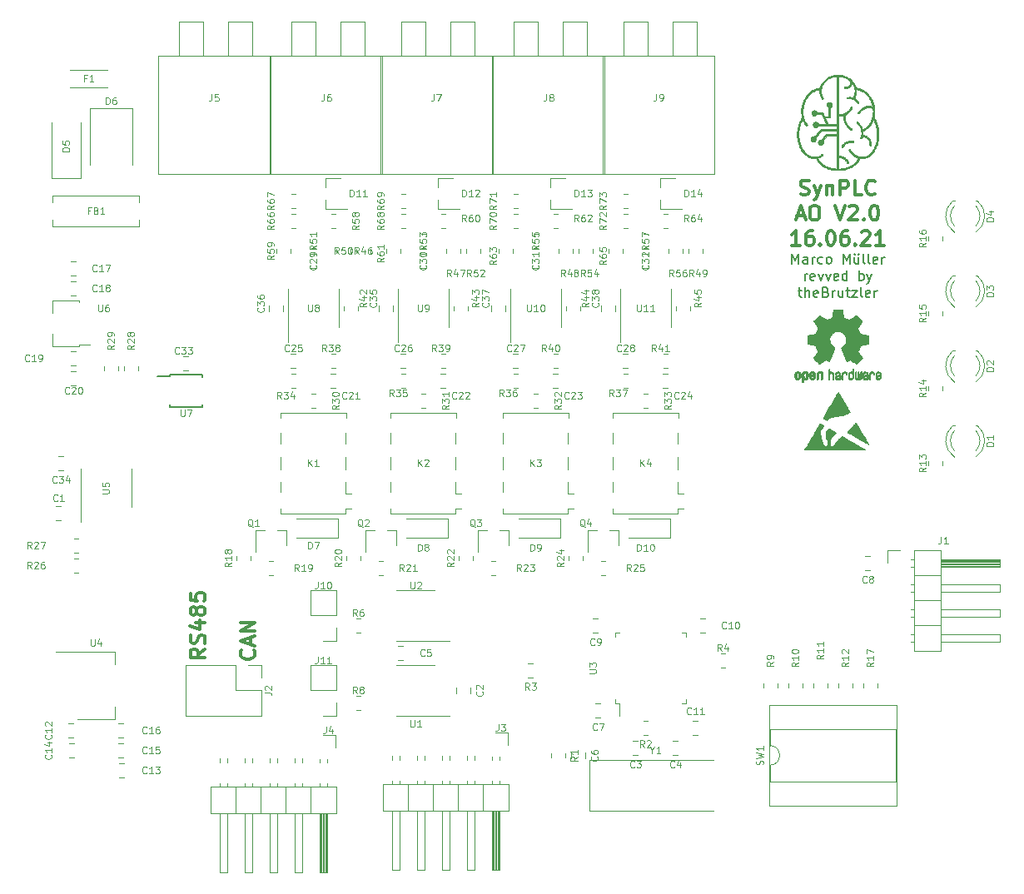
<source format=gbr>
%TF.GenerationSoftware,KiCad,Pcbnew,5.1.10-88a1d61d58~90~ubuntu20.04.1*%
%TF.CreationDate,2021-10-13T19:14:15+02:00*%
%TF.ProjectId,AO_V2,414f5f56-322e-46b6-9963-61645f706362,rev?*%
%TF.SameCoordinates,Original*%
%TF.FileFunction,Legend,Top*%
%TF.FilePolarity,Positive*%
%FSLAX46Y46*%
G04 Gerber Fmt 4.6, Leading zero omitted, Abs format (unit mm)*
G04 Created by KiCad (PCBNEW 5.1.10-88a1d61d58~90~ubuntu20.04.1) date 2021-10-13 19:14:15*
%MOMM*%
%LPD*%
G01*
G04 APERTURE LIST*
%ADD10C,0.200000*%
%ADD11C,0.300000*%
%ADD12C,0.010000*%
%ADD13C,0.120000*%
%ADD14C,0.150000*%
%ADD15C,0.100000*%
G04 APERTURE END LIST*
D10*
X170363142Y-92478380D02*
X170363142Y-91478380D01*
X170696476Y-92192666D01*
X171029809Y-91478380D01*
X171029809Y-92478380D01*
X171934571Y-92478380D02*
X171934571Y-91954571D01*
X171886952Y-91859333D01*
X171791714Y-91811714D01*
X171601238Y-91811714D01*
X171506000Y-91859333D01*
X171934571Y-92430761D02*
X171839333Y-92478380D01*
X171601238Y-92478380D01*
X171506000Y-92430761D01*
X171458380Y-92335523D01*
X171458380Y-92240285D01*
X171506000Y-92145047D01*
X171601238Y-92097428D01*
X171839333Y-92097428D01*
X171934571Y-92049809D01*
X172410761Y-92478380D02*
X172410761Y-91811714D01*
X172410761Y-92002190D02*
X172458380Y-91906952D01*
X172506000Y-91859333D01*
X172601238Y-91811714D01*
X172696476Y-91811714D01*
X173458380Y-92430761D02*
X173363142Y-92478380D01*
X173172666Y-92478380D01*
X173077428Y-92430761D01*
X173029809Y-92383142D01*
X172982190Y-92287904D01*
X172982190Y-92002190D01*
X173029809Y-91906952D01*
X173077428Y-91859333D01*
X173172666Y-91811714D01*
X173363142Y-91811714D01*
X173458380Y-91859333D01*
X174029809Y-92478380D02*
X173934571Y-92430761D01*
X173886952Y-92383142D01*
X173839333Y-92287904D01*
X173839333Y-92002190D01*
X173886952Y-91906952D01*
X173934571Y-91859333D01*
X174029809Y-91811714D01*
X174172666Y-91811714D01*
X174267904Y-91859333D01*
X174315523Y-91906952D01*
X174363142Y-92002190D01*
X174363142Y-92287904D01*
X174315523Y-92383142D01*
X174267904Y-92430761D01*
X174172666Y-92478380D01*
X174029809Y-92478380D01*
X175553619Y-92478380D02*
X175553619Y-91478380D01*
X175886952Y-92192666D01*
X176220285Y-91478380D01*
X176220285Y-92478380D01*
X177125047Y-91811714D02*
X177125047Y-92478380D01*
X176696476Y-91811714D02*
X176696476Y-92335523D01*
X176744095Y-92430761D01*
X176839333Y-92478380D01*
X176982190Y-92478380D01*
X177077428Y-92430761D01*
X177125047Y-92383142D01*
X176744095Y-91478380D02*
X176791714Y-91526000D01*
X176744095Y-91573619D01*
X176696476Y-91526000D01*
X176744095Y-91478380D01*
X176744095Y-91573619D01*
X177125047Y-91478380D02*
X177172666Y-91526000D01*
X177125047Y-91573619D01*
X177077428Y-91526000D01*
X177125047Y-91478380D01*
X177125047Y-91573619D01*
X177744095Y-92478380D02*
X177648857Y-92430761D01*
X177601238Y-92335523D01*
X177601238Y-91478380D01*
X178267904Y-92478380D02*
X178172666Y-92430761D01*
X178125047Y-92335523D01*
X178125047Y-91478380D01*
X179029809Y-92430761D02*
X178934571Y-92478380D01*
X178744095Y-92478380D01*
X178648857Y-92430761D01*
X178601238Y-92335523D01*
X178601238Y-91954571D01*
X178648857Y-91859333D01*
X178744095Y-91811714D01*
X178934571Y-91811714D01*
X179029809Y-91859333D01*
X179077428Y-91954571D01*
X179077428Y-92049809D01*
X178601238Y-92145047D01*
X179506000Y-92478380D02*
X179506000Y-91811714D01*
X179506000Y-92002190D02*
X179553619Y-91906952D01*
X179601238Y-91859333D01*
X179696476Y-91811714D01*
X179791714Y-91811714D01*
X171648857Y-94178380D02*
X171648857Y-93511714D01*
X171648857Y-93702190D02*
X171696476Y-93606952D01*
X171744095Y-93559333D01*
X171839333Y-93511714D01*
X171934571Y-93511714D01*
X172648857Y-94130761D02*
X172553619Y-94178380D01*
X172363142Y-94178380D01*
X172267904Y-94130761D01*
X172220285Y-94035523D01*
X172220285Y-93654571D01*
X172267904Y-93559333D01*
X172363142Y-93511714D01*
X172553619Y-93511714D01*
X172648857Y-93559333D01*
X172696476Y-93654571D01*
X172696476Y-93749809D01*
X172220285Y-93845047D01*
X173029809Y-93511714D02*
X173267904Y-94178380D01*
X173506000Y-93511714D01*
X173791714Y-93511714D02*
X174029809Y-94178380D01*
X174267904Y-93511714D01*
X175029809Y-94130761D02*
X174934571Y-94178380D01*
X174744095Y-94178380D01*
X174648857Y-94130761D01*
X174601238Y-94035523D01*
X174601238Y-93654571D01*
X174648857Y-93559333D01*
X174744095Y-93511714D01*
X174934571Y-93511714D01*
X175029809Y-93559333D01*
X175077428Y-93654571D01*
X175077428Y-93749809D01*
X174601238Y-93845047D01*
X175934571Y-94178380D02*
X175934571Y-93178380D01*
X175934571Y-94130761D02*
X175839333Y-94178380D01*
X175648857Y-94178380D01*
X175553619Y-94130761D01*
X175506000Y-94083142D01*
X175458380Y-93987904D01*
X175458380Y-93702190D01*
X175506000Y-93606952D01*
X175553619Y-93559333D01*
X175648857Y-93511714D01*
X175839333Y-93511714D01*
X175934571Y-93559333D01*
X177172666Y-94178380D02*
X177172666Y-93178380D01*
X177172666Y-93559333D02*
X177267904Y-93511714D01*
X177458380Y-93511714D01*
X177553619Y-93559333D01*
X177601238Y-93606952D01*
X177648857Y-93702190D01*
X177648857Y-93987904D01*
X177601238Y-94083142D01*
X177553619Y-94130761D01*
X177458380Y-94178380D01*
X177267904Y-94178380D01*
X177172666Y-94130761D01*
X177982190Y-93511714D02*
X178220285Y-94178380D01*
X178458380Y-93511714D02*
X178220285Y-94178380D01*
X178125047Y-94416476D01*
X178077428Y-94464095D01*
X177982190Y-94511714D01*
X170982190Y-95211714D02*
X171363142Y-95211714D01*
X171125047Y-94878380D02*
X171125047Y-95735523D01*
X171172666Y-95830761D01*
X171267904Y-95878380D01*
X171363142Y-95878380D01*
X171696476Y-95878380D02*
X171696476Y-94878380D01*
X172125047Y-95878380D02*
X172125047Y-95354571D01*
X172077428Y-95259333D01*
X171982190Y-95211714D01*
X171839333Y-95211714D01*
X171744095Y-95259333D01*
X171696476Y-95306952D01*
X172982190Y-95830761D02*
X172886952Y-95878380D01*
X172696476Y-95878380D01*
X172601238Y-95830761D01*
X172553619Y-95735523D01*
X172553619Y-95354571D01*
X172601238Y-95259333D01*
X172696476Y-95211714D01*
X172886952Y-95211714D01*
X172982190Y-95259333D01*
X173029809Y-95354571D01*
X173029809Y-95449809D01*
X172553619Y-95545047D01*
X173791714Y-95354571D02*
X173934571Y-95402190D01*
X173982190Y-95449809D01*
X174029809Y-95545047D01*
X174029809Y-95687904D01*
X173982190Y-95783142D01*
X173934571Y-95830761D01*
X173839333Y-95878380D01*
X173458380Y-95878380D01*
X173458380Y-94878380D01*
X173791714Y-94878380D01*
X173886952Y-94926000D01*
X173934571Y-94973619D01*
X173982190Y-95068857D01*
X173982190Y-95164095D01*
X173934571Y-95259333D01*
X173886952Y-95306952D01*
X173791714Y-95354571D01*
X173458380Y-95354571D01*
X174458380Y-95878380D02*
X174458380Y-95211714D01*
X174458380Y-95402190D02*
X174506000Y-95306952D01*
X174553619Y-95259333D01*
X174648857Y-95211714D01*
X174744095Y-95211714D01*
X175506000Y-95211714D02*
X175506000Y-95878380D01*
X175077428Y-95211714D02*
X175077428Y-95735523D01*
X175125047Y-95830761D01*
X175220285Y-95878380D01*
X175363142Y-95878380D01*
X175458380Y-95830761D01*
X175506000Y-95783142D01*
X175839333Y-95211714D02*
X176220285Y-95211714D01*
X175982190Y-94878380D02*
X175982190Y-95735523D01*
X176029809Y-95830761D01*
X176125047Y-95878380D01*
X176220285Y-95878380D01*
X176458380Y-95211714D02*
X176982190Y-95211714D01*
X176458380Y-95878380D01*
X176982190Y-95878380D01*
X177506000Y-95878380D02*
X177410761Y-95830761D01*
X177363142Y-95735523D01*
X177363142Y-94878380D01*
X178267904Y-95830761D02*
X178172666Y-95878380D01*
X177982190Y-95878380D01*
X177886952Y-95830761D01*
X177839333Y-95735523D01*
X177839333Y-95354571D01*
X177886952Y-95259333D01*
X177982190Y-95211714D01*
X178172666Y-95211714D01*
X178267904Y-95259333D01*
X178315523Y-95354571D01*
X178315523Y-95449809D01*
X177839333Y-95545047D01*
X178744095Y-95878380D02*
X178744095Y-95211714D01*
X178744095Y-95402190D02*
X178791714Y-95306952D01*
X178839333Y-95259333D01*
X178934571Y-95211714D01*
X179029809Y-95211714D01*
D11*
X171220285Y-85433142D02*
X171434571Y-85504571D01*
X171791714Y-85504571D01*
X171934571Y-85433142D01*
X172006000Y-85361714D01*
X172077428Y-85218857D01*
X172077428Y-85076000D01*
X172006000Y-84933142D01*
X171934571Y-84861714D01*
X171791714Y-84790285D01*
X171506000Y-84718857D01*
X171363142Y-84647428D01*
X171291714Y-84576000D01*
X171220285Y-84433142D01*
X171220285Y-84290285D01*
X171291714Y-84147428D01*
X171363142Y-84076000D01*
X171506000Y-84004571D01*
X171863142Y-84004571D01*
X172077428Y-84076000D01*
X172577428Y-84504571D02*
X172934571Y-85504571D01*
X173291714Y-84504571D02*
X172934571Y-85504571D01*
X172791714Y-85861714D01*
X172720285Y-85933142D01*
X172577428Y-86004571D01*
X173863142Y-84504571D02*
X173863142Y-85504571D01*
X173863142Y-84647428D02*
X173934571Y-84576000D01*
X174077428Y-84504571D01*
X174291714Y-84504571D01*
X174434571Y-84576000D01*
X174506000Y-84718857D01*
X174506000Y-85504571D01*
X175220285Y-85504571D02*
X175220285Y-84004571D01*
X175791714Y-84004571D01*
X175934571Y-84076000D01*
X176006000Y-84147428D01*
X176077428Y-84290285D01*
X176077428Y-84504571D01*
X176006000Y-84647428D01*
X175934571Y-84718857D01*
X175791714Y-84790285D01*
X175220285Y-84790285D01*
X177434571Y-85504571D02*
X176720285Y-85504571D01*
X176720285Y-84004571D01*
X178791714Y-85361714D02*
X178720285Y-85433142D01*
X178506000Y-85504571D01*
X178363142Y-85504571D01*
X178148857Y-85433142D01*
X178006000Y-85290285D01*
X177934571Y-85147428D01*
X177863142Y-84861714D01*
X177863142Y-84647428D01*
X177934571Y-84361714D01*
X178006000Y-84218857D01*
X178148857Y-84076000D01*
X178363142Y-84004571D01*
X178506000Y-84004571D01*
X178720285Y-84076000D01*
X178791714Y-84147428D01*
X170863142Y-87626000D02*
X171577428Y-87626000D01*
X170720285Y-88054571D02*
X171220285Y-86554571D01*
X171720285Y-88054571D01*
X172506000Y-86554571D02*
X172791714Y-86554571D01*
X172934571Y-86626000D01*
X173077428Y-86768857D01*
X173148857Y-87054571D01*
X173148857Y-87554571D01*
X173077428Y-87840285D01*
X172934571Y-87983142D01*
X172791714Y-88054571D01*
X172506000Y-88054571D01*
X172363142Y-87983142D01*
X172220285Y-87840285D01*
X172148857Y-87554571D01*
X172148857Y-87054571D01*
X172220285Y-86768857D01*
X172363142Y-86626000D01*
X172506000Y-86554571D01*
X174720285Y-86554571D02*
X175220285Y-88054571D01*
X175720285Y-86554571D01*
X176148857Y-86697428D02*
X176220285Y-86626000D01*
X176363142Y-86554571D01*
X176720285Y-86554571D01*
X176863142Y-86626000D01*
X176934571Y-86697428D01*
X177006000Y-86840285D01*
X177006000Y-86983142D01*
X176934571Y-87197428D01*
X176077428Y-88054571D01*
X177006000Y-88054571D01*
X177648857Y-87911714D02*
X177720285Y-87983142D01*
X177648857Y-88054571D01*
X177577428Y-87983142D01*
X177648857Y-87911714D01*
X177648857Y-88054571D01*
X178648857Y-86554571D02*
X178791714Y-86554571D01*
X178934571Y-86626000D01*
X179006000Y-86697428D01*
X179077428Y-86840285D01*
X179148857Y-87126000D01*
X179148857Y-87483142D01*
X179077428Y-87768857D01*
X179006000Y-87911714D01*
X178934571Y-87983142D01*
X178791714Y-88054571D01*
X178648857Y-88054571D01*
X178506000Y-87983142D01*
X178434571Y-87911714D01*
X178363142Y-87768857D01*
X178291714Y-87483142D01*
X178291714Y-87126000D01*
X178363142Y-86840285D01*
X178434571Y-86697428D01*
X178506000Y-86626000D01*
X178648857Y-86554571D01*
X171148857Y-90604571D02*
X170291714Y-90604571D01*
X170720285Y-90604571D02*
X170720285Y-89104571D01*
X170577428Y-89318857D01*
X170434571Y-89461714D01*
X170291714Y-89533142D01*
X172434571Y-89104571D02*
X172148857Y-89104571D01*
X172006000Y-89176000D01*
X171934571Y-89247428D01*
X171791714Y-89461714D01*
X171720285Y-89747428D01*
X171720285Y-90318857D01*
X171791714Y-90461714D01*
X171863142Y-90533142D01*
X172006000Y-90604571D01*
X172291714Y-90604571D01*
X172434571Y-90533142D01*
X172506000Y-90461714D01*
X172577428Y-90318857D01*
X172577428Y-89961714D01*
X172506000Y-89818857D01*
X172434571Y-89747428D01*
X172291714Y-89676000D01*
X172006000Y-89676000D01*
X171863142Y-89747428D01*
X171791714Y-89818857D01*
X171720285Y-89961714D01*
X173220285Y-90461714D02*
X173291714Y-90533142D01*
X173220285Y-90604571D01*
X173148857Y-90533142D01*
X173220285Y-90461714D01*
X173220285Y-90604571D01*
X174220285Y-89104571D02*
X174363142Y-89104571D01*
X174506000Y-89176000D01*
X174577428Y-89247428D01*
X174648857Y-89390285D01*
X174720285Y-89676000D01*
X174720285Y-90033142D01*
X174648857Y-90318857D01*
X174577428Y-90461714D01*
X174506000Y-90533142D01*
X174363142Y-90604571D01*
X174220285Y-90604571D01*
X174077428Y-90533142D01*
X174006000Y-90461714D01*
X173934571Y-90318857D01*
X173863142Y-90033142D01*
X173863142Y-89676000D01*
X173934571Y-89390285D01*
X174006000Y-89247428D01*
X174077428Y-89176000D01*
X174220285Y-89104571D01*
X176006000Y-89104571D02*
X175720285Y-89104571D01*
X175577428Y-89176000D01*
X175506000Y-89247428D01*
X175363142Y-89461714D01*
X175291714Y-89747428D01*
X175291714Y-90318857D01*
X175363142Y-90461714D01*
X175434571Y-90533142D01*
X175577428Y-90604571D01*
X175863142Y-90604571D01*
X176006000Y-90533142D01*
X176077428Y-90461714D01*
X176148857Y-90318857D01*
X176148857Y-89961714D01*
X176077428Y-89818857D01*
X176006000Y-89747428D01*
X175863142Y-89676000D01*
X175577428Y-89676000D01*
X175434571Y-89747428D01*
X175363142Y-89818857D01*
X175291714Y-89961714D01*
X176791714Y-90461714D02*
X176863142Y-90533142D01*
X176791714Y-90604571D01*
X176720285Y-90533142D01*
X176791714Y-90461714D01*
X176791714Y-90604571D01*
X177434571Y-89247428D02*
X177506000Y-89176000D01*
X177648857Y-89104571D01*
X178006000Y-89104571D01*
X178148857Y-89176000D01*
X178220285Y-89247428D01*
X178291714Y-89390285D01*
X178291714Y-89533142D01*
X178220285Y-89747428D01*
X177363142Y-90604571D01*
X178291714Y-90604571D01*
X179720285Y-90604571D02*
X178863142Y-90604571D01*
X179291714Y-90604571D02*
X179291714Y-89104571D01*
X179148857Y-89318857D01*
X179006000Y-89461714D01*
X178863142Y-89533142D01*
X115597714Y-131774285D02*
X115669142Y-131845714D01*
X115740571Y-132060000D01*
X115740571Y-132202857D01*
X115669142Y-132417142D01*
X115526285Y-132560000D01*
X115383428Y-132631428D01*
X115097714Y-132702857D01*
X114883428Y-132702857D01*
X114597714Y-132631428D01*
X114454857Y-132560000D01*
X114312000Y-132417142D01*
X114240571Y-132202857D01*
X114240571Y-132060000D01*
X114312000Y-131845714D01*
X114383428Y-131774285D01*
X115312000Y-131202857D02*
X115312000Y-130488571D01*
X115740571Y-131345714D02*
X114240571Y-130845714D01*
X115740571Y-130345714D01*
X115740571Y-129845714D02*
X114240571Y-129845714D01*
X115740571Y-128988571D01*
X114240571Y-128988571D01*
X110660571Y-131678857D02*
X109946285Y-132178857D01*
X110660571Y-132536000D02*
X109160571Y-132536000D01*
X109160571Y-131964571D01*
X109232000Y-131821714D01*
X109303428Y-131750285D01*
X109446285Y-131678857D01*
X109660571Y-131678857D01*
X109803428Y-131750285D01*
X109874857Y-131821714D01*
X109946285Y-131964571D01*
X109946285Y-132536000D01*
X110589142Y-131107428D02*
X110660571Y-130893142D01*
X110660571Y-130536000D01*
X110589142Y-130393142D01*
X110517714Y-130321714D01*
X110374857Y-130250285D01*
X110232000Y-130250285D01*
X110089142Y-130321714D01*
X110017714Y-130393142D01*
X109946285Y-130536000D01*
X109874857Y-130821714D01*
X109803428Y-130964571D01*
X109732000Y-131036000D01*
X109589142Y-131107428D01*
X109446285Y-131107428D01*
X109303428Y-131036000D01*
X109232000Y-130964571D01*
X109160571Y-130821714D01*
X109160571Y-130464571D01*
X109232000Y-130250285D01*
X109660571Y-128964571D02*
X110660571Y-128964571D01*
X109089142Y-129321714D02*
X110160571Y-129678857D01*
X110160571Y-128750285D01*
X109803428Y-127964571D02*
X109732000Y-128107428D01*
X109660571Y-128178857D01*
X109517714Y-128250285D01*
X109446285Y-128250285D01*
X109303428Y-128178857D01*
X109232000Y-128107428D01*
X109160571Y-127964571D01*
X109160571Y-127678857D01*
X109232000Y-127536000D01*
X109303428Y-127464571D01*
X109446285Y-127393142D01*
X109517714Y-127393142D01*
X109660571Y-127464571D01*
X109732000Y-127536000D01*
X109803428Y-127678857D01*
X109803428Y-127964571D01*
X109874857Y-128107428D01*
X109946285Y-128178857D01*
X110089142Y-128250285D01*
X110374857Y-128250285D01*
X110517714Y-128178857D01*
X110589142Y-128107428D01*
X110660571Y-127964571D01*
X110660571Y-127678857D01*
X110589142Y-127536000D01*
X110517714Y-127464571D01*
X110374857Y-127393142D01*
X110089142Y-127393142D01*
X109946285Y-127464571D01*
X109874857Y-127536000D01*
X109803428Y-127678857D01*
X109160571Y-126036000D02*
X109160571Y-126750285D01*
X109874857Y-126821714D01*
X109803428Y-126750285D01*
X109732000Y-126607428D01*
X109732000Y-126250285D01*
X109803428Y-126107428D01*
X109874857Y-126036000D01*
X110017714Y-125964571D01*
X110374857Y-125964571D01*
X110517714Y-126036000D01*
X110589142Y-126107428D01*
X110660571Y-126250285D01*
X110660571Y-126607428D01*
X110589142Y-126750285D01*
X110517714Y-126821714D01*
D12*
%TO.C,REF\u002A\u002A*%
G36*
X173201094Y-108749158D02*
G01*
X173233619Y-108761736D01*
X173283193Y-108786712D01*
X173354374Y-108825876D01*
X173359916Y-108828988D01*
X173425474Y-108866476D01*
X173480798Y-108899319D01*
X173520455Y-108924205D01*
X173539012Y-108937820D01*
X173539531Y-108938487D01*
X173535048Y-108957390D01*
X173514486Y-108999605D01*
X173479183Y-109062832D01*
X173430480Y-109144772D01*
X173369718Y-109243122D01*
X173298236Y-109355585D01*
X173280445Y-109383165D01*
X173234093Y-109459699D01*
X173200342Y-109525556D01*
X173182153Y-109574782D01*
X173180286Y-109584507D01*
X173181115Y-109627312D01*
X173190394Y-109695209D01*
X173206968Y-109783843D01*
X173229680Y-109888859D01*
X173257373Y-110005902D01*
X173288890Y-110130616D01*
X173323075Y-110258645D01*
X173358771Y-110385634D01*
X173394821Y-110507228D01*
X173430068Y-110619072D01*
X173463356Y-110716810D01*
X173493528Y-110796087D01*
X173514561Y-110843122D01*
X173539337Y-110893225D01*
X173562730Y-110941168D01*
X173563997Y-110943793D01*
X173602699Y-110992220D01*
X173659184Y-111024828D01*
X173724939Y-111040454D01*
X173791451Y-111037937D01*
X173850205Y-111016114D01*
X173883258Y-110987382D01*
X173930859Y-110908583D01*
X173965739Y-110810378D01*
X173984877Y-110702779D01*
X173987588Y-110641780D01*
X173976670Y-110527935D01*
X173944624Y-110433660D01*
X173889726Y-110354379D01*
X173872607Y-110336733D01*
X173821661Y-110287235D01*
X173818163Y-109937362D01*
X173814664Y-109587489D01*
X173903818Y-109452531D01*
X173945654Y-109391445D01*
X173985945Y-109336493D01*
X174018943Y-109295336D01*
X174033126Y-109280192D01*
X174073281Y-109242810D01*
X174127665Y-109272098D01*
X174162039Y-109293084D01*
X174180846Y-109309378D01*
X174182049Y-109312307D01*
X174194903Y-109324728D01*
X174216896Y-109333977D01*
X174238150Y-109342313D01*
X174270694Y-109358149D01*
X174317322Y-109383033D01*
X174380829Y-109418509D01*
X174464008Y-109466123D01*
X174569653Y-109527422D01*
X174627062Y-109560932D01*
X174694594Y-109601071D01*
X174738885Y-109629659D01*
X174763855Y-109650039D01*
X174773423Y-109665553D01*
X174771508Y-109679546D01*
X174769911Y-109682796D01*
X174754376Y-109703266D01*
X174721136Y-109741665D01*
X174674062Y-109793696D01*
X174617028Y-109855066D01*
X174567700Y-109907090D01*
X174454030Y-110030567D01*
X174365105Y-110137591D01*
X174300134Y-110229240D01*
X174258321Y-110306588D01*
X174244217Y-110345866D01*
X174238392Y-110380249D01*
X174232375Y-110438899D01*
X174226696Y-110515117D01*
X174221884Y-110602202D01*
X174219619Y-110657268D01*
X174216459Y-110752464D01*
X174215069Y-110822062D01*
X174215858Y-110871409D01*
X174219235Y-110905854D01*
X174225608Y-110930743D01*
X174235387Y-110951425D01*
X174243067Y-110964053D01*
X174287421Y-111012726D01*
X174344574Y-111046645D01*
X174404708Y-111061438D01*
X174449773Y-111056086D01*
X174490576Y-111032930D01*
X174541724Y-110991462D01*
X174596042Y-110938912D01*
X174646357Y-110882516D01*
X174685494Y-110829505D01*
X174699905Y-110803889D01*
X174721491Y-110768814D01*
X174760753Y-110715389D01*
X174814102Y-110647789D01*
X174877952Y-110570190D01*
X174948715Y-110486768D01*
X175022804Y-110401698D01*
X175096632Y-110319155D01*
X175166611Y-110243316D01*
X175229155Y-110178356D01*
X175278260Y-110130669D01*
X175332779Y-110083032D01*
X175378642Y-110047908D01*
X175410811Y-110028949D01*
X175421489Y-110026864D01*
X175437853Y-110035274D01*
X175478671Y-110057846D01*
X175541586Y-110093224D01*
X175624244Y-110140054D01*
X175724289Y-110196981D01*
X175839366Y-110262649D01*
X175967119Y-110335703D01*
X176105194Y-110414788D01*
X176251234Y-110498548D01*
X176402884Y-110585629D01*
X176557790Y-110674676D01*
X176713595Y-110764332D01*
X176867944Y-110853243D01*
X177018482Y-110940054D01*
X177162854Y-111023409D01*
X177298704Y-111101954D01*
X177423677Y-111174333D01*
X177535417Y-111239190D01*
X177631570Y-111295171D01*
X177709779Y-111340920D01*
X177767689Y-111375083D01*
X177802946Y-111396304D01*
X177813165Y-111402963D01*
X177799402Y-111404280D01*
X177756104Y-111405559D01*
X177684714Y-111406796D01*
X177586673Y-111407983D01*
X177463422Y-111409115D01*
X177316403Y-111410186D01*
X177147057Y-111411189D01*
X176956826Y-111412119D01*
X176747151Y-111412968D01*
X176519473Y-111413732D01*
X176275235Y-111414403D01*
X176015877Y-111414976D01*
X175742841Y-111415444D01*
X175457568Y-111415802D01*
X175161500Y-111416042D01*
X174856079Y-111416159D01*
X174727924Y-111416171D01*
X171627970Y-111416171D01*
X171849053Y-111032847D01*
X171895856Y-110951680D01*
X171956102Y-110847166D01*
X172027778Y-110722801D01*
X172108869Y-110582082D01*
X172197362Y-110428503D01*
X172291240Y-110265562D01*
X172388491Y-110096754D01*
X172487100Y-109925575D01*
X172585053Y-109755521D01*
X172609825Y-109712512D01*
X172700152Y-109555857D01*
X172786289Y-109406803D01*
X172866942Y-109267568D01*
X172940816Y-109140371D01*
X173006617Y-109027432D01*
X173063050Y-108930968D01*
X173108821Y-108853200D01*
X173142635Y-108796346D01*
X173163198Y-108762625D01*
X173168953Y-108754040D01*
X173181058Y-108747189D01*
X173201094Y-108749158D01*
G37*
X173201094Y-108749158D02*
X173233619Y-108761736D01*
X173283193Y-108786712D01*
X173354374Y-108825876D01*
X173359916Y-108828988D01*
X173425474Y-108866476D01*
X173480798Y-108899319D01*
X173520455Y-108924205D01*
X173539012Y-108937820D01*
X173539531Y-108938487D01*
X173535048Y-108957390D01*
X173514486Y-108999605D01*
X173479183Y-109062832D01*
X173430480Y-109144772D01*
X173369718Y-109243122D01*
X173298236Y-109355585D01*
X173280445Y-109383165D01*
X173234093Y-109459699D01*
X173200342Y-109525556D01*
X173182153Y-109574782D01*
X173180286Y-109584507D01*
X173181115Y-109627312D01*
X173190394Y-109695209D01*
X173206968Y-109783843D01*
X173229680Y-109888859D01*
X173257373Y-110005902D01*
X173288890Y-110130616D01*
X173323075Y-110258645D01*
X173358771Y-110385634D01*
X173394821Y-110507228D01*
X173430068Y-110619072D01*
X173463356Y-110716810D01*
X173493528Y-110796087D01*
X173514561Y-110843122D01*
X173539337Y-110893225D01*
X173562730Y-110941168D01*
X173563997Y-110943793D01*
X173602699Y-110992220D01*
X173659184Y-111024828D01*
X173724939Y-111040454D01*
X173791451Y-111037937D01*
X173850205Y-111016114D01*
X173883258Y-110987382D01*
X173930859Y-110908583D01*
X173965739Y-110810378D01*
X173984877Y-110702779D01*
X173987588Y-110641780D01*
X173976670Y-110527935D01*
X173944624Y-110433660D01*
X173889726Y-110354379D01*
X173872607Y-110336733D01*
X173821661Y-110287235D01*
X173818163Y-109937362D01*
X173814664Y-109587489D01*
X173903818Y-109452531D01*
X173945654Y-109391445D01*
X173985945Y-109336493D01*
X174018943Y-109295336D01*
X174033126Y-109280192D01*
X174073281Y-109242810D01*
X174127665Y-109272098D01*
X174162039Y-109293084D01*
X174180846Y-109309378D01*
X174182049Y-109312307D01*
X174194903Y-109324728D01*
X174216896Y-109333977D01*
X174238150Y-109342313D01*
X174270694Y-109358149D01*
X174317322Y-109383033D01*
X174380829Y-109418509D01*
X174464008Y-109466123D01*
X174569653Y-109527422D01*
X174627062Y-109560932D01*
X174694594Y-109601071D01*
X174738885Y-109629659D01*
X174763855Y-109650039D01*
X174773423Y-109665553D01*
X174771508Y-109679546D01*
X174769911Y-109682796D01*
X174754376Y-109703266D01*
X174721136Y-109741665D01*
X174674062Y-109793696D01*
X174617028Y-109855066D01*
X174567700Y-109907090D01*
X174454030Y-110030567D01*
X174365105Y-110137591D01*
X174300134Y-110229240D01*
X174258321Y-110306588D01*
X174244217Y-110345866D01*
X174238392Y-110380249D01*
X174232375Y-110438899D01*
X174226696Y-110515117D01*
X174221884Y-110602202D01*
X174219619Y-110657268D01*
X174216459Y-110752464D01*
X174215069Y-110822062D01*
X174215858Y-110871409D01*
X174219235Y-110905854D01*
X174225608Y-110930743D01*
X174235387Y-110951425D01*
X174243067Y-110964053D01*
X174287421Y-111012726D01*
X174344574Y-111046645D01*
X174404708Y-111061438D01*
X174449773Y-111056086D01*
X174490576Y-111032930D01*
X174541724Y-110991462D01*
X174596042Y-110938912D01*
X174646357Y-110882516D01*
X174685494Y-110829505D01*
X174699905Y-110803889D01*
X174721491Y-110768814D01*
X174760753Y-110715389D01*
X174814102Y-110647789D01*
X174877952Y-110570190D01*
X174948715Y-110486768D01*
X175022804Y-110401698D01*
X175096632Y-110319155D01*
X175166611Y-110243316D01*
X175229155Y-110178356D01*
X175278260Y-110130669D01*
X175332779Y-110083032D01*
X175378642Y-110047908D01*
X175410811Y-110028949D01*
X175421489Y-110026864D01*
X175437853Y-110035274D01*
X175478671Y-110057846D01*
X175541586Y-110093224D01*
X175624244Y-110140054D01*
X175724289Y-110196981D01*
X175839366Y-110262649D01*
X175967119Y-110335703D01*
X176105194Y-110414788D01*
X176251234Y-110498548D01*
X176402884Y-110585629D01*
X176557790Y-110674676D01*
X176713595Y-110764332D01*
X176867944Y-110853243D01*
X177018482Y-110940054D01*
X177162854Y-111023409D01*
X177298704Y-111101954D01*
X177423677Y-111174333D01*
X177535417Y-111239190D01*
X177631570Y-111295171D01*
X177709779Y-111340920D01*
X177767689Y-111375083D01*
X177802946Y-111396304D01*
X177813165Y-111402963D01*
X177799402Y-111404280D01*
X177756104Y-111405559D01*
X177684714Y-111406796D01*
X177586673Y-111407983D01*
X177463422Y-111409115D01*
X177316403Y-111410186D01*
X177147057Y-111411189D01*
X176956826Y-111412119D01*
X176747151Y-111412968D01*
X176519473Y-111413732D01*
X176275235Y-111414403D01*
X176015877Y-111414976D01*
X175742841Y-111415444D01*
X175457568Y-111415802D01*
X175161500Y-111416042D01*
X174856079Y-111416159D01*
X174727924Y-111416171D01*
X171627970Y-111416171D01*
X171849053Y-111032847D01*
X171895856Y-110951680D01*
X171956102Y-110847166D01*
X172027778Y-110722801D01*
X172108869Y-110582082D01*
X172197362Y-110428503D01*
X172291240Y-110265562D01*
X172388491Y-110096754D01*
X172487100Y-109925575D01*
X172585053Y-109755521D01*
X172609825Y-109712512D01*
X172700152Y-109555857D01*
X172786289Y-109406803D01*
X172866942Y-109267568D01*
X172940816Y-109140371D01*
X173006617Y-109027432D01*
X173063050Y-108930968D01*
X173108821Y-108853200D01*
X173142635Y-108796346D01*
X173163198Y-108762625D01*
X173168953Y-108754040D01*
X173181058Y-108747189D01*
X173201094Y-108749158D01*
G36*
X176866528Y-108692619D02*
G01*
X176877908Y-108711693D01*
X176903488Y-108755421D01*
X176942002Y-108821619D01*
X176992186Y-108908102D01*
X177052775Y-109012685D01*
X177122503Y-109133183D01*
X177200107Y-109267412D01*
X177284320Y-109413187D01*
X177373879Y-109568323D01*
X177465998Y-109728000D01*
X177560076Y-109891117D01*
X177650402Y-110047709D01*
X177735665Y-110195506D01*
X177814557Y-110332240D01*
X177885769Y-110455642D01*
X177947991Y-110563444D01*
X177999913Y-110653377D01*
X178040228Y-110723173D01*
X178067624Y-110770564D01*
X178080507Y-110792786D01*
X178101507Y-110830330D01*
X178112925Y-110853831D01*
X178113551Y-110857920D01*
X178099636Y-110850242D01*
X178060941Y-110828203D01*
X177999487Y-110792971D01*
X177917298Y-110745711D01*
X177816396Y-110687589D01*
X177698805Y-110619771D01*
X177566546Y-110543424D01*
X177421642Y-110459714D01*
X177266117Y-110369806D01*
X177101992Y-110274867D01*
X177039549Y-110238732D01*
X176872487Y-110142083D01*
X176713074Y-110049938D01*
X176563355Y-109963475D01*
X176425376Y-109883871D01*
X176301185Y-109812305D01*
X176192827Y-109749955D01*
X176102348Y-109697998D01*
X176031796Y-109657613D01*
X175983215Y-109629978D01*
X175958654Y-109616272D01*
X175956085Y-109614974D01*
X175963569Y-109603220D01*
X175989614Y-109571795D01*
X176031559Y-109523594D01*
X176086746Y-109461510D01*
X176152517Y-109388439D01*
X176226212Y-109307276D01*
X176305173Y-109220916D01*
X176386740Y-109132253D01*
X176468254Y-109044182D01*
X176547057Y-108959599D01*
X176620490Y-108881397D01*
X176685893Y-108812472D01*
X176740608Y-108755719D01*
X176781977Y-108714032D01*
X176796164Y-108700363D01*
X176843180Y-108656201D01*
X176866528Y-108692619D01*
G37*
X176866528Y-108692619D02*
X176877908Y-108711693D01*
X176903488Y-108755421D01*
X176942002Y-108821619D01*
X176992186Y-108908102D01*
X177052775Y-109012685D01*
X177122503Y-109133183D01*
X177200107Y-109267412D01*
X177284320Y-109413187D01*
X177373879Y-109568323D01*
X177465998Y-109728000D01*
X177560076Y-109891117D01*
X177650402Y-110047709D01*
X177735665Y-110195506D01*
X177814557Y-110332240D01*
X177885769Y-110455642D01*
X177947991Y-110563444D01*
X177999913Y-110653377D01*
X178040228Y-110723173D01*
X178067624Y-110770564D01*
X178080507Y-110792786D01*
X178101507Y-110830330D01*
X178112925Y-110853831D01*
X178113551Y-110857920D01*
X178099636Y-110850242D01*
X178060941Y-110828203D01*
X177999487Y-110792971D01*
X177917298Y-110745711D01*
X177816396Y-110687589D01*
X177698805Y-110619771D01*
X177566546Y-110543424D01*
X177421642Y-110459714D01*
X177266117Y-110369806D01*
X177101992Y-110274867D01*
X177039549Y-110238732D01*
X176872487Y-110142083D01*
X176713074Y-110049938D01*
X176563355Y-109963475D01*
X176425376Y-109883871D01*
X176301185Y-109812305D01*
X176192827Y-109749955D01*
X176102348Y-109697998D01*
X176031796Y-109657613D01*
X175983215Y-109629978D01*
X175958654Y-109616272D01*
X175956085Y-109614974D01*
X175963569Y-109603220D01*
X175989614Y-109571795D01*
X176031559Y-109523594D01*
X176086746Y-109461510D01*
X176152517Y-109388439D01*
X176226212Y-109307276D01*
X176305173Y-109220916D01*
X176386740Y-109132253D01*
X176468254Y-109044182D01*
X176547057Y-108959599D01*
X176620490Y-108881397D01*
X176685893Y-108812472D01*
X176740608Y-108755719D01*
X176781977Y-108714032D01*
X176796164Y-108700363D01*
X176843180Y-108656201D01*
X176866528Y-108692619D01*
G36*
X175043043Y-105543835D02*
G01*
X175066065Y-105581245D01*
X175101534Y-105640514D01*
X175147996Y-105719118D01*
X175203996Y-105814538D01*
X175268081Y-105924250D01*
X175338796Y-106045734D01*
X175414687Y-106176468D01*
X175494299Y-106313930D01*
X175576178Y-106455598D01*
X175658870Y-106598951D01*
X175740921Y-106741467D01*
X175820876Y-106880624D01*
X175897281Y-107013901D01*
X175968682Y-107138776D01*
X176033624Y-107252727D01*
X176090653Y-107353233D01*
X176138315Y-107437772D01*
X176175155Y-107503822D01*
X176199720Y-107548862D01*
X176210554Y-107570370D01*
X176210951Y-107571714D01*
X176197501Y-107589965D01*
X176160114Y-107617882D01*
X176103235Y-107652725D01*
X176031312Y-107691754D01*
X175956015Y-107728843D01*
X175853560Y-107773817D01*
X175745817Y-107814226D01*
X175629073Y-107850969D01*
X175499618Y-107884942D01*
X175353740Y-107917044D01*
X175187726Y-107948173D01*
X174997866Y-107979227D01*
X174801469Y-108008145D01*
X174630834Y-108033800D01*
X174487545Y-108059198D01*
X174368008Y-108085602D01*
X174268630Y-108114273D01*
X174185818Y-108146473D01*
X174115978Y-108183465D01*
X174055518Y-108226512D01*
X174000845Y-108276875D01*
X173983214Y-108295583D01*
X173945000Y-108339139D01*
X173916732Y-108374682D01*
X173903618Y-108395583D01*
X173903268Y-108397297D01*
X173898680Y-108407806D01*
X173882758Y-108407924D01*
X173852266Y-108396254D01*
X173803968Y-108371396D01*
X173734627Y-108331952D01*
X173686439Y-108303587D01*
X173614583Y-108259247D01*
X173558742Y-108221279D01*
X173522667Y-108192416D01*
X173510113Y-108175388D01*
X173510121Y-108175264D01*
X173517906Y-108159037D01*
X173539892Y-108118400D01*
X173574803Y-108055567D01*
X173621363Y-107972752D01*
X173678295Y-107872172D01*
X173744323Y-107756040D01*
X173818172Y-107626571D01*
X173898564Y-107485980D01*
X173984224Y-107336482D01*
X174073876Y-107180292D01*
X174166243Y-107019624D01*
X174260049Y-106856693D01*
X174354018Y-106693713D01*
X174446874Y-106532900D01*
X174537340Y-106376468D01*
X174624141Y-106226633D01*
X174706000Y-106085608D01*
X174781641Y-105955609D01*
X174849787Y-105838849D01*
X174909163Y-105737545D01*
X174958493Y-105653911D01*
X174996500Y-105590162D01*
X175021907Y-105548511D01*
X175033440Y-105531175D01*
X175033923Y-105530805D01*
X175043043Y-105543835D01*
G37*
X175043043Y-105543835D02*
X175066065Y-105581245D01*
X175101534Y-105640514D01*
X175147996Y-105719118D01*
X175203996Y-105814538D01*
X175268081Y-105924250D01*
X175338796Y-106045734D01*
X175414687Y-106176468D01*
X175494299Y-106313930D01*
X175576178Y-106455598D01*
X175658870Y-106598951D01*
X175740921Y-106741467D01*
X175820876Y-106880624D01*
X175897281Y-107013901D01*
X175968682Y-107138776D01*
X176033624Y-107252727D01*
X176090653Y-107353233D01*
X176138315Y-107437772D01*
X176175155Y-107503822D01*
X176199720Y-107548862D01*
X176210554Y-107570370D01*
X176210951Y-107571714D01*
X176197501Y-107589965D01*
X176160114Y-107617882D01*
X176103235Y-107652725D01*
X176031312Y-107691754D01*
X175956015Y-107728843D01*
X175853560Y-107773817D01*
X175745817Y-107814226D01*
X175629073Y-107850969D01*
X175499618Y-107884942D01*
X175353740Y-107917044D01*
X175187726Y-107948173D01*
X174997866Y-107979227D01*
X174801469Y-108008145D01*
X174630834Y-108033800D01*
X174487545Y-108059198D01*
X174368008Y-108085602D01*
X174268630Y-108114273D01*
X174185818Y-108146473D01*
X174115978Y-108183465D01*
X174055518Y-108226512D01*
X174000845Y-108276875D01*
X173983214Y-108295583D01*
X173945000Y-108339139D01*
X173916732Y-108374682D01*
X173903618Y-108395583D01*
X173903268Y-108397297D01*
X173898680Y-108407806D01*
X173882758Y-108407924D01*
X173852266Y-108396254D01*
X173803968Y-108371396D01*
X173734627Y-108331952D01*
X173686439Y-108303587D01*
X173614583Y-108259247D01*
X173558742Y-108221279D01*
X173522667Y-108192416D01*
X173510113Y-108175388D01*
X173510121Y-108175264D01*
X173517906Y-108159037D01*
X173539892Y-108118400D01*
X173574803Y-108055567D01*
X173621363Y-107972752D01*
X173678295Y-107872172D01*
X173744323Y-107756040D01*
X173818172Y-107626571D01*
X173898564Y-107485980D01*
X173984224Y-107336482D01*
X174073876Y-107180292D01*
X174166243Y-107019624D01*
X174260049Y-106856693D01*
X174354018Y-106693713D01*
X174446874Y-106532900D01*
X174537340Y-106376468D01*
X174624141Y-106226633D01*
X174706000Y-106085608D01*
X174781641Y-105955609D01*
X174849787Y-105838849D01*
X174909163Y-105737545D01*
X174958493Y-105653911D01*
X174996500Y-105590162D01*
X175021907Y-105548511D01*
X175033440Y-105531175D01*
X175033923Y-105530805D01*
X175043043Y-105543835D01*
D13*
%TO.C,FB1*%
X95168000Y-85522000D02*
X95168000Y-86222000D01*
X95168000Y-88722000D02*
X95168000Y-88022000D01*
X95168000Y-85522000D02*
X103968000Y-85522000D01*
X103968000Y-88722000D02*
X95168000Y-88722000D01*
X103968000Y-88722000D02*
X103968000Y-88022000D01*
X103968000Y-85522000D02*
X103968000Y-86222000D01*
D12*
%TO.C,REF\u002A\u002A*%
G36*
X171774886Y-103422505D02*
G01*
X171849539Y-103459727D01*
X171915431Y-103528261D01*
X171933577Y-103553648D01*
X171953345Y-103586866D01*
X171966172Y-103622945D01*
X171973510Y-103671098D01*
X171976813Y-103740536D01*
X171977538Y-103832206D01*
X171974263Y-103957830D01*
X171962877Y-104052154D01*
X171941041Y-104122523D01*
X171906419Y-104176286D01*
X171856670Y-104220788D01*
X171853014Y-104223423D01*
X171803985Y-104250377D01*
X171744945Y-104263712D01*
X171669859Y-104267000D01*
X171547795Y-104267000D01*
X171547744Y-104385497D01*
X171546608Y-104451492D01*
X171539686Y-104490202D01*
X171521598Y-104513419D01*
X171486962Y-104532933D01*
X171478645Y-104536920D01*
X171439720Y-104555603D01*
X171409583Y-104567403D01*
X171387174Y-104568422D01*
X171371433Y-104554761D01*
X171361302Y-104522522D01*
X171355723Y-104467804D01*
X171353635Y-104386711D01*
X171353981Y-104275344D01*
X171355700Y-104129802D01*
X171356237Y-104086269D01*
X171358172Y-103936205D01*
X171359904Y-103838042D01*
X171547692Y-103838042D01*
X171548748Y-103921364D01*
X171553438Y-103975880D01*
X171564051Y-104011837D01*
X171582872Y-104039482D01*
X171595650Y-104052965D01*
X171647890Y-104092417D01*
X171694142Y-104095628D01*
X171741867Y-104063049D01*
X171743077Y-104061846D01*
X171762494Y-104036668D01*
X171774307Y-104002447D01*
X171780265Y-103949748D01*
X171782120Y-103869131D01*
X171782154Y-103851271D01*
X171777670Y-103740175D01*
X171763074Y-103663161D01*
X171736650Y-103616147D01*
X171696683Y-103595050D01*
X171673584Y-103592923D01*
X171618762Y-103602900D01*
X171581158Y-103635752D01*
X171558523Y-103695857D01*
X171548606Y-103787598D01*
X171547692Y-103838042D01*
X171359904Y-103838042D01*
X171360222Y-103820060D01*
X171362873Y-103732679D01*
X171366606Y-103668905D01*
X171371907Y-103623582D01*
X171379258Y-103591555D01*
X171389143Y-103567668D01*
X171402046Y-103546764D01*
X171407579Y-103538898D01*
X171480969Y-103464595D01*
X171573760Y-103422467D01*
X171681096Y-103410722D01*
X171774886Y-103422505D01*
G37*
X171774886Y-103422505D02*
X171849539Y-103459727D01*
X171915431Y-103528261D01*
X171933577Y-103553648D01*
X171953345Y-103586866D01*
X171966172Y-103622945D01*
X171973510Y-103671098D01*
X171976813Y-103740536D01*
X171977538Y-103832206D01*
X171974263Y-103957830D01*
X171962877Y-104052154D01*
X171941041Y-104122523D01*
X171906419Y-104176286D01*
X171856670Y-104220788D01*
X171853014Y-104223423D01*
X171803985Y-104250377D01*
X171744945Y-104263712D01*
X171669859Y-104267000D01*
X171547795Y-104267000D01*
X171547744Y-104385497D01*
X171546608Y-104451492D01*
X171539686Y-104490202D01*
X171521598Y-104513419D01*
X171486962Y-104532933D01*
X171478645Y-104536920D01*
X171439720Y-104555603D01*
X171409583Y-104567403D01*
X171387174Y-104568422D01*
X171371433Y-104554761D01*
X171361302Y-104522522D01*
X171355723Y-104467804D01*
X171353635Y-104386711D01*
X171353981Y-104275344D01*
X171355700Y-104129802D01*
X171356237Y-104086269D01*
X171358172Y-103936205D01*
X171359904Y-103838042D01*
X171547692Y-103838042D01*
X171548748Y-103921364D01*
X171553438Y-103975880D01*
X171564051Y-104011837D01*
X171582872Y-104039482D01*
X171595650Y-104052965D01*
X171647890Y-104092417D01*
X171694142Y-104095628D01*
X171741867Y-104063049D01*
X171743077Y-104061846D01*
X171762494Y-104036668D01*
X171774307Y-104002447D01*
X171780265Y-103949748D01*
X171782120Y-103869131D01*
X171782154Y-103851271D01*
X171777670Y-103740175D01*
X171763074Y-103663161D01*
X171736650Y-103616147D01*
X171696683Y-103595050D01*
X171673584Y-103592923D01*
X171618762Y-103602900D01*
X171581158Y-103635752D01*
X171558523Y-103695857D01*
X171548606Y-103787598D01*
X171547692Y-103838042D01*
X171359904Y-103838042D01*
X171360222Y-103820060D01*
X171362873Y-103732679D01*
X171366606Y-103668905D01*
X171371907Y-103623582D01*
X171379258Y-103591555D01*
X171389143Y-103567668D01*
X171402046Y-103546764D01*
X171407579Y-103538898D01*
X171480969Y-103464595D01*
X171573760Y-103422467D01*
X171681096Y-103410722D01*
X171774886Y-103422505D01*
G36*
X173277664Y-103433089D02*
G01*
X173340367Y-103469358D01*
X173383961Y-103505358D01*
X173415845Y-103543075D01*
X173437810Y-103589199D01*
X173451649Y-103650421D01*
X173459153Y-103733431D01*
X173462117Y-103844919D01*
X173462461Y-103925062D01*
X173462461Y-104220065D01*
X173296385Y-104294515D01*
X173286615Y-103971402D01*
X173282579Y-103850729D01*
X173278344Y-103763141D01*
X173273097Y-103702650D01*
X173266025Y-103663268D01*
X173256311Y-103639007D01*
X173243144Y-103623880D01*
X173238919Y-103620606D01*
X173174909Y-103595034D01*
X173110208Y-103605153D01*
X173071692Y-103632000D01*
X173056025Y-103651024D01*
X173045180Y-103675988D01*
X173038288Y-103713834D01*
X173034479Y-103771502D01*
X173032883Y-103855935D01*
X173032615Y-103943928D01*
X173032563Y-104054323D01*
X173030672Y-104132463D01*
X173024345Y-104185165D01*
X173010983Y-104219242D01*
X172987985Y-104241511D01*
X172952754Y-104258787D01*
X172905697Y-104276738D01*
X172854303Y-104296278D01*
X172860421Y-103949485D01*
X172862884Y-103824468D01*
X172865767Y-103732082D01*
X172869898Y-103665881D01*
X172876107Y-103619420D01*
X172885226Y-103586256D01*
X172898083Y-103559944D01*
X172913584Y-103536729D01*
X172988371Y-103462569D01*
X173079628Y-103419684D01*
X173178883Y-103409412D01*
X173277664Y-103433089D01*
G37*
X173277664Y-103433089D02*
X173340367Y-103469358D01*
X173383961Y-103505358D01*
X173415845Y-103543075D01*
X173437810Y-103589199D01*
X173451649Y-103650421D01*
X173459153Y-103733431D01*
X173462117Y-103844919D01*
X173462461Y-103925062D01*
X173462461Y-104220065D01*
X173296385Y-104294515D01*
X173286615Y-103971402D01*
X173282579Y-103850729D01*
X173278344Y-103763141D01*
X173273097Y-103702650D01*
X173266025Y-103663268D01*
X173256311Y-103639007D01*
X173243144Y-103623880D01*
X173238919Y-103620606D01*
X173174909Y-103595034D01*
X173110208Y-103605153D01*
X173071692Y-103632000D01*
X173056025Y-103651024D01*
X173045180Y-103675988D01*
X173038288Y-103713834D01*
X173034479Y-103771502D01*
X173032883Y-103855935D01*
X173032615Y-103943928D01*
X173032563Y-104054323D01*
X173030672Y-104132463D01*
X173024345Y-104185165D01*
X173010983Y-104219242D01*
X172987985Y-104241511D01*
X172952754Y-104258787D01*
X172905697Y-104276738D01*
X172854303Y-104296278D01*
X172860421Y-103949485D01*
X172862884Y-103824468D01*
X172865767Y-103732082D01*
X172869898Y-103665881D01*
X172876107Y-103619420D01*
X172885226Y-103586256D01*
X172898083Y-103559944D01*
X172913584Y-103536729D01*
X172988371Y-103462569D01*
X173079628Y-103419684D01*
X173178883Y-103409412D01*
X173277664Y-103433089D01*
G36*
X171022886Y-103425256D02*
G01*
X171114464Y-103473409D01*
X171182049Y-103550905D01*
X171206057Y-103600727D01*
X171224738Y-103675533D01*
X171234301Y-103770052D01*
X171235208Y-103873210D01*
X171227921Y-103973935D01*
X171212903Y-104061153D01*
X171190615Y-104123791D01*
X171183765Y-104134579D01*
X171102632Y-104215105D01*
X171006266Y-104263336D01*
X170901701Y-104277450D01*
X170795968Y-104255629D01*
X170766543Y-104242547D01*
X170709241Y-104202231D01*
X170658950Y-104148775D01*
X170654197Y-104141995D01*
X170634878Y-104109321D01*
X170622108Y-104074394D01*
X170614564Y-104028414D01*
X170610924Y-103962584D01*
X170609865Y-103868105D01*
X170609846Y-103846923D01*
X170609894Y-103840182D01*
X170805231Y-103840182D01*
X170806368Y-103929349D01*
X170810841Y-103988520D01*
X170820246Y-104026741D01*
X170836176Y-104053053D01*
X170844308Y-104061846D01*
X170891058Y-104095261D01*
X170936447Y-104093737D01*
X170982340Y-104064752D01*
X171009712Y-104033809D01*
X171025923Y-103988643D01*
X171035026Y-103917420D01*
X171035651Y-103909114D01*
X171037204Y-103780037D01*
X171020965Y-103684172D01*
X170987152Y-103622107D01*
X170935984Y-103594432D01*
X170917720Y-103592923D01*
X170869760Y-103600513D01*
X170836953Y-103626808D01*
X170816895Y-103677095D01*
X170807178Y-103756664D01*
X170805231Y-103840182D01*
X170609894Y-103840182D01*
X170610574Y-103746249D01*
X170613629Y-103675906D01*
X170620322Y-103627163D01*
X170631960Y-103591288D01*
X170649853Y-103559548D01*
X170653808Y-103553648D01*
X170720267Y-103474104D01*
X170792685Y-103427929D01*
X170880849Y-103409599D01*
X170910787Y-103408703D01*
X171022886Y-103425256D01*
G37*
X171022886Y-103425256D02*
X171114464Y-103473409D01*
X171182049Y-103550905D01*
X171206057Y-103600727D01*
X171224738Y-103675533D01*
X171234301Y-103770052D01*
X171235208Y-103873210D01*
X171227921Y-103973935D01*
X171212903Y-104061153D01*
X171190615Y-104123791D01*
X171183765Y-104134579D01*
X171102632Y-104215105D01*
X171006266Y-104263336D01*
X170901701Y-104277450D01*
X170795968Y-104255629D01*
X170766543Y-104242547D01*
X170709241Y-104202231D01*
X170658950Y-104148775D01*
X170654197Y-104141995D01*
X170634878Y-104109321D01*
X170622108Y-104074394D01*
X170614564Y-104028414D01*
X170610924Y-103962584D01*
X170609865Y-103868105D01*
X170609846Y-103846923D01*
X170609894Y-103840182D01*
X170805231Y-103840182D01*
X170806368Y-103929349D01*
X170810841Y-103988520D01*
X170820246Y-104026741D01*
X170836176Y-104053053D01*
X170844308Y-104061846D01*
X170891058Y-104095261D01*
X170936447Y-104093737D01*
X170982340Y-104064752D01*
X171009712Y-104033809D01*
X171025923Y-103988643D01*
X171035026Y-103917420D01*
X171035651Y-103909114D01*
X171037204Y-103780037D01*
X171020965Y-103684172D01*
X170987152Y-103622107D01*
X170935984Y-103594432D01*
X170917720Y-103592923D01*
X170869760Y-103600513D01*
X170836953Y-103626808D01*
X170816895Y-103677095D01*
X170807178Y-103756664D01*
X170805231Y-103840182D01*
X170609894Y-103840182D01*
X170610574Y-103746249D01*
X170613629Y-103675906D01*
X170620322Y-103627163D01*
X170631960Y-103591288D01*
X170649853Y-103559548D01*
X170653808Y-103553648D01*
X170720267Y-103474104D01*
X170792685Y-103427929D01*
X170880849Y-103409599D01*
X170910787Y-103408703D01*
X171022886Y-103425256D01*
G36*
X172540254Y-103437745D02*
G01*
X172617286Y-103489567D01*
X172676816Y-103564412D01*
X172712378Y-103659654D01*
X172719571Y-103729756D01*
X172718754Y-103759009D01*
X172711914Y-103781407D01*
X172693112Y-103801474D01*
X172656408Y-103823733D01*
X172595862Y-103852709D01*
X172505534Y-103892927D01*
X172505077Y-103893129D01*
X172421933Y-103931210D01*
X172353753Y-103965025D01*
X172307505Y-103990933D01*
X172290158Y-104005295D01*
X172290154Y-104005411D01*
X172305443Y-104036685D01*
X172341196Y-104071157D01*
X172382242Y-104095990D01*
X172403037Y-104100923D01*
X172459770Y-104083862D01*
X172508627Y-104041133D01*
X172532465Y-103994155D01*
X172555397Y-103959522D01*
X172600318Y-103920081D01*
X172653123Y-103886009D01*
X172699710Y-103867480D01*
X172709452Y-103866462D01*
X172720418Y-103883215D01*
X172721079Y-103926039D01*
X172713020Y-103983781D01*
X172697827Y-104045289D01*
X172677086Y-104099409D01*
X172676038Y-104101510D01*
X172613621Y-104188660D01*
X172532726Y-104247939D01*
X172440856Y-104277034D01*
X172345513Y-104273634D01*
X172254198Y-104235428D01*
X172250138Y-104232741D01*
X172178306Y-104167642D01*
X172131073Y-104082705D01*
X172104934Y-103971021D01*
X172101426Y-103939643D01*
X172095213Y-103791536D01*
X172102661Y-103722468D01*
X172290154Y-103722468D01*
X172292590Y-103765552D01*
X172305914Y-103778126D01*
X172339132Y-103768719D01*
X172391494Y-103746483D01*
X172450024Y-103718610D01*
X172451479Y-103717872D01*
X172501089Y-103691777D01*
X172521000Y-103674363D01*
X172516090Y-103656107D01*
X172495416Y-103632120D01*
X172442819Y-103597406D01*
X172386177Y-103594856D01*
X172335369Y-103620119D01*
X172300276Y-103668847D01*
X172290154Y-103722468D01*
X172102661Y-103722468D01*
X172107992Y-103673036D01*
X172140778Y-103579055D01*
X172186421Y-103513215D01*
X172268802Y-103446681D01*
X172359546Y-103413676D01*
X172452185Y-103411573D01*
X172540254Y-103437745D01*
G37*
X172540254Y-103437745D02*
X172617286Y-103489567D01*
X172676816Y-103564412D01*
X172712378Y-103659654D01*
X172719571Y-103729756D01*
X172718754Y-103759009D01*
X172711914Y-103781407D01*
X172693112Y-103801474D01*
X172656408Y-103823733D01*
X172595862Y-103852709D01*
X172505534Y-103892927D01*
X172505077Y-103893129D01*
X172421933Y-103931210D01*
X172353753Y-103965025D01*
X172307505Y-103990933D01*
X172290158Y-104005295D01*
X172290154Y-104005411D01*
X172305443Y-104036685D01*
X172341196Y-104071157D01*
X172382242Y-104095990D01*
X172403037Y-104100923D01*
X172459770Y-104083862D01*
X172508627Y-104041133D01*
X172532465Y-103994155D01*
X172555397Y-103959522D01*
X172600318Y-103920081D01*
X172653123Y-103886009D01*
X172699710Y-103867480D01*
X172709452Y-103866462D01*
X172720418Y-103883215D01*
X172721079Y-103926039D01*
X172713020Y-103983781D01*
X172697827Y-104045289D01*
X172677086Y-104099409D01*
X172676038Y-104101510D01*
X172613621Y-104188660D01*
X172532726Y-104247939D01*
X172440856Y-104277034D01*
X172345513Y-104273634D01*
X172254198Y-104235428D01*
X172250138Y-104232741D01*
X172178306Y-104167642D01*
X172131073Y-104082705D01*
X172104934Y-103971021D01*
X172101426Y-103939643D01*
X172095213Y-103791536D01*
X172102661Y-103722468D01*
X172290154Y-103722468D01*
X172292590Y-103765552D01*
X172305914Y-103778126D01*
X172339132Y-103768719D01*
X172391494Y-103746483D01*
X172450024Y-103718610D01*
X172451479Y-103717872D01*
X172501089Y-103691777D01*
X172521000Y-103674363D01*
X172516090Y-103656107D01*
X172495416Y-103632120D01*
X172442819Y-103597406D01*
X172386177Y-103594856D01*
X172335369Y-103620119D01*
X172300276Y-103668847D01*
X172290154Y-103722468D01*
X172102661Y-103722468D01*
X172107992Y-103673036D01*
X172140778Y-103579055D01*
X172186421Y-103513215D01*
X172268802Y-103446681D01*
X172359546Y-103413676D01*
X172452185Y-103411573D01*
X172540254Y-103437745D01*
G36*
X174165846Y-103330120D02*
G01*
X174171572Y-103409980D01*
X174178149Y-103457039D01*
X174187262Y-103477566D01*
X174200598Y-103477829D01*
X174204923Y-103475378D01*
X174262444Y-103457636D01*
X174337268Y-103458672D01*
X174413339Y-103476910D01*
X174460918Y-103500505D01*
X174509702Y-103538198D01*
X174545364Y-103580855D01*
X174569845Y-103635057D01*
X174585087Y-103707384D01*
X174593030Y-103804419D01*
X174595616Y-103932742D01*
X174595662Y-103957358D01*
X174595692Y-104233870D01*
X174534161Y-104255320D01*
X174490459Y-104269912D01*
X174466482Y-104276706D01*
X174465777Y-104276769D01*
X174463415Y-104258345D01*
X174461406Y-104207526D01*
X174459901Y-104130993D01*
X174459053Y-104035430D01*
X174458923Y-103977329D01*
X174458651Y-103862771D01*
X174457252Y-103780667D01*
X174453849Y-103724393D01*
X174447567Y-103687326D01*
X174437529Y-103662844D01*
X174422861Y-103644325D01*
X174413702Y-103635406D01*
X174350789Y-103599466D01*
X174282136Y-103596775D01*
X174219848Y-103627170D01*
X174208329Y-103638144D01*
X174191433Y-103658779D01*
X174179714Y-103683256D01*
X174172233Y-103718647D01*
X174168054Y-103772026D01*
X174166237Y-103850466D01*
X174165846Y-103958617D01*
X174165846Y-104233870D01*
X174104315Y-104255320D01*
X174060613Y-104269912D01*
X174036636Y-104276706D01*
X174035930Y-104276769D01*
X174034126Y-104258069D01*
X174032500Y-104205322D01*
X174031117Y-104123557D01*
X174030042Y-104017805D01*
X174029340Y-103893094D01*
X174029077Y-103754455D01*
X174029077Y-103219806D01*
X174156077Y-103166236D01*
X174165846Y-103330120D01*
G37*
X174165846Y-103330120D02*
X174171572Y-103409980D01*
X174178149Y-103457039D01*
X174187262Y-103477566D01*
X174200598Y-103477829D01*
X174204923Y-103475378D01*
X174262444Y-103457636D01*
X174337268Y-103458672D01*
X174413339Y-103476910D01*
X174460918Y-103500505D01*
X174509702Y-103538198D01*
X174545364Y-103580855D01*
X174569845Y-103635057D01*
X174585087Y-103707384D01*
X174593030Y-103804419D01*
X174595616Y-103932742D01*
X174595662Y-103957358D01*
X174595692Y-104233870D01*
X174534161Y-104255320D01*
X174490459Y-104269912D01*
X174466482Y-104276706D01*
X174465777Y-104276769D01*
X174463415Y-104258345D01*
X174461406Y-104207526D01*
X174459901Y-104130993D01*
X174459053Y-104035430D01*
X174458923Y-103977329D01*
X174458651Y-103862771D01*
X174457252Y-103780667D01*
X174453849Y-103724393D01*
X174447567Y-103687326D01*
X174437529Y-103662844D01*
X174422861Y-103644325D01*
X174413702Y-103635406D01*
X174350789Y-103599466D01*
X174282136Y-103596775D01*
X174219848Y-103627170D01*
X174208329Y-103638144D01*
X174191433Y-103658779D01*
X174179714Y-103683256D01*
X174172233Y-103718647D01*
X174168054Y-103772026D01*
X174166237Y-103850466D01*
X174165846Y-103958617D01*
X174165846Y-104233870D01*
X174104315Y-104255320D01*
X174060613Y-104269912D01*
X174036636Y-104276706D01*
X174035930Y-104276769D01*
X174034126Y-104258069D01*
X174032500Y-104205322D01*
X174031117Y-104123557D01*
X174030042Y-104017805D01*
X174029340Y-103893094D01*
X174029077Y-103754455D01*
X174029077Y-103219806D01*
X174156077Y-103166236D01*
X174165846Y-103330120D01*
G36*
X175059501Y-103464303D02*
G01*
X175136060Y-103492733D01*
X175136936Y-103493279D01*
X175184285Y-103528127D01*
X175219241Y-103568852D01*
X175243825Y-103621925D01*
X175260062Y-103693814D01*
X175269975Y-103790992D01*
X175275586Y-103919928D01*
X175276077Y-103938298D01*
X175283141Y-104215287D01*
X175223695Y-104246028D01*
X175180681Y-104266802D01*
X175154710Y-104276646D01*
X175153509Y-104276769D01*
X175149014Y-104258606D01*
X175145444Y-104209612D01*
X175143248Y-104138031D01*
X175142769Y-104080068D01*
X175142758Y-103986170D01*
X175138466Y-103927203D01*
X175123503Y-103899079D01*
X175091482Y-103897706D01*
X175036014Y-103918998D01*
X174952269Y-103958136D01*
X174890689Y-103990643D01*
X174859017Y-104018845D01*
X174849706Y-104049582D01*
X174849692Y-104051104D01*
X174865057Y-104104054D01*
X174910547Y-104132660D01*
X174980166Y-104136803D01*
X175030313Y-104136084D01*
X175056754Y-104150527D01*
X175073243Y-104185218D01*
X175082733Y-104229416D01*
X175069057Y-104254493D01*
X175063907Y-104258082D01*
X175015425Y-104272496D01*
X174947531Y-104274537D01*
X174877612Y-104264983D01*
X174828068Y-104247522D01*
X174759570Y-104189364D01*
X174720634Y-104108408D01*
X174712923Y-104045160D01*
X174718807Y-103988111D01*
X174740101Y-103941542D01*
X174782265Y-103900181D01*
X174850759Y-103858755D01*
X174951044Y-103811993D01*
X174957154Y-103809350D01*
X175047490Y-103767617D01*
X175103235Y-103733391D01*
X175127129Y-103702635D01*
X175121913Y-103671311D01*
X175090328Y-103635383D01*
X175080883Y-103627116D01*
X175017617Y-103595058D01*
X174952064Y-103596407D01*
X174894972Y-103627838D01*
X174857093Y-103686024D01*
X174853574Y-103697446D01*
X174819300Y-103752837D01*
X174775809Y-103779518D01*
X174712923Y-103805960D01*
X174712923Y-103737548D01*
X174732052Y-103638110D01*
X174788831Y-103546902D01*
X174818378Y-103516389D01*
X174885542Y-103477228D01*
X174970956Y-103459500D01*
X175059501Y-103464303D01*
G37*
X175059501Y-103464303D02*
X175136060Y-103492733D01*
X175136936Y-103493279D01*
X175184285Y-103528127D01*
X175219241Y-103568852D01*
X175243825Y-103621925D01*
X175260062Y-103693814D01*
X175269975Y-103790992D01*
X175275586Y-103919928D01*
X175276077Y-103938298D01*
X175283141Y-104215287D01*
X175223695Y-104246028D01*
X175180681Y-104266802D01*
X175154710Y-104276646D01*
X175153509Y-104276769D01*
X175149014Y-104258606D01*
X175145444Y-104209612D01*
X175143248Y-104138031D01*
X175142769Y-104080068D01*
X175142758Y-103986170D01*
X175138466Y-103927203D01*
X175123503Y-103899079D01*
X175091482Y-103897706D01*
X175036014Y-103918998D01*
X174952269Y-103958136D01*
X174890689Y-103990643D01*
X174859017Y-104018845D01*
X174849706Y-104049582D01*
X174849692Y-104051104D01*
X174865057Y-104104054D01*
X174910547Y-104132660D01*
X174980166Y-104136803D01*
X175030313Y-104136084D01*
X175056754Y-104150527D01*
X175073243Y-104185218D01*
X175082733Y-104229416D01*
X175069057Y-104254493D01*
X175063907Y-104258082D01*
X175015425Y-104272496D01*
X174947531Y-104274537D01*
X174877612Y-104264983D01*
X174828068Y-104247522D01*
X174759570Y-104189364D01*
X174720634Y-104108408D01*
X174712923Y-104045160D01*
X174718807Y-103988111D01*
X174740101Y-103941542D01*
X174782265Y-103900181D01*
X174850759Y-103858755D01*
X174951044Y-103811993D01*
X174957154Y-103809350D01*
X175047490Y-103767617D01*
X175103235Y-103733391D01*
X175127129Y-103702635D01*
X175121913Y-103671311D01*
X175090328Y-103635383D01*
X175080883Y-103627116D01*
X175017617Y-103595058D01*
X174952064Y-103596407D01*
X174894972Y-103627838D01*
X174857093Y-103686024D01*
X174853574Y-103697446D01*
X174819300Y-103752837D01*
X174775809Y-103779518D01*
X174712923Y-103805960D01*
X174712923Y-103737548D01*
X174732052Y-103638110D01*
X174788831Y-103546902D01*
X174818378Y-103516389D01*
X174885542Y-103477228D01*
X174970956Y-103459500D01*
X175059501Y-103464303D01*
G36*
X175719362Y-103462670D02*
G01*
X175808117Y-103495421D01*
X175880022Y-103553350D01*
X175908144Y-103594128D01*
X175938802Y-103668954D01*
X175938165Y-103723058D01*
X175905987Y-103759446D01*
X175894081Y-103765633D01*
X175842675Y-103784925D01*
X175816422Y-103779982D01*
X175807530Y-103747587D01*
X175807077Y-103729692D01*
X175790797Y-103663859D01*
X175748365Y-103617807D01*
X175689388Y-103595564D01*
X175623475Y-103601161D01*
X175569895Y-103630229D01*
X175551798Y-103646810D01*
X175538971Y-103666925D01*
X175530306Y-103697332D01*
X175524696Y-103744788D01*
X175521035Y-103816050D01*
X175518215Y-103917875D01*
X175517484Y-103950115D01*
X175514820Y-104060410D01*
X175511792Y-104138036D01*
X175507250Y-104189396D01*
X175500046Y-104220890D01*
X175489033Y-104238920D01*
X175473060Y-104249888D01*
X175462834Y-104254733D01*
X175419406Y-104271301D01*
X175393842Y-104276769D01*
X175385395Y-104258507D01*
X175380239Y-104203296D01*
X175378346Y-104110499D01*
X175379689Y-103979478D01*
X175380107Y-103959269D01*
X175383058Y-103839733D01*
X175386548Y-103752449D01*
X175391514Y-103690591D01*
X175398893Y-103647336D01*
X175409624Y-103615860D01*
X175424645Y-103589339D01*
X175432502Y-103577975D01*
X175477553Y-103527692D01*
X175527940Y-103488581D01*
X175534108Y-103485167D01*
X175624458Y-103458212D01*
X175719362Y-103462670D01*
G37*
X175719362Y-103462670D02*
X175808117Y-103495421D01*
X175880022Y-103553350D01*
X175908144Y-103594128D01*
X175938802Y-103668954D01*
X175938165Y-103723058D01*
X175905987Y-103759446D01*
X175894081Y-103765633D01*
X175842675Y-103784925D01*
X175816422Y-103779982D01*
X175807530Y-103747587D01*
X175807077Y-103729692D01*
X175790797Y-103663859D01*
X175748365Y-103617807D01*
X175689388Y-103595564D01*
X175623475Y-103601161D01*
X175569895Y-103630229D01*
X175551798Y-103646810D01*
X175538971Y-103666925D01*
X175530306Y-103697332D01*
X175524696Y-103744788D01*
X175521035Y-103816050D01*
X175518215Y-103917875D01*
X175517484Y-103950115D01*
X175514820Y-104060410D01*
X175511792Y-104138036D01*
X175507250Y-104189396D01*
X175500046Y-104220890D01*
X175489033Y-104238920D01*
X175473060Y-104249888D01*
X175462834Y-104254733D01*
X175419406Y-104271301D01*
X175393842Y-104276769D01*
X175385395Y-104258507D01*
X175380239Y-104203296D01*
X175378346Y-104110499D01*
X175379689Y-103979478D01*
X175380107Y-103959269D01*
X175383058Y-103839733D01*
X175386548Y-103752449D01*
X175391514Y-103690591D01*
X175398893Y-103647336D01*
X175409624Y-103615860D01*
X175424645Y-103589339D01*
X175432502Y-103577975D01*
X175477553Y-103527692D01*
X175527940Y-103488581D01*
X175534108Y-103485167D01*
X175624458Y-103458212D01*
X175719362Y-103462670D01*
G36*
X176608081Y-103618289D02*
G01*
X176607833Y-103764320D01*
X176606872Y-103876655D01*
X176604794Y-103960678D01*
X176601193Y-104021769D01*
X176595665Y-104065309D01*
X176587804Y-104096679D01*
X176577207Y-104121262D01*
X176569182Y-104135294D01*
X176502728Y-104211388D01*
X176418470Y-104259084D01*
X176325249Y-104276199D01*
X176231900Y-104260546D01*
X176176312Y-104232418D01*
X176117957Y-104183760D01*
X176078186Y-104124333D01*
X176054190Y-104046507D01*
X176043161Y-103942652D01*
X176041599Y-103866462D01*
X176041809Y-103860986D01*
X176178308Y-103860986D01*
X176179141Y-103948355D01*
X176182961Y-104006192D01*
X176191746Y-104044029D01*
X176207474Y-104071398D01*
X176226266Y-104092042D01*
X176289375Y-104131890D01*
X176357137Y-104135295D01*
X176421179Y-104102025D01*
X176426164Y-104097517D01*
X176447439Y-104074067D01*
X176460779Y-104046166D01*
X176468001Y-104004641D01*
X176470923Y-103940316D01*
X176471385Y-103869200D01*
X176470383Y-103779858D01*
X176466238Y-103720258D01*
X176457236Y-103681089D01*
X176441667Y-103653040D01*
X176428902Y-103638144D01*
X176369600Y-103600575D01*
X176301301Y-103596057D01*
X176236110Y-103624753D01*
X176223528Y-103635406D01*
X176202111Y-103659063D01*
X176188744Y-103687251D01*
X176181566Y-103729245D01*
X176178719Y-103794319D01*
X176178308Y-103860986D01*
X176041809Y-103860986D01*
X176046322Y-103743765D01*
X176062362Y-103651577D01*
X176092528Y-103582269D01*
X176139629Y-103528211D01*
X176176312Y-103500505D01*
X176242990Y-103470572D01*
X176320272Y-103456678D01*
X176392110Y-103460397D01*
X176432308Y-103475400D01*
X176448082Y-103479670D01*
X176458550Y-103463750D01*
X176465856Y-103421089D01*
X176471385Y-103356106D01*
X176477437Y-103283732D01*
X176485844Y-103240187D01*
X176501141Y-103215287D01*
X176527864Y-103198845D01*
X176544654Y-103191564D01*
X176608154Y-103164963D01*
X176608081Y-103618289D01*
G37*
X176608081Y-103618289D02*
X176607833Y-103764320D01*
X176606872Y-103876655D01*
X176604794Y-103960678D01*
X176601193Y-104021769D01*
X176595665Y-104065309D01*
X176587804Y-104096679D01*
X176577207Y-104121262D01*
X176569182Y-104135294D01*
X176502728Y-104211388D01*
X176418470Y-104259084D01*
X176325249Y-104276199D01*
X176231900Y-104260546D01*
X176176312Y-104232418D01*
X176117957Y-104183760D01*
X176078186Y-104124333D01*
X176054190Y-104046507D01*
X176043161Y-103942652D01*
X176041599Y-103866462D01*
X176041809Y-103860986D01*
X176178308Y-103860986D01*
X176179141Y-103948355D01*
X176182961Y-104006192D01*
X176191746Y-104044029D01*
X176207474Y-104071398D01*
X176226266Y-104092042D01*
X176289375Y-104131890D01*
X176357137Y-104135295D01*
X176421179Y-104102025D01*
X176426164Y-104097517D01*
X176447439Y-104074067D01*
X176460779Y-104046166D01*
X176468001Y-104004641D01*
X176470923Y-103940316D01*
X176471385Y-103869200D01*
X176470383Y-103779858D01*
X176466238Y-103720258D01*
X176457236Y-103681089D01*
X176441667Y-103653040D01*
X176428902Y-103638144D01*
X176369600Y-103600575D01*
X176301301Y-103596057D01*
X176236110Y-103624753D01*
X176223528Y-103635406D01*
X176202111Y-103659063D01*
X176188744Y-103687251D01*
X176181566Y-103729245D01*
X176178719Y-103794319D01*
X176178308Y-103860986D01*
X176041809Y-103860986D01*
X176046322Y-103743765D01*
X176062362Y-103651577D01*
X176092528Y-103582269D01*
X176139629Y-103528211D01*
X176176312Y-103500505D01*
X176242990Y-103470572D01*
X176320272Y-103456678D01*
X176392110Y-103460397D01*
X176432308Y-103475400D01*
X176448082Y-103479670D01*
X176458550Y-103463750D01*
X176465856Y-103421089D01*
X176471385Y-103356106D01*
X176477437Y-103283732D01*
X176485844Y-103240187D01*
X176501141Y-103215287D01*
X176527864Y-103198845D01*
X176544654Y-103191564D01*
X176608154Y-103164963D01*
X176608081Y-103618289D01*
G36*
X177401929Y-103474662D02*
G01*
X177404911Y-103526068D01*
X177407247Y-103604192D01*
X177408749Y-103702857D01*
X177409231Y-103806343D01*
X177409231Y-104156533D01*
X177347401Y-104218363D01*
X177304793Y-104256462D01*
X177267390Y-104271895D01*
X177216270Y-104270918D01*
X177195978Y-104268433D01*
X177132554Y-104261200D01*
X177080095Y-104257055D01*
X177067308Y-104256672D01*
X177024199Y-104259176D01*
X176962544Y-104265462D01*
X176938638Y-104268433D01*
X176879922Y-104273028D01*
X176840464Y-104263046D01*
X176801338Y-104232228D01*
X176787215Y-104218363D01*
X176725385Y-104156533D01*
X176725385Y-103501503D01*
X176775150Y-103478829D01*
X176818002Y-103462034D01*
X176843073Y-103456154D01*
X176849501Y-103474736D01*
X176855509Y-103526655D01*
X176860697Y-103606172D01*
X176864664Y-103707546D01*
X176866577Y-103793192D01*
X176871923Y-104130231D01*
X176918560Y-104136825D01*
X176960976Y-104132214D01*
X176981760Y-104117287D01*
X176987570Y-104089377D01*
X176992530Y-104029925D01*
X176996246Y-103946466D01*
X176998324Y-103846532D01*
X176998624Y-103795104D01*
X176998923Y-103499054D01*
X177060454Y-103477604D01*
X177104004Y-103463020D01*
X177127694Y-103456219D01*
X177128377Y-103456154D01*
X177130754Y-103474642D01*
X177133366Y-103525906D01*
X177135995Y-103603649D01*
X177138421Y-103701574D01*
X177140115Y-103793192D01*
X177145461Y-104130231D01*
X177262692Y-104130231D01*
X177268072Y-103822746D01*
X177273451Y-103515261D01*
X177330601Y-103485707D01*
X177372797Y-103465413D01*
X177397770Y-103456204D01*
X177398491Y-103456154D01*
X177401929Y-103474662D01*
G37*
X177401929Y-103474662D02*
X177404911Y-103526068D01*
X177407247Y-103604192D01*
X177408749Y-103702857D01*
X177409231Y-103806343D01*
X177409231Y-104156533D01*
X177347401Y-104218363D01*
X177304793Y-104256462D01*
X177267390Y-104271895D01*
X177216270Y-104270918D01*
X177195978Y-104268433D01*
X177132554Y-104261200D01*
X177080095Y-104257055D01*
X177067308Y-104256672D01*
X177024199Y-104259176D01*
X176962544Y-104265462D01*
X176938638Y-104268433D01*
X176879922Y-104273028D01*
X176840464Y-104263046D01*
X176801338Y-104232228D01*
X176787215Y-104218363D01*
X176725385Y-104156533D01*
X176725385Y-103501503D01*
X176775150Y-103478829D01*
X176818002Y-103462034D01*
X176843073Y-103456154D01*
X176849501Y-103474736D01*
X176855509Y-103526655D01*
X176860697Y-103606172D01*
X176864664Y-103707546D01*
X176866577Y-103793192D01*
X176871923Y-104130231D01*
X176918560Y-104136825D01*
X176960976Y-104132214D01*
X176981760Y-104117287D01*
X176987570Y-104089377D01*
X176992530Y-104029925D01*
X176996246Y-103946466D01*
X176998324Y-103846532D01*
X176998624Y-103795104D01*
X176998923Y-103499054D01*
X177060454Y-103477604D01*
X177104004Y-103463020D01*
X177127694Y-103456219D01*
X177128377Y-103456154D01*
X177130754Y-103474642D01*
X177133366Y-103525906D01*
X177135995Y-103603649D01*
X177138421Y-103701574D01*
X177140115Y-103793192D01*
X177145461Y-104130231D01*
X177262692Y-104130231D01*
X177268072Y-103822746D01*
X177273451Y-103515261D01*
X177330601Y-103485707D01*
X177372797Y-103465413D01*
X177397770Y-103456204D01*
X177398491Y-103456154D01*
X177401929Y-103474662D01*
G36*
X177893333Y-103471528D02*
G01*
X177949590Y-103497117D01*
X177993747Y-103528124D01*
X178026101Y-103562795D01*
X178048438Y-103607520D01*
X178062546Y-103668692D01*
X178070211Y-103752701D01*
X178073220Y-103865940D01*
X178073538Y-103940509D01*
X178073538Y-104231420D01*
X178023773Y-104254095D01*
X177984576Y-104270667D01*
X177965157Y-104276769D01*
X177961442Y-104258610D01*
X177958495Y-104209648D01*
X177956691Y-104138153D01*
X177956308Y-104081385D01*
X177954661Y-103999371D01*
X177950222Y-103934309D01*
X177943740Y-103894467D01*
X177938590Y-103886000D01*
X177903977Y-103894646D01*
X177849640Y-103916823D01*
X177786722Y-103946886D01*
X177726368Y-103979192D01*
X177679721Y-104008098D01*
X177657926Y-104027961D01*
X177657839Y-104028175D01*
X177659714Y-104064935D01*
X177676525Y-104100026D01*
X177706039Y-104128528D01*
X177749116Y-104138061D01*
X177785932Y-104136950D01*
X177838074Y-104136133D01*
X177865444Y-104148349D01*
X177881882Y-104180624D01*
X177883955Y-104186710D01*
X177891081Y-104232739D01*
X177872024Y-104260687D01*
X177822353Y-104274007D01*
X177768697Y-104276470D01*
X177672142Y-104258210D01*
X177622159Y-104232131D01*
X177560429Y-104170868D01*
X177527690Y-104095670D01*
X177524753Y-104016211D01*
X177552424Y-103942167D01*
X177594047Y-103895769D01*
X177635604Y-103869793D01*
X177700922Y-103836907D01*
X177777038Y-103803557D01*
X177789726Y-103798461D01*
X177873333Y-103761565D01*
X177921530Y-103729046D01*
X177937030Y-103696718D01*
X177922550Y-103660394D01*
X177897692Y-103632000D01*
X177838939Y-103597039D01*
X177774293Y-103594417D01*
X177715008Y-103621358D01*
X177672339Y-103675088D01*
X177666739Y-103688950D01*
X177634133Y-103739936D01*
X177586530Y-103777787D01*
X177526461Y-103808850D01*
X177526461Y-103720768D01*
X177529997Y-103666951D01*
X177545156Y-103624534D01*
X177578768Y-103579279D01*
X177611035Y-103544420D01*
X177661209Y-103495062D01*
X177700193Y-103468547D01*
X177742064Y-103457911D01*
X177789460Y-103456154D01*
X177893333Y-103471528D01*
G37*
X177893333Y-103471528D02*
X177949590Y-103497117D01*
X177993747Y-103528124D01*
X178026101Y-103562795D01*
X178048438Y-103607520D01*
X178062546Y-103668692D01*
X178070211Y-103752701D01*
X178073220Y-103865940D01*
X178073538Y-103940509D01*
X178073538Y-104231420D01*
X178023773Y-104254095D01*
X177984576Y-104270667D01*
X177965157Y-104276769D01*
X177961442Y-104258610D01*
X177958495Y-104209648D01*
X177956691Y-104138153D01*
X177956308Y-104081385D01*
X177954661Y-103999371D01*
X177950222Y-103934309D01*
X177943740Y-103894467D01*
X177938590Y-103886000D01*
X177903977Y-103894646D01*
X177849640Y-103916823D01*
X177786722Y-103946886D01*
X177726368Y-103979192D01*
X177679721Y-104008098D01*
X177657926Y-104027961D01*
X177657839Y-104028175D01*
X177659714Y-104064935D01*
X177676525Y-104100026D01*
X177706039Y-104128528D01*
X177749116Y-104138061D01*
X177785932Y-104136950D01*
X177838074Y-104136133D01*
X177865444Y-104148349D01*
X177881882Y-104180624D01*
X177883955Y-104186710D01*
X177891081Y-104232739D01*
X177872024Y-104260687D01*
X177822353Y-104274007D01*
X177768697Y-104276470D01*
X177672142Y-104258210D01*
X177622159Y-104232131D01*
X177560429Y-104170868D01*
X177527690Y-104095670D01*
X177524753Y-104016211D01*
X177552424Y-103942167D01*
X177594047Y-103895769D01*
X177635604Y-103869793D01*
X177700922Y-103836907D01*
X177777038Y-103803557D01*
X177789726Y-103798461D01*
X177873333Y-103761565D01*
X177921530Y-103729046D01*
X177937030Y-103696718D01*
X177922550Y-103660394D01*
X177897692Y-103632000D01*
X177838939Y-103597039D01*
X177774293Y-103594417D01*
X177715008Y-103621358D01*
X177672339Y-103675088D01*
X177666739Y-103688950D01*
X177634133Y-103739936D01*
X177586530Y-103777787D01*
X177526461Y-103808850D01*
X177526461Y-103720768D01*
X177529997Y-103666951D01*
X177545156Y-103624534D01*
X177578768Y-103579279D01*
X177611035Y-103544420D01*
X177661209Y-103495062D01*
X177700193Y-103468547D01*
X177742064Y-103457911D01*
X177789460Y-103456154D01*
X177893333Y-103471528D01*
G36*
X178576807Y-103474782D02*
G01*
X178600161Y-103484988D01*
X178655902Y-103529134D01*
X178703569Y-103592967D01*
X178733048Y-103661087D01*
X178737846Y-103694670D01*
X178721760Y-103741556D01*
X178686475Y-103766365D01*
X178648644Y-103781387D01*
X178631321Y-103784155D01*
X178622886Y-103764066D01*
X178606230Y-103720351D01*
X178598923Y-103700598D01*
X178557948Y-103632271D01*
X178498622Y-103598191D01*
X178422552Y-103599239D01*
X178416918Y-103600581D01*
X178376305Y-103619836D01*
X178346448Y-103657375D01*
X178326055Y-103717809D01*
X178313836Y-103805751D01*
X178308500Y-103925813D01*
X178308000Y-103989698D01*
X178307752Y-104090403D01*
X178306126Y-104159054D01*
X178301801Y-104202673D01*
X178293454Y-104228282D01*
X178279765Y-104242903D01*
X178259411Y-104253558D01*
X178258234Y-104254095D01*
X178219038Y-104270667D01*
X178199619Y-104276769D01*
X178196635Y-104258319D01*
X178194081Y-104207323D01*
X178192140Y-104130308D01*
X178190997Y-104033805D01*
X178190769Y-103963184D01*
X178191932Y-103826525D01*
X178196479Y-103722851D01*
X178205999Y-103646108D01*
X178222081Y-103590246D01*
X178246313Y-103549212D01*
X178280286Y-103516954D01*
X178313833Y-103494440D01*
X178394499Y-103464476D01*
X178488381Y-103457718D01*
X178576807Y-103474782D01*
G37*
X178576807Y-103474782D02*
X178600161Y-103484988D01*
X178655902Y-103529134D01*
X178703569Y-103592967D01*
X178733048Y-103661087D01*
X178737846Y-103694670D01*
X178721760Y-103741556D01*
X178686475Y-103766365D01*
X178648644Y-103781387D01*
X178631321Y-103784155D01*
X178622886Y-103764066D01*
X178606230Y-103720351D01*
X178598923Y-103700598D01*
X178557948Y-103632271D01*
X178498622Y-103598191D01*
X178422552Y-103599239D01*
X178416918Y-103600581D01*
X178376305Y-103619836D01*
X178346448Y-103657375D01*
X178326055Y-103717809D01*
X178313836Y-103805751D01*
X178308500Y-103925813D01*
X178308000Y-103989698D01*
X178307752Y-104090403D01*
X178306126Y-104159054D01*
X178301801Y-104202673D01*
X178293454Y-104228282D01*
X178279765Y-104242903D01*
X178259411Y-104253558D01*
X178258234Y-104254095D01*
X178219038Y-104270667D01*
X178199619Y-104276769D01*
X178196635Y-104258319D01*
X178194081Y-104207323D01*
X178192140Y-104130308D01*
X178190997Y-104033805D01*
X178190769Y-103963184D01*
X178191932Y-103826525D01*
X178196479Y-103722851D01*
X178205999Y-103646108D01*
X178222081Y-103590246D01*
X178246313Y-103549212D01*
X178280286Y-103516954D01*
X178313833Y-103494440D01*
X178394499Y-103464476D01*
X178488381Y-103457718D01*
X178576807Y-103474782D01*
G36*
X179251224Y-103485838D02*
G01*
X179328528Y-103536361D01*
X179365814Y-103581590D01*
X179395353Y-103663663D01*
X179397699Y-103728607D01*
X179392385Y-103815445D01*
X179192115Y-103903103D01*
X179094739Y-103947887D01*
X179031113Y-103983913D01*
X178998029Y-104015117D01*
X178992280Y-104045436D01*
X179010658Y-104078805D01*
X179030923Y-104100923D01*
X179089889Y-104136393D01*
X179154024Y-104138879D01*
X179212926Y-104111235D01*
X179256197Y-104056320D01*
X179263936Y-104036928D01*
X179301006Y-103976364D01*
X179343654Y-103950552D01*
X179402154Y-103928471D01*
X179402154Y-104012184D01*
X179396982Y-104069150D01*
X179376723Y-104117189D01*
X179334262Y-104172346D01*
X179327951Y-104179514D01*
X179280720Y-104228585D01*
X179240121Y-104254920D01*
X179189328Y-104267035D01*
X179147220Y-104271003D01*
X179071902Y-104271991D01*
X179018286Y-104259466D01*
X178984838Y-104240869D01*
X178932268Y-104199975D01*
X178895879Y-104155748D01*
X178872850Y-104100126D01*
X178860359Y-104025047D01*
X178855587Y-103922449D01*
X178855206Y-103870376D01*
X178856501Y-103807948D01*
X178974471Y-103807948D01*
X178975839Y-103841438D01*
X178979249Y-103846923D01*
X179001753Y-103839472D01*
X179050182Y-103819753D01*
X179114908Y-103791718D01*
X179128443Y-103785692D01*
X179210244Y-103744096D01*
X179255312Y-103707538D01*
X179265217Y-103673296D01*
X179241526Y-103638648D01*
X179221960Y-103623339D01*
X179151360Y-103592721D01*
X179085280Y-103597780D01*
X179029959Y-103635151D01*
X178991636Y-103701473D01*
X178979349Y-103754116D01*
X178974471Y-103807948D01*
X178856501Y-103807948D01*
X178857730Y-103748720D01*
X178867032Y-103658710D01*
X178885460Y-103593167D01*
X178915360Y-103544912D01*
X178959080Y-103506767D01*
X178978141Y-103494440D01*
X179064726Y-103462336D01*
X179159522Y-103460316D01*
X179251224Y-103485838D01*
G37*
X179251224Y-103485838D02*
X179328528Y-103536361D01*
X179365814Y-103581590D01*
X179395353Y-103663663D01*
X179397699Y-103728607D01*
X179392385Y-103815445D01*
X179192115Y-103903103D01*
X179094739Y-103947887D01*
X179031113Y-103983913D01*
X178998029Y-104015117D01*
X178992280Y-104045436D01*
X179010658Y-104078805D01*
X179030923Y-104100923D01*
X179089889Y-104136393D01*
X179154024Y-104138879D01*
X179212926Y-104111235D01*
X179256197Y-104056320D01*
X179263936Y-104036928D01*
X179301006Y-103976364D01*
X179343654Y-103950552D01*
X179402154Y-103928471D01*
X179402154Y-104012184D01*
X179396982Y-104069150D01*
X179376723Y-104117189D01*
X179334262Y-104172346D01*
X179327951Y-104179514D01*
X179280720Y-104228585D01*
X179240121Y-104254920D01*
X179189328Y-104267035D01*
X179147220Y-104271003D01*
X179071902Y-104271991D01*
X179018286Y-104259466D01*
X178984838Y-104240869D01*
X178932268Y-104199975D01*
X178895879Y-104155748D01*
X178872850Y-104100126D01*
X178860359Y-104025047D01*
X178855587Y-103922449D01*
X178855206Y-103870376D01*
X178856501Y-103807948D01*
X178974471Y-103807948D01*
X178975839Y-103841438D01*
X178979249Y-103846923D01*
X179001753Y-103839472D01*
X179050182Y-103819753D01*
X179114908Y-103791718D01*
X179128443Y-103785692D01*
X179210244Y-103744096D01*
X179255312Y-103707538D01*
X179265217Y-103673296D01*
X179241526Y-103638648D01*
X179221960Y-103623339D01*
X179151360Y-103592721D01*
X179085280Y-103597780D01*
X179029959Y-103635151D01*
X178991636Y-103701473D01*
X178979349Y-103754116D01*
X178974471Y-103807948D01*
X178856501Y-103807948D01*
X178857730Y-103748720D01*
X178867032Y-103658710D01*
X178885460Y-103593167D01*
X178915360Y-103544912D01*
X178959080Y-103506767D01*
X178978141Y-103494440D01*
X179064726Y-103462336D01*
X179159522Y-103460316D01*
X179251224Y-103485838D01*
G36*
X175145878Y-97125776D02*
G01*
X175251612Y-97126355D01*
X175328132Y-97127922D01*
X175380372Y-97130972D01*
X175413263Y-97135996D01*
X175431737Y-97143489D01*
X175440727Y-97153944D01*
X175445163Y-97167853D01*
X175445594Y-97169654D01*
X175452333Y-97202145D01*
X175464808Y-97266252D01*
X175481719Y-97355151D01*
X175501771Y-97462019D01*
X175523664Y-97580033D01*
X175524429Y-97584178D01*
X175546359Y-97699831D01*
X175566877Y-97802014D01*
X175584659Y-97884598D01*
X175598381Y-97941456D01*
X175606718Y-97966458D01*
X175607116Y-97966901D01*
X175631677Y-97979110D01*
X175682315Y-97999456D01*
X175748095Y-98023545D01*
X175748461Y-98023674D01*
X175831317Y-98054818D01*
X175929000Y-98094491D01*
X176021077Y-98134381D01*
X176025434Y-98136353D01*
X176175407Y-98204420D01*
X176507498Y-97977639D01*
X176609374Y-97908504D01*
X176701657Y-97846697D01*
X176779003Y-97795733D01*
X176836064Y-97759127D01*
X176867495Y-97740394D01*
X176870479Y-97739004D01*
X176893321Y-97745190D01*
X176935982Y-97775035D01*
X177000128Y-97829947D01*
X177087421Y-97911334D01*
X177176535Y-97997922D01*
X177262441Y-98083247D01*
X177339327Y-98161108D01*
X177402564Y-98226697D01*
X177447523Y-98275205D01*
X177469576Y-98301825D01*
X177470396Y-98303195D01*
X177472834Y-98321463D01*
X177463650Y-98351295D01*
X177440574Y-98396721D01*
X177401337Y-98461770D01*
X177343670Y-98550470D01*
X177266795Y-98664657D01*
X177198570Y-98765162D01*
X177137582Y-98855303D01*
X177087356Y-98929849D01*
X177051416Y-98983565D01*
X177033287Y-99011218D01*
X177032146Y-99013095D01*
X177034359Y-99039590D01*
X177051138Y-99091086D01*
X177079142Y-99157851D01*
X177089122Y-99179172D01*
X177132672Y-99274159D01*
X177179134Y-99381937D01*
X177216877Y-99475192D01*
X177244073Y-99544406D01*
X177265675Y-99597006D01*
X177278158Y-99624497D01*
X177279709Y-99626616D01*
X177302668Y-99630124D01*
X177356786Y-99639738D01*
X177434868Y-99654089D01*
X177529719Y-99671807D01*
X177634143Y-99691525D01*
X177740944Y-99711874D01*
X177842926Y-99731486D01*
X177932894Y-99748991D01*
X178003653Y-99763022D01*
X178048006Y-99772209D01*
X178058885Y-99774807D01*
X178070122Y-99781218D01*
X178078605Y-99795697D01*
X178084714Y-99823133D01*
X178088832Y-99868411D01*
X178091341Y-99936420D01*
X178092621Y-100032047D01*
X178093054Y-100160180D01*
X178093077Y-100212701D01*
X178093077Y-100639845D01*
X177990500Y-100660091D01*
X177933431Y-100671070D01*
X177848269Y-100687095D01*
X177745372Y-100706233D01*
X177635096Y-100726551D01*
X177604615Y-100732132D01*
X177502855Y-100751917D01*
X177414205Y-100771373D01*
X177346108Y-100788697D01*
X177306004Y-100802088D01*
X177299323Y-100806079D01*
X177282919Y-100834342D01*
X177259399Y-100889109D01*
X177233316Y-100959588D01*
X177228142Y-100974769D01*
X177193956Y-101068896D01*
X177151523Y-101175101D01*
X177109997Y-101270473D01*
X177109792Y-101270916D01*
X177040640Y-101420525D01*
X177495512Y-102089617D01*
X177203500Y-102382116D01*
X177115180Y-102469170D01*
X177034625Y-102545909D01*
X176966360Y-102608237D01*
X176914908Y-102652056D01*
X176884794Y-102673270D01*
X176880474Y-102674616D01*
X176855111Y-102664016D01*
X176803358Y-102634547D01*
X176730868Y-102589705D01*
X176643294Y-102532984D01*
X176548612Y-102469462D01*
X176452516Y-102404668D01*
X176366837Y-102348287D01*
X176297016Y-102303788D01*
X176248494Y-102274639D01*
X176226782Y-102264308D01*
X176200293Y-102273050D01*
X176150062Y-102296087D01*
X176086451Y-102328631D01*
X176079708Y-102332249D01*
X175994046Y-102375210D01*
X175935306Y-102396279D01*
X175898772Y-102396503D01*
X175879731Y-102376928D01*
X175879620Y-102376654D01*
X175870102Y-102353472D01*
X175847403Y-102298441D01*
X175813282Y-102215822D01*
X175769500Y-102109872D01*
X175717816Y-101984852D01*
X175659992Y-101845020D01*
X175603991Y-101709637D01*
X175542447Y-101560234D01*
X175485939Y-101421832D01*
X175436161Y-101298673D01*
X175394806Y-101195002D01*
X175363568Y-101115059D01*
X175344141Y-101063088D01*
X175338154Y-101043692D01*
X175353168Y-101021443D01*
X175392439Y-100985982D01*
X175444807Y-100946887D01*
X175593941Y-100823245D01*
X175710511Y-100681522D01*
X175793118Y-100524704D01*
X175840366Y-100355775D01*
X175850857Y-100177722D01*
X175843231Y-100095539D01*
X175801682Y-99925031D01*
X175730123Y-99774459D01*
X175632995Y-99645309D01*
X175514734Y-99539064D01*
X175379780Y-99457210D01*
X175232571Y-99401232D01*
X175077544Y-99372615D01*
X174919139Y-99372844D01*
X174761794Y-99403405D01*
X174609946Y-99465782D01*
X174468035Y-99561460D01*
X174408803Y-99615572D01*
X174295203Y-99754520D01*
X174216106Y-99906361D01*
X174170986Y-100066667D01*
X174159316Y-100231012D01*
X174180569Y-100394971D01*
X174234220Y-100554118D01*
X174319740Y-100704025D01*
X174436605Y-100840267D01*
X174567193Y-100946887D01*
X174621588Y-100987642D01*
X174660014Y-101022718D01*
X174673846Y-101043726D01*
X174666603Y-101066635D01*
X174646005Y-101121365D01*
X174613746Y-101203672D01*
X174571521Y-101309315D01*
X174521023Y-101434050D01*
X174463948Y-101573636D01*
X174407854Y-101709670D01*
X174345967Y-101859201D01*
X174288644Y-101997767D01*
X174237644Y-102121107D01*
X174194727Y-102224964D01*
X174161653Y-102305080D01*
X174140181Y-102357195D01*
X174132225Y-102376654D01*
X174113429Y-102396423D01*
X174077074Y-102396365D01*
X174018479Y-102375441D01*
X173932968Y-102332613D01*
X173932292Y-102332249D01*
X173867907Y-102299012D01*
X173815861Y-102274802D01*
X173786512Y-102264404D01*
X173785217Y-102264308D01*
X173763124Y-102274855D01*
X173714348Y-102304184D01*
X173644331Y-102348827D01*
X173558514Y-102405314D01*
X173463388Y-102469462D01*
X173366540Y-102534411D01*
X173279253Y-102590896D01*
X173207181Y-102635421D01*
X173155977Y-102664490D01*
X173131526Y-102674616D01*
X173109010Y-102661307D01*
X173063742Y-102624112D01*
X173000244Y-102567128D01*
X172923039Y-102494449D01*
X172836651Y-102410171D01*
X172808399Y-102382016D01*
X172516287Y-102089416D01*
X172738631Y-101763104D01*
X172806202Y-101662897D01*
X172865507Y-101572963D01*
X172913217Y-101498510D01*
X172946007Y-101444751D01*
X172960548Y-101416894D01*
X172960974Y-101414912D01*
X172953308Y-101388655D01*
X172932689Y-101335837D01*
X172902685Y-101265310D01*
X172881625Y-101218093D01*
X172842248Y-101127694D01*
X172805165Y-101036366D01*
X172776415Y-100959200D01*
X172768605Y-100935692D01*
X172746417Y-100872916D01*
X172724727Y-100824411D01*
X172712813Y-100806079D01*
X172686523Y-100794859D01*
X172629142Y-100778954D01*
X172548118Y-100760167D01*
X172450895Y-100740299D01*
X172407385Y-100732132D01*
X172296896Y-100711829D01*
X172190916Y-100692170D01*
X172099801Y-100675088D01*
X172033908Y-100662518D01*
X172021500Y-100660091D01*
X171918923Y-100639845D01*
X171918923Y-100212701D01*
X171919153Y-100072246D01*
X171920099Y-99965979D01*
X171922141Y-99889013D01*
X171925662Y-99836460D01*
X171931043Y-99803433D01*
X171938666Y-99785045D01*
X171948912Y-99776408D01*
X171953115Y-99774807D01*
X171978470Y-99769127D01*
X172034484Y-99757795D01*
X172113964Y-99742179D01*
X172209712Y-99723647D01*
X172314533Y-99703569D01*
X172421232Y-99683312D01*
X172522613Y-99664246D01*
X172611479Y-99647739D01*
X172680637Y-99635159D01*
X172722889Y-99627875D01*
X172732290Y-99626616D01*
X172740807Y-99609763D01*
X172759660Y-99564870D01*
X172785324Y-99500430D01*
X172795123Y-99475192D01*
X172834648Y-99377686D01*
X172881192Y-99269959D01*
X172922877Y-99179172D01*
X172953550Y-99109753D01*
X172973956Y-99052710D01*
X172980768Y-99017777D01*
X172979682Y-99013095D01*
X172965285Y-98990991D01*
X172932412Y-98941831D01*
X172884590Y-98870848D01*
X172825348Y-98783278D01*
X172758215Y-98684357D01*
X172744941Y-98664830D01*
X172667046Y-98549140D01*
X172609787Y-98461044D01*
X172570881Y-98396486D01*
X172548044Y-98351411D01*
X172538994Y-98321763D01*
X172541448Y-98303485D01*
X172541511Y-98303369D01*
X172560827Y-98279361D01*
X172603551Y-98232947D01*
X172665051Y-98168937D01*
X172740698Y-98092145D01*
X172825861Y-98007382D01*
X172835465Y-97997922D01*
X172942790Y-97893989D01*
X173025615Y-97817675D01*
X173085605Y-97767571D01*
X173124423Y-97742270D01*
X173141520Y-97739004D01*
X173166473Y-97753250D01*
X173218255Y-97786156D01*
X173291520Y-97834208D01*
X173380920Y-97893890D01*
X173481111Y-97961688D01*
X173504501Y-97977639D01*
X173836593Y-98204420D01*
X173986565Y-98136353D01*
X174077770Y-98096685D01*
X174175669Y-98056791D01*
X174259831Y-98024983D01*
X174263538Y-98023674D01*
X174329369Y-97999576D01*
X174380116Y-97979200D01*
X174404842Y-97966936D01*
X174404884Y-97966901D01*
X174412729Y-97944734D01*
X174426066Y-97890217D01*
X174443570Y-97809480D01*
X174463917Y-97708650D01*
X174485782Y-97593856D01*
X174487571Y-97584178D01*
X174509504Y-97465904D01*
X174529640Y-97358542D01*
X174546680Y-97268917D01*
X174559328Y-97203851D01*
X174566284Y-97170168D01*
X174566406Y-97169654D01*
X174570639Y-97155325D01*
X174578871Y-97144507D01*
X174596033Y-97136706D01*
X174627058Y-97131429D01*
X174676878Y-97128182D01*
X174750424Y-97126472D01*
X174852629Y-97125807D01*
X174988425Y-97125693D01*
X175006000Y-97125692D01*
X175145878Y-97125776D01*
G37*
X175145878Y-97125776D02*
X175251612Y-97126355D01*
X175328132Y-97127922D01*
X175380372Y-97130972D01*
X175413263Y-97135996D01*
X175431737Y-97143489D01*
X175440727Y-97153944D01*
X175445163Y-97167853D01*
X175445594Y-97169654D01*
X175452333Y-97202145D01*
X175464808Y-97266252D01*
X175481719Y-97355151D01*
X175501771Y-97462019D01*
X175523664Y-97580033D01*
X175524429Y-97584178D01*
X175546359Y-97699831D01*
X175566877Y-97802014D01*
X175584659Y-97884598D01*
X175598381Y-97941456D01*
X175606718Y-97966458D01*
X175607116Y-97966901D01*
X175631677Y-97979110D01*
X175682315Y-97999456D01*
X175748095Y-98023545D01*
X175748461Y-98023674D01*
X175831317Y-98054818D01*
X175929000Y-98094491D01*
X176021077Y-98134381D01*
X176025434Y-98136353D01*
X176175407Y-98204420D01*
X176507498Y-97977639D01*
X176609374Y-97908504D01*
X176701657Y-97846697D01*
X176779003Y-97795733D01*
X176836064Y-97759127D01*
X176867495Y-97740394D01*
X176870479Y-97739004D01*
X176893321Y-97745190D01*
X176935982Y-97775035D01*
X177000128Y-97829947D01*
X177087421Y-97911334D01*
X177176535Y-97997922D01*
X177262441Y-98083247D01*
X177339327Y-98161108D01*
X177402564Y-98226697D01*
X177447523Y-98275205D01*
X177469576Y-98301825D01*
X177470396Y-98303195D01*
X177472834Y-98321463D01*
X177463650Y-98351295D01*
X177440574Y-98396721D01*
X177401337Y-98461770D01*
X177343670Y-98550470D01*
X177266795Y-98664657D01*
X177198570Y-98765162D01*
X177137582Y-98855303D01*
X177087356Y-98929849D01*
X177051416Y-98983565D01*
X177033287Y-99011218D01*
X177032146Y-99013095D01*
X177034359Y-99039590D01*
X177051138Y-99091086D01*
X177079142Y-99157851D01*
X177089122Y-99179172D01*
X177132672Y-99274159D01*
X177179134Y-99381937D01*
X177216877Y-99475192D01*
X177244073Y-99544406D01*
X177265675Y-99597006D01*
X177278158Y-99624497D01*
X177279709Y-99626616D01*
X177302668Y-99630124D01*
X177356786Y-99639738D01*
X177434868Y-99654089D01*
X177529719Y-99671807D01*
X177634143Y-99691525D01*
X177740944Y-99711874D01*
X177842926Y-99731486D01*
X177932894Y-99748991D01*
X178003653Y-99763022D01*
X178048006Y-99772209D01*
X178058885Y-99774807D01*
X178070122Y-99781218D01*
X178078605Y-99795697D01*
X178084714Y-99823133D01*
X178088832Y-99868411D01*
X178091341Y-99936420D01*
X178092621Y-100032047D01*
X178093054Y-100160180D01*
X178093077Y-100212701D01*
X178093077Y-100639845D01*
X177990500Y-100660091D01*
X177933431Y-100671070D01*
X177848269Y-100687095D01*
X177745372Y-100706233D01*
X177635096Y-100726551D01*
X177604615Y-100732132D01*
X177502855Y-100751917D01*
X177414205Y-100771373D01*
X177346108Y-100788697D01*
X177306004Y-100802088D01*
X177299323Y-100806079D01*
X177282919Y-100834342D01*
X177259399Y-100889109D01*
X177233316Y-100959588D01*
X177228142Y-100974769D01*
X177193956Y-101068896D01*
X177151523Y-101175101D01*
X177109997Y-101270473D01*
X177109792Y-101270916D01*
X177040640Y-101420525D01*
X177495512Y-102089617D01*
X177203500Y-102382116D01*
X177115180Y-102469170D01*
X177034625Y-102545909D01*
X176966360Y-102608237D01*
X176914908Y-102652056D01*
X176884794Y-102673270D01*
X176880474Y-102674616D01*
X176855111Y-102664016D01*
X176803358Y-102634547D01*
X176730868Y-102589705D01*
X176643294Y-102532984D01*
X176548612Y-102469462D01*
X176452516Y-102404668D01*
X176366837Y-102348287D01*
X176297016Y-102303788D01*
X176248494Y-102274639D01*
X176226782Y-102264308D01*
X176200293Y-102273050D01*
X176150062Y-102296087D01*
X176086451Y-102328631D01*
X176079708Y-102332249D01*
X175994046Y-102375210D01*
X175935306Y-102396279D01*
X175898772Y-102396503D01*
X175879731Y-102376928D01*
X175879620Y-102376654D01*
X175870102Y-102353472D01*
X175847403Y-102298441D01*
X175813282Y-102215822D01*
X175769500Y-102109872D01*
X175717816Y-101984852D01*
X175659992Y-101845020D01*
X175603991Y-101709637D01*
X175542447Y-101560234D01*
X175485939Y-101421832D01*
X175436161Y-101298673D01*
X175394806Y-101195002D01*
X175363568Y-101115059D01*
X175344141Y-101063088D01*
X175338154Y-101043692D01*
X175353168Y-101021443D01*
X175392439Y-100985982D01*
X175444807Y-100946887D01*
X175593941Y-100823245D01*
X175710511Y-100681522D01*
X175793118Y-100524704D01*
X175840366Y-100355775D01*
X175850857Y-100177722D01*
X175843231Y-100095539D01*
X175801682Y-99925031D01*
X175730123Y-99774459D01*
X175632995Y-99645309D01*
X175514734Y-99539064D01*
X175379780Y-99457210D01*
X175232571Y-99401232D01*
X175077544Y-99372615D01*
X174919139Y-99372844D01*
X174761794Y-99403405D01*
X174609946Y-99465782D01*
X174468035Y-99561460D01*
X174408803Y-99615572D01*
X174295203Y-99754520D01*
X174216106Y-99906361D01*
X174170986Y-100066667D01*
X174159316Y-100231012D01*
X174180569Y-100394971D01*
X174234220Y-100554118D01*
X174319740Y-100704025D01*
X174436605Y-100840267D01*
X174567193Y-100946887D01*
X174621588Y-100987642D01*
X174660014Y-101022718D01*
X174673846Y-101043726D01*
X174666603Y-101066635D01*
X174646005Y-101121365D01*
X174613746Y-101203672D01*
X174571521Y-101309315D01*
X174521023Y-101434050D01*
X174463948Y-101573636D01*
X174407854Y-101709670D01*
X174345967Y-101859201D01*
X174288644Y-101997767D01*
X174237644Y-102121107D01*
X174194727Y-102224964D01*
X174161653Y-102305080D01*
X174140181Y-102357195D01*
X174132225Y-102376654D01*
X174113429Y-102396423D01*
X174077074Y-102396365D01*
X174018479Y-102375441D01*
X173932968Y-102332613D01*
X173932292Y-102332249D01*
X173867907Y-102299012D01*
X173815861Y-102274802D01*
X173786512Y-102264404D01*
X173785217Y-102264308D01*
X173763124Y-102274855D01*
X173714348Y-102304184D01*
X173644331Y-102348827D01*
X173558514Y-102405314D01*
X173463388Y-102469462D01*
X173366540Y-102534411D01*
X173279253Y-102590896D01*
X173207181Y-102635421D01*
X173155977Y-102664490D01*
X173131526Y-102674616D01*
X173109010Y-102661307D01*
X173063742Y-102624112D01*
X173000244Y-102567128D01*
X172923039Y-102494449D01*
X172836651Y-102410171D01*
X172808399Y-102382016D01*
X172516287Y-102089416D01*
X172738631Y-101763104D01*
X172806202Y-101662897D01*
X172865507Y-101572963D01*
X172913217Y-101498510D01*
X172946007Y-101444751D01*
X172960548Y-101416894D01*
X172960974Y-101414912D01*
X172953308Y-101388655D01*
X172932689Y-101335837D01*
X172902685Y-101265310D01*
X172881625Y-101218093D01*
X172842248Y-101127694D01*
X172805165Y-101036366D01*
X172776415Y-100959200D01*
X172768605Y-100935692D01*
X172746417Y-100872916D01*
X172724727Y-100824411D01*
X172712813Y-100806079D01*
X172686523Y-100794859D01*
X172629142Y-100778954D01*
X172548118Y-100760167D01*
X172450895Y-100740299D01*
X172407385Y-100732132D01*
X172296896Y-100711829D01*
X172190916Y-100692170D01*
X172099801Y-100675088D01*
X172033908Y-100662518D01*
X172021500Y-100660091D01*
X171918923Y-100639845D01*
X171918923Y-100212701D01*
X171919153Y-100072246D01*
X171920099Y-99965979D01*
X171922141Y-99889013D01*
X171925662Y-99836460D01*
X171931043Y-99803433D01*
X171938666Y-99785045D01*
X171948912Y-99776408D01*
X171953115Y-99774807D01*
X171978470Y-99769127D01*
X172034484Y-99757795D01*
X172113964Y-99742179D01*
X172209712Y-99723647D01*
X172314533Y-99703569D01*
X172421232Y-99683312D01*
X172522613Y-99664246D01*
X172611479Y-99647739D01*
X172680637Y-99635159D01*
X172722889Y-99627875D01*
X172732290Y-99626616D01*
X172740807Y-99609763D01*
X172759660Y-99564870D01*
X172785324Y-99500430D01*
X172795123Y-99475192D01*
X172834648Y-99377686D01*
X172881192Y-99269959D01*
X172922877Y-99179172D01*
X172953550Y-99109753D01*
X172973956Y-99052710D01*
X172980768Y-99017777D01*
X172979682Y-99013095D01*
X172965285Y-98990991D01*
X172932412Y-98941831D01*
X172884590Y-98870848D01*
X172825348Y-98783278D01*
X172758215Y-98684357D01*
X172744941Y-98664830D01*
X172667046Y-98549140D01*
X172609787Y-98461044D01*
X172570881Y-98396486D01*
X172548044Y-98351411D01*
X172538994Y-98321763D01*
X172541448Y-98303485D01*
X172541511Y-98303369D01*
X172560827Y-98279361D01*
X172603551Y-98232947D01*
X172665051Y-98168937D01*
X172740698Y-98092145D01*
X172825861Y-98007382D01*
X172835465Y-97997922D01*
X172942790Y-97893989D01*
X173025615Y-97817675D01*
X173085605Y-97767571D01*
X173124423Y-97742270D01*
X173141520Y-97739004D01*
X173166473Y-97753250D01*
X173218255Y-97786156D01*
X173291520Y-97834208D01*
X173380920Y-97893890D01*
X173481111Y-97961688D01*
X173504501Y-97977639D01*
X173836593Y-98204420D01*
X173986565Y-98136353D01*
X174077770Y-98096685D01*
X174175669Y-98056791D01*
X174259831Y-98024983D01*
X174263538Y-98023674D01*
X174329369Y-97999576D01*
X174380116Y-97979200D01*
X174404842Y-97966936D01*
X174404884Y-97966901D01*
X174412729Y-97944734D01*
X174426066Y-97890217D01*
X174443570Y-97809480D01*
X174463917Y-97708650D01*
X174485782Y-97593856D01*
X174487571Y-97584178D01*
X174509504Y-97465904D01*
X174529640Y-97358542D01*
X174546680Y-97268917D01*
X174559328Y-97203851D01*
X174566284Y-97170168D01*
X174566406Y-97169654D01*
X174570639Y-97155325D01*
X174578871Y-97144507D01*
X174596033Y-97136706D01*
X174627058Y-97131429D01*
X174676878Y-97128182D01*
X174750424Y-97126472D01*
X174852629Y-97125807D01*
X174988425Y-97125693D01*
X175006000Y-97125692D01*
X175145878Y-97125776D01*
D13*
%TO.C,C14*%
X96788248Y-141251000D02*
X97310752Y-141251000D01*
X96788248Y-142721000D02*
X97310752Y-142721000D01*
%TO.C,F1*%
X100726000Y-72740000D02*
X96886000Y-72740000D01*
X100726000Y-74580000D02*
X96886000Y-74580000D01*
%TO.C,J11*%
X124012000Y-138490000D02*
X122682000Y-138490000D01*
X124012000Y-137160000D02*
X124012000Y-138490000D01*
X124012000Y-135890000D02*
X121352000Y-135890000D01*
X121352000Y-135890000D02*
X121352000Y-133290000D01*
X124012000Y-135890000D02*
X124012000Y-133290000D01*
X124012000Y-133290000D02*
X121352000Y-133290000D01*
%TO.C,C38*%
X150903000Y-96766748D02*
X150903000Y-97289252D01*
X152373000Y-96766748D02*
X152373000Y-97289252D01*
%TO.C,C37*%
X139727000Y-96766748D02*
X139727000Y-97289252D01*
X141197000Y-96766748D02*
X141197000Y-97289252D01*
%TO.C,J10*%
X124012000Y-130870000D02*
X122682000Y-130870000D01*
X124012000Y-129540000D02*
X124012000Y-130870000D01*
X124012000Y-128270000D02*
X121352000Y-128270000D01*
X121352000Y-128270000D02*
X121352000Y-125670000D01*
X124012000Y-128270000D02*
X124012000Y-125670000D01*
X124012000Y-125670000D02*
X121352000Y-125670000D01*
%TO.C,D5*%
X98020000Y-83818000D02*
X98020000Y-78118000D01*
X95020000Y-83818000D02*
X98020000Y-83818000D01*
X95020000Y-78118000D02*
X95020000Y-83818000D01*
%TO.C,R1*%
X145823000Y-142266936D02*
X145823000Y-142721064D01*
X147293000Y-142266936D02*
X147293000Y-142721064D01*
%TO.C,R2*%
X155675064Y-138965000D02*
X155220936Y-138965000D01*
X155675064Y-140435000D02*
X155220936Y-140435000D01*
%TO.C,R3*%
X143975064Y-133123000D02*
X143520936Y-133123000D01*
X143975064Y-134593000D02*
X143520936Y-134593000D01*
%TO.C,R4*%
X163094936Y-133577000D02*
X163549064Y-133577000D01*
X163094936Y-132107000D02*
X163549064Y-132107000D01*
%TO.C,R6*%
X126465064Y-128551000D02*
X126010936Y-128551000D01*
X126465064Y-130021000D02*
X126010936Y-130021000D01*
%TO.C,R8*%
X126465064Y-136425000D02*
X126010936Y-136425000D01*
X126465064Y-137895000D02*
X126010936Y-137895000D01*
%TO.C,R9*%
X168883000Y-135609064D02*
X168883000Y-135154936D01*
X167413000Y-135609064D02*
X167413000Y-135154936D01*
%TO.C,R10*%
X171423000Y-135609064D02*
X171423000Y-135154936D01*
X169953000Y-135609064D02*
X169953000Y-135154936D01*
%TO.C,R11*%
X173963000Y-135609064D02*
X173963000Y-135154936D01*
X172493000Y-135609064D02*
X172493000Y-135154936D01*
%TO.C,R12*%
X176503000Y-135609064D02*
X176503000Y-135154936D01*
X175033000Y-135609064D02*
X175033000Y-135154936D01*
%TO.C,R13*%
X184177000Y-112548936D02*
X184177000Y-113003064D01*
X185647000Y-112548936D02*
X185647000Y-113003064D01*
%TO.C,R14*%
X184177000Y-104928936D02*
X184177000Y-105383064D01*
X185647000Y-104928936D02*
X185647000Y-105383064D01*
%TO.C,R15*%
X184177000Y-97308936D02*
X184177000Y-97763064D01*
X185647000Y-97308936D02*
X185647000Y-97763064D01*
%TO.C,R16*%
X184177000Y-89688936D02*
X184177000Y-90143064D01*
X185647000Y-89688936D02*
X185647000Y-90143064D01*
%TO.C,R17*%
X179043000Y-135609064D02*
X179043000Y-135154936D01*
X177573000Y-135609064D02*
X177573000Y-135154936D01*
%TO.C,R18*%
X113819000Y-122200936D02*
X113819000Y-122655064D01*
X115289000Y-122200936D02*
X115289000Y-122655064D01*
%TO.C,R19*%
X117575064Y-122709000D02*
X117120936Y-122709000D01*
X117575064Y-124179000D02*
X117120936Y-124179000D01*
%TO.C,R20*%
X124995000Y-122200936D02*
X124995000Y-122655064D01*
X126465000Y-122200936D02*
X126465000Y-122655064D01*
%TO.C,R21*%
X128751064Y-122709000D02*
X128296936Y-122709000D01*
X128751064Y-124179000D02*
X128296936Y-124179000D01*
%TO.C,R22*%
X136425000Y-122200936D02*
X136425000Y-122655064D01*
X137895000Y-122200936D02*
X137895000Y-122655064D01*
%TO.C,R23*%
X140181064Y-122709000D02*
X139726936Y-122709000D01*
X140181064Y-124179000D02*
X139726936Y-124179000D01*
%TO.C,R24*%
X147601000Y-122200936D02*
X147601000Y-122655064D01*
X149071000Y-122200936D02*
X149071000Y-122655064D01*
%TO.C,R25*%
X151373064Y-122709000D02*
X150918936Y-122709000D01*
X151373064Y-124179000D02*
X150918936Y-124179000D01*
%TO.C,R26*%
X97763064Y-122455000D02*
X97308936Y-122455000D01*
X97763064Y-123925000D02*
X97308936Y-123925000D01*
%TO.C,R27*%
X97763064Y-120423000D02*
X97308936Y-120423000D01*
X97763064Y-121893000D02*
X97308936Y-121893000D01*
%TO.C,R28*%
X102389000Y-102896936D02*
X102389000Y-103351064D01*
X103859000Y-102896936D02*
X103859000Y-103351064D01*
%TO.C,R29*%
X100357000Y-102896936D02*
X100357000Y-103351064D01*
X101827000Y-102896936D02*
X101827000Y-103351064D01*
%TO.C,R30*%
X121893064Y-105691000D02*
X121438936Y-105691000D01*
X121893064Y-107161000D02*
X121438936Y-107161000D01*
%TO.C,R31*%
X133069064Y-105691000D02*
X132614936Y-105691000D01*
X133069064Y-107161000D02*
X132614936Y-107161000D01*
%TO.C,R32*%
X144499064Y-105691000D02*
X144044936Y-105691000D01*
X144499064Y-107161000D02*
X144044936Y-107161000D01*
%TO.C,R33*%
X155675064Y-105691000D02*
X155220936Y-105691000D01*
X155675064Y-107161000D02*
X155220936Y-107161000D01*
%TO.C,R34*%
X119406936Y-105129000D02*
X119861064Y-105129000D01*
X119406936Y-103659000D02*
X119861064Y-103659000D01*
%TO.C,R35*%
X130582936Y-105129000D02*
X131037064Y-105129000D01*
X130582936Y-103659000D02*
X131037064Y-103659000D01*
%TO.C,R36*%
X142012936Y-105129000D02*
X142467064Y-105129000D01*
X142012936Y-103659000D02*
X142467064Y-103659000D01*
%TO.C,R37*%
X153188936Y-105129000D02*
X153643064Y-105129000D01*
X153188936Y-103659000D02*
X153643064Y-103659000D01*
%TO.C,R38*%
X123486936Y-103097000D02*
X123941064Y-103097000D01*
X123486936Y-101627000D02*
X123941064Y-101627000D01*
%TO.C,R39*%
X134646936Y-103097000D02*
X135101064Y-103097000D01*
X134646936Y-101627000D02*
X135101064Y-101627000D01*
%TO.C,R40*%
X146076936Y-103097000D02*
X146531064Y-103097000D01*
X146076936Y-101627000D02*
X146531064Y-101627000D01*
%TO.C,R41*%
X157252936Y-103097000D02*
X157707064Y-103097000D01*
X157252936Y-101627000D02*
X157707064Y-101627000D01*
%TO.C,R42*%
X124741000Y-96800936D02*
X124741000Y-97255064D01*
X126211000Y-96800936D02*
X126211000Y-97255064D01*
%TO.C,R43*%
X135917000Y-96800936D02*
X135917000Y-97255064D01*
X137387000Y-96800936D02*
X137387000Y-97255064D01*
%TO.C,R44*%
X147347000Y-96800936D02*
X147347000Y-97255064D01*
X148817000Y-96800936D02*
X148817000Y-97255064D01*
%TO.C,R45*%
X158523000Y-96800936D02*
X158523000Y-97255064D01*
X159993000Y-96800936D02*
X159993000Y-97255064D01*
%TO.C,R46*%
X127481000Y-91413064D02*
X127481000Y-90958936D01*
X126011000Y-91413064D02*
X126011000Y-90958936D01*
%TO.C,R47*%
X138657000Y-91413064D02*
X138657000Y-90958936D01*
X137187000Y-91413064D02*
X137187000Y-90958936D01*
%TO.C,R48*%
X150087000Y-91413064D02*
X150087000Y-90958936D01*
X148617000Y-91413064D02*
X148617000Y-90958936D01*
%TO.C,R49*%
X161263000Y-91413064D02*
X161263000Y-90958936D01*
X159793000Y-91413064D02*
X159793000Y-90958936D01*
%TO.C,R50*%
X123979000Y-90958936D02*
X123979000Y-91413064D01*
X125449000Y-90958936D02*
X125449000Y-91413064D01*
%TO.C,R51*%
X121438936Y-90905000D02*
X121893064Y-90905000D01*
X121438936Y-89435000D02*
X121893064Y-89435000D01*
%TO.C,R52*%
X135155000Y-90958936D02*
X135155000Y-91413064D01*
X136625000Y-90958936D02*
X136625000Y-91413064D01*
%TO.C,R53*%
X132614936Y-90905000D02*
X133069064Y-90905000D01*
X132614936Y-89435000D02*
X133069064Y-89435000D01*
%TO.C,R54*%
X146585000Y-90958936D02*
X146585000Y-91413064D01*
X148055000Y-90958936D02*
X148055000Y-91413064D01*
%TO.C,R55*%
X144044936Y-90905000D02*
X144499064Y-90905000D01*
X144044936Y-89435000D02*
X144499064Y-89435000D01*
%TO.C,R56*%
X157761000Y-90958936D02*
X157761000Y-91413064D01*
X159231000Y-90958936D02*
X159231000Y-91413064D01*
%TO.C,R57*%
X155220936Y-90905000D02*
X155675064Y-90905000D01*
X155220936Y-89435000D02*
X155675064Y-89435000D01*
%TO.C,R58*%
X123470936Y-88873000D02*
X123925064Y-88873000D01*
X123470936Y-87403000D02*
X123925064Y-87403000D01*
%TO.C,R59*%
X117883000Y-90958936D02*
X117883000Y-91413064D01*
X119353000Y-90958936D02*
X119353000Y-91413064D01*
%TO.C,R60*%
X134646936Y-88873000D02*
X135101064Y-88873000D01*
X134646936Y-87403000D02*
X135101064Y-87403000D01*
%TO.C,R61*%
X129059000Y-90958936D02*
X129059000Y-91413064D01*
X130529000Y-90958936D02*
X130529000Y-91413064D01*
%TO.C,R62*%
X146076936Y-88873000D02*
X146531064Y-88873000D01*
X146076936Y-87403000D02*
X146531064Y-87403000D01*
%TO.C,R63*%
X140489000Y-90958936D02*
X140489000Y-91413064D01*
X141959000Y-90958936D02*
X141959000Y-91413064D01*
%TO.C,R64*%
X157252936Y-88873000D02*
X157707064Y-88873000D01*
X157252936Y-87403000D02*
X157707064Y-87403000D01*
%TO.C,R65*%
X151665000Y-90958936D02*
X151665000Y-91413064D01*
X153135000Y-90958936D02*
X153135000Y-91413064D01*
%TO.C,R66*%
X119406936Y-88873000D02*
X119861064Y-88873000D01*
X119406936Y-87403000D02*
X119861064Y-87403000D01*
%TO.C,R67*%
X119861064Y-85371000D02*
X119406936Y-85371000D01*
X119861064Y-86841000D02*
X119406936Y-86841000D01*
%TO.C,R68*%
X130582936Y-88873000D02*
X131037064Y-88873000D01*
X130582936Y-87403000D02*
X131037064Y-87403000D01*
%TO.C,R69*%
X131037064Y-85355000D02*
X130582936Y-85355000D01*
X131037064Y-86825000D02*
X130582936Y-86825000D01*
%TO.C,R70*%
X142012936Y-88873000D02*
X142467064Y-88873000D01*
X142012936Y-87403000D02*
X142467064Y-87403000D01*
%TO.C,R71*%
X142467064Y-85371000D02*
X142012936Y-85371000D01*
X142467064Y-86841000D02*
X142012936Y-86841000D01*
%TO.C,R72*%
X153188936Y-88873000D02*
X153643064Y-88873000D01*
X153188936Y-87403000D02*
X153643064Y-87403000D01*
%TO.C,R73*%
X153659064Y-85371000D02*
X153204936Y-85371000D01*
X153659064Y-86841000D02*
X153204936Y-86841000D01*
%TO.C,U11*%
X152888000Y-97028000D02*
X152888000Y-100478000D01*
X152888000Y-97028000D02*
X152888000Y-95078000D01*
X158008000Y-97028000D02*
X158008000Y-98978000D01*
X158008000Y-97028000D02*
X158008000Y-95078000D01*
%TO.C,U10*%
X141712000Y-97028000D02*
X141712000Y-100478000D01*
X141712000Y-97028000D02*
X141712000Y-95078000D01*
X146832000Y-97028000D02*
X146832000Y-98978000D01*
X146832000Y-97028000D02*
X146832000Y-95078000D01*
%TO.C,U9*%
X130282000Y-97028000D02*
X130282000Y-100478000D01*
X130282000Y-97028000D02*
X130282000Y-95078000D01*
X135402000Y-97028000D02*
X135402000Y-98978000D01*
X135402000Y-97028000D02*
X135402000Y-95078000D01*
%TO.C,U8*%
X119106000Y-97028000D02*
X119106000Y-100478000D01*
X119106000Y-97028000D02*
X119106000Y-95078000D01*
X124226000Y-97028000D02*
X124226000Y-98978000D01*
X124226000Y-97028000D02*
X124226000Y-95078000D01*
D14*
%TO.C,U7*%
X107037000Y-103960000D02*
X105812000Y-103960000D01*
X107037000Y-107085000D02*
X110387000Y-107085000D01*
X107037000Y-103735000D02*
X110387000Y-103735000D01*
X107037000Y-107085000D02*
X107037000Y-106785000D01*
X110387000Y-107085000D02*
X110387000Y-106785000D01*
X110387000Y-103735000D02*
X110387000Y-104035000D01*
X107037000Y-103735000D02*
X107037000Y-103960000D01*
D13*
%TO.C,U6*%
X97834000Y-96192000D02*
X97834000Y-96422000D01*
X97834000Y-100912000D02*
X97834000Y-100682000D01*
X97834000Y-100912000D02*
X95114000Y-100912000D01*
X95114000Y-100912000D02*
X95114000Y-99602000D01*
X98974000Y-100682000D02*
X97834000Y-100682000D01*
X95114000Y-96192000D02*
X97834000Y-96192000D01*
X95114000Y-97502000D02*
X95114000Y-96192000D01*
%TO.C,U5*%
X98024000Y-115316000D02*
X98024000Y-118766000D01*
X98024000Y-115316000D02*
X98024000Y-113366000D01*
X103144000Y-115316000D02*
X103144000Y-117266000D01*
X103144000Y-115316000D02*
X103144000Y-113366000D01*
%TO.C,U4*%
X95468000Y-131972000D02*
X101478000Y-131972000D01*
X97718000Y-138792000D02*
X101478000Y-138792000D01*
X101478000Y-131972000D02*
X101478000Y-133232000D01*
X101478000Y-138792000D02*
X101478000Y-137532000D01*
%TO.C,U2*%
X132080000Y-130830000D02*
X135530000Y-130830000D01*
X132080000Y-130830000D02*
X130130000Y-130830000D01*
X132080000Y-125710000D02*
X134030000Y-125710000D01*
X132080000Y-125710000D02*
X130130000Y-125710000D01*
%TO.C,U1*%
X132080000Y-138450000D02*
X135530000Y-138450000D01*
X132080000Y-138450000D02*
X130130000Y-138450000D01*
X132080000Y-133330000D02*
X134030000Y-133330000D01*
X132080000Y-133330000D02*
X130130000Y-133330000D01*
%TO.C,Q4*%
X152710000Y-119636000D02*
X152710000Y-121096000D01*
X149550000Y-119636000D02*
X149550000Y-121796000D01*
X149550000Y-119636000D02*
X150480000Y-119636000D01*
X152710000Y-119636000D02*
X151780000Y-119636000D01*
%TO.C,Q3*%
X141534000Y-119636000D02*
X141534000Y-121096000D01*
X138374000Y-119636000D02*
X138374000Y-121796000D01*
X138374000Y-119636000D02*
X139304000Y-119636000D01*
X141534000Y-119636000D02*
X140604000Y-119636000D01*
%TO.C,Q2*%
X130104000Y-119636000D02*
X130104000Y-121096000D01*
X126944000Y-119636000D02*
X126944000Y-121796000D01*
X126944000Y-119636000D02*
X127874000Y-119636000D01*
X130104000Y-119636000D02*
X129174000Y-119636000D01*
%TO.C,Q1*%
X118928000Y-119636000D02*
X118928000Y-121096000D01*
X115768000Y-119636000D02*
X115768000Y-121796000D01*
X115768000Y-119636000D02*
X116698000Y-119636000D01*
X118928000Y-119636000D02*
X117998000Y-119636000D01*
%TO.C,K4*%
X158748000Y-117866000D02*
X152088000Y-117876000D01*
X152088000Y-117876000D02*
X152088000Y-117376000D01*
X152098000Y-115726000D02*
X152098000Y-114726000D01*
X152098000Y-113376000D02*
X152088000Y-112176000D01*
X152098000Y-110826000D02*
X152098000Y-109726000D01*
X152088000Y-108176000D02*
X152088000Y-107676000D01*
X152088000Y-107676000D02*
X158788000Y-107676000D01*
X158788000Y-107676000D02*
X158788000Y-108176000D01*
X158748000Y-109726000D02*
X158748000Y-110826000D01*
X158748000Y-112126000D02*
X158748000Y-113426000D01*
X158748000Y-114726000D02*
X158748000Y-115866000D01*
X158748000Y-117866000D02*
X158748000Y-117366000D01*
X158748000Y-117366000D02*
X159348000Y-117366000D01*
X158748000Y-115866000D02*
X159348000Y-115866000D01*
%TO.C,K3*%
X147572000Y-117866000D02*
X140912000Y-117876000D01*
X140912000Y-117876000D02*
X140912000Y-117376000D01*
X140922000Y-115726000D02*
X140922000Y-114726000D01*
X140922000Y-113376000D02*
X140912000Y-112176000D01*
X140922000Y-110826000D02*
X140922000Y-109726000D01*
X140912000Y-108176000D02*
X140912000Y-107676000D01*
X140912000Y-107676000D02*
X147612000Y-107676000D01*
X147612000Y-107676000D02*
X147612000Y-108176000D01*
X147572000Y-109726000D02*
X147572000Y-110826000D01*
X147572000Y-112126000D02*
X147572000Y-113426000D01*
X147572000Y-114726000D02*
X147572000Y-115866000D01*
X147572000Y-117866000D02*
X147572000Y-117366000D01*
X147572000Y-117366000D02*
X148172000Y-117366000D01*
X147572000Y-115866000D02*
X148172000Y-115866000D01*
%TO.C,K2*%
X136142000Y-117866000D02*
X129482000Y-117876000D01*
X129482000Y-117876000D02*
X129482000Y-117376000D01*
X129492000Y-115726000D02*
X129492000Y-114726000D01*
X129492000Y-113376000D02*
X129482000Y-112176000D01*
X129492000Y-110826000D02*
X129492000Y-109726000D01*
X129482000Y-108176000D02*
X129482000Y-107676000D01*
X129482000Y-107676000D02*
X136182000Y-107676000D01*
X136182000Y-107676000D02*
X136182000Y-108176000D01*
X136142000Y-109726000D02*
X136142000Y-110826000D01*
X136142000Y-112126000D02*
X136142000Y-113426000D01*
X136142000Y-114726000D02*
X136142000Y-115866000D01*
X136142000Y-117866000D02*
X136142000Y-117366000D01*
X136142000Y-117366000D02*
X136742000Y-117366000D01*
X136142000Y-115866000D02*
X136742000Y-115866000D01*
%TO.C,K1*%
X124966000Y-117866000D02*
X118306000Y-117876000D01*
X118306000Y-117876000D02*
X118306000Y-117376000D01*
X118316000Y-115726000D02*
X118316000Y-114726000D01*
X118316000Y-113376000D02*
X118306000Y-112176000D01*
X118316000Y-110826000D02*
X118316000Y-109726000D01*
X118306000Y-108176000D02*
X118306000Y-107676000D01*
X118306000Y-107676000D02*
X125006000Y-107676000D01*
X125006000Y-107676000D02*
X125006000Y-108176000D01*
X124966000Y-109726000D02*
X124966000Y-110826000D01*
X124966000Y-112126000D02*
X124966000Y-113426000D01*
X124966000Y-114726000D02*
X124966000Y-115866000D01*
X124966000Y-117866000D02*
X124966000Y-117366000D01*
X124966000Y-117366000D02*
X125566000Y-117366000D01*
X124966000Y-115866000D02*
X125566000Y-115866000D01*
D15*
%TO.C,J9*%
X155682000Y-71372000D02*
X153182000Y-71372000D01*
X162432000Y-71372000D02*
X158182000Y-71372000D01*
X162432000Y-83372000D02*
X162432000Y-71372000D01*
X151132000Y-83372000D02*
X162432000Y-83372000D01*
X151132000Y-71372000D02*
X151132000Y-83372000D01*
X153182000Y-71372000D02*
X151132000Y-71372000D01*
X153182000Y-67872000D02*
X153182000Y-71372000D01*
X155682000Y-67872000D02*
X153182000Y-67872000D01*
X155682000Y-71372000D02*
X155682000Y-67872000D01*
X158182000Y-71372000D02*
X155682000Y-71372000D01*
X158182000Y-67872000D02*
X158182000Y-71372000D01*
X160682000Y-67872000D02*
X158182000Y-67872000D01*
X160682000Y-71372000D02*
X160682000Y-67872000D01*
%TO.C,J8*%
X144506000Y-71372000D02*
X142006000Y-71372000D01*
X151256000Y-71372000D02*
X147006000Y-71372000D01*
X151256000Y-83372000D02*
X151256000Y-71372000D01*
X139956000Y-83372000D02*
X151256000Y-83372000D01*
X139956000Y-71372000D02*
X139956000Y-83372000D01*
X142006000Y-71372000D02*
X139956000Y-71372000D01*
X142006000Y-67872000D02*
X142006000Y-71372000D01*
X144506000Y-67872000D02*
X142006000Y-67872000D01*
X144506000Y-71372000D02*
X144506000Y-67872000D01*
X147006000Y-71372000D02*
X144506000Y-71372000D01*
X147006000Y-67872000D02*
X147006000Y-71372000D01*
X149506000Y-67872000D02*
X147006000Y-67872000D01*
X149506000Y-71372000D02*
X149506000Y-67872000D01*
%TO.C,J7*%
X133076000Y-71372000D02*
X130576000Y-71372000D01*
X139826000Y-71372000D02*
X135576000Y-71372000D01*
X139826000Y-83372000D02*
X139826000Y-71372000D01*
X128526000Y-83372000D02*
X139826000Y-83372000D01*
X128526000Y-71372000D02*
X128526000Y-83372000D01*
X130576000Y-71372000D02*
X128526000Y-71372000D01*
X130576000Y-67872000D02*
X130576000Y-71372000D01*
X133076000Y-67872000D02*
X130576000Y-67872000D01*
X133076000Y-71372000D02*
X133076000Y-67872000D01*
X135576000Y-71372000D02*
X133076000Y-71372000D01*
X135576000Y-67872000D02*
X135576000Y-71372000D01*
X138076000Y-67872000D02*
X135576000Y-67872000D01*
X138076000Y-71372000D02*
X138076000Y-67872000D01*
%TO.C,J6*%
X121900000Y-71372000D02*
X119400000Y-71372000D01*
X128650000Y-71372000D02*
X124400000Y-71372000D01*
X128650000Y-83372000D02*
X128650000Y-71372000D01*
X117350000Y-83372000D02*
X128650000Y-83372000D01*
X117350000Y-71372000D02*
X117350000Y-83372000D01*
X119400000Y-71372000D02*
X117350000Y-71372000D01*
X119400000Y-67872000D02*
X119400000Y-71372000D01*
X121900000Y-67872000D02*
X119400000Y-67872000D01*
X121900000Y-71372000D02*
X121900000Y-67872000D01*
X124400000Y-71372000D02*
X121900000Y-71372000D01*
X124400000Y-67872000D02*
X124400000Y-71372000D01*
X126900000Y-67872000D02*
X124400000Y-67872000D01*
X126900000Y-71372000D02*
X126900000Y-67872000D01*
%TO.C,J5*%
X110470000Y-71372000D02*
X107970000Y-71372000D01*
X117220000Y-71372000D02*
X112970000Y-71372000D01*
X117220000Y-83372000D02*
X117220000Y-71372000D01*
X105920000Y-83372000D02*
X117220000Y-83372000D01*
X105920000Y-71372000D02*
X105920000Y-83372000D01*
X107970000Y-71372000D02*
X105920000Y-71372000D01*
X107970000Y-67872000D02*
X107970000Y-71372000D01*
X110470000Y-67872000D02*
X107970000Y-67872000D01*
X110470000Y-71372000D02*
X110470000Y-67872000D01*
X112970000Y-71372000D02*
X110470000Y-71372000D01*
X112970000Y-67872000D02*
X112970000Y-71372000D01*
X115470000Y-67872000D02*
X112970000Y-67872000D01*
X115470000Y-71372000D02*
X115470000Y-67872000D01*
D13*
%TO.C,D14*%
X156974000Y-83764000D02*
X158434000Y-83764000D01*
X156974000Y-86924000D02*
X159134000Y-86924000D01*
X156974000Y-86924000D02*
X156974000Y-85994000D01*
X156974000Y-83764000D02*
X156974000Y-84694000D01*
%TO.C,D13*%
X145798000Y-83764000D02*
X147258000Y-83764000D01*
X145798000Y-86924000D02*
X147958000Y-86924000D01*
X145798000Y-86924000D02*
X145798000Y-85994000D01*
X145798000Y-83764000D02*
X145798000Y-84694000D01*
%TO.C,D12*%
X134368000Y-83764000D02*
X135828000Y-83764000D01*
X134368000Y-86924000D02*
X136528000Y-86924000D01*
X134368000Y-86924000D02*
X134368000Y-85994000D01*
X134368000Y-83764000D02*
X134368000Y-84694000D01*
%TO.C,D11*%
X122938000Y-83764000D02*
X124398000Y-83764000D01*
X122938000Y-86924000D02*
X125098000Y-86924000D01*
X122938000Y-86924000D02*
X122938000Y-85994000D01*
X122938000Y-83764000D02*
X122938000Y-84694000D01*
%TO.C,D10*%
X157998000Y-118380000D02*
X153698000Y-118380000D01*
X157998000Y-120380000D02*
X157998000Y-118380000D01*
X153698000Y-120380000D02*
X157998000Y-120380000D01*
%TO.C,D9*%
X146822000Y-118380000D02*
X142522000Y-118380000D01*
X146822000Y-120380000D02*
X146822000Y-118380000D01*
X142522000Y-120380000D02*
X146822000Y-120380000D01*
%TO.C,D8*%
X135392000Y-118380000D02*
X131092000Y-118380000D01*
X135392000Y-120380000D02*
X135392000Y-118380000D01*
X131092000Y-120380000D02*
X135392000Y-120380000D01*
%TO.C,D7*%
X124216000Y-118380000D02*
X119916000Y-118380000D01*
X124216000Y-120380000D02*
X124216000Y-118380000D01*
X119916000Y-120380000D02*
X124216000Y-120380000D01*
%TO.C,D6*%
X103242000Y-76714000D02*
X103242000Y-82414000D01*
X98942000Y-76714000D02*
X98942000Y-82414000D01*
X103242000Y-76714000D02*
X98942000Y-76714000D01*
%TO.C,D4*%
X186880000Y-86070000D02*
X186724000Y-86070000D01*
X189196000Y-86070000D02*
X189040000Y-86070000D01*
X186880163Y-88671130D02*
G75*
G02*
X186880000Y-86589039I1079837J1041130D01*
G01*
X189039837Y-88671130D02*
G75*
G03*
X189040000Y-86589039I-1079837J1041130D01*
G01*
X186881392Y-89302335D02*
G75*
G02*
X186724484Y-86070000I1078608J1672335D01*
G01*
X189038608Y-89302335D02*
G75*
G03*
X189195516Y-86070000I-1078608J1672335D01*
G01*
%TO.C,D3*%
X186880000Y-93690000D02*
X186724000Y-93690000D01*
X189196000Y-93690000D02*
X189040000Y-93690000D01*
X186880163Y-96291130D02*
G75*
G02*
X186880000Y-94209039I1079837J1041130D01*
G01*
X189039837Y-96291130D02*
G75*
G03*
X189040000Y-94209039I-1079837J1041130D01*
G01*
X186881392Y-96922335D02*
G75*
G02*
X186724484Y-93690000I1078608J1672335D01*
G01*
X189038608Y-96922335D02*
G75*
G03*
X189195516Y-93690000I-1078608J1672335D01*
G01*
%TO.C,D2*%
X186880000Y-101310000D02*
X186724000Y-101310000D01*
X189196000Y-101310000D02*
X189040000Y-101310000D01*
X186880163Y-103911130D02*
G75*
G02*
X186880000Y-101829039I1079837J1041130D01*
G01*
X189039837Y-103911130D02*
G75*
G03*
X189040000Y-101829039I-1079837J1041130D01*
G01*
X186881392Y-104542335D02*
G75*
G02*
X186724484Y-101310000I1078608J1672335D01*
G01*
X189038608Y-104542335D02*
G75*
G03*
X189195516Y-101310000I-1078608J1672335D01*
G01*
%TO.C,D1*%
X186880000Y-108930000D02*
X186724000Y-108930000D01*
X189196000Y-108930000D02*
X189040000Y-108930000D01*
X186880163Y-111531130D02*
G75*
G02*
X186880000Y-109449039I1079837J1041130D01*
G01*
X189039837Y-111531130D02*
G75*
G03*
X189040000Y-109449039I-1079837J1041130D01*
G01*
X186881392Y-112162335D02*
G75*
G02*
X186724484Y-108930000I1078608J1672335D01*
G01*
X189038608Y-112162335D02*
G75*
G03*
X189195516Y-108930000I-1078608J1672335D01*
G01*
%TO.C,C36*%
X117121000Y-96766748D02*
X117121000Y-97289252D01*
X118591000Y-96766748D02*
X118591000Y-97289252D01*
%TO.C,C35*%
X128297000Y-96766748D02*
X128297000Y-97289252D01*
X129767000Y-96766748D02*
X129767000Y-97289252D01*
%TO.C,C34*%
X96273252Y-112041000D02*
X95750748Y-112041000D01*
X96273252Y-113511000D02*
X95750748Y-113511000D01*
%TO.C,C33*%
X108450748Y-103351000D02*
X108973252Y-103351000D01*
X108450748Y-101881000D02*
X108973252Y-101881000D01*
%TO.C,C32*%
X155186748Y-92937000D02*
X155709252Y-92937000D01*
X155186748Y-91467000D02*
X155709252Y-91467000D01*
%TO.C,C31*%
X144010748Y-92937000D02*
X144533252Y-92937000D01*
X144010748Y-91467000D02*
X144533252Y-91467000D01*
%TO.C,C30*%
X132580748Y-92937000D02*
X133103252Y-92937000D01*
X132580748Y-91467000D02*
X133103252Y-91467000D01*
%TO.C,C29*%
X121404748Y-92937000D02*
X121927252Y-92937000D01*
X121404748Y-91467000D02*
X121927252Y-91467000D01*
%TO.C,C28*%
X153677252Y-101627000D02*
X153154748Y-101627000D01*
X153677252Y-103097000D02*
X153154748Y-103097000D01*
%TO.C,C27*%
X142501252Y-101627000D02*
X141978748Y-101627000D01*
X142501252Y-103097000D02*
X141978748Y-103097000D01*
%TO.C,C26*%
X131071252Y-101627000D02*
X130548748Y-101627000D01*
X131071252Y-103097000D02*
X130548748Y-103097000D01*
%TO.C,C25*%
X119873752Y-101627000D02*
X119351248Y-101627000D01*
X119873752Y-103097000D02*
X119351248Y-103097000D01*
%TO.C,C24*%
X157218748Y-105129000D02*
X157741252Y-105129000D01*
X157218748Y-103659000D02*
X157741252Y-103659000D01*
%TO.C,C23*%
X146042748Y-105129000D02*
X146565252Y-105129000D01*
X146042748Y-103659000D02*
X146565252Y-103659000D01*
%TO.C,C22*%
X134612748Y-105129000D02*
X135135252Y-105129000D01*
X134612748Y-103659000D02*
X135135252Y-103659000D01*
%TO.C,C21*%
X123415248Y-105129000D02*
X123937752Y-105129000D01*
X123415248Y-103659000D02*
X123937752Y-103659000D01*
%TO.C,C20*%
X97543252Y-103405000D02*
X97020748Y-103405000D01*
X97543252Y-104875000D02*
X97020748Y-104875000D01*
%TO.C,C19*%
X97543252Y-101373000D02*
X97020748Y-101373000D01*
X97543252Y-102843000D02*
X97020748Y-102843000D01*
%TO.C,C18*%
X97543252Y-94261000D02*
X97020748Y-94261000D01*
X97543252Y-95731000D02*
X97020748Y-95731000D01*
%TO.C,C17*%
X97543252Y-92229000D02*
X97020748Y-92229000D01*
X97543252Y-93699000D02*
X97020748Y-93699000D01*
%TO.C,C16*%
X102369252Y-139219000D02*
X101846748Y-139219000D01*
X102369252Y-140689000D02*
X101846748Y-140689000D01*
%TO.C,C15*%
X102369252Y-141251000D02*
X101846748Y-141251000D01*
X102369252Y-142721000D02*
X101846748Y-142721000D01*
%TO.C,C13*%
X102390752Y-143283000D02*
X101868248Y-143283000D01*
X102390752Y-144753000D02*
X101868248Y-144753000D01*
%TO.C,C12*%
X96766748Y-140689000D02*
X97289252Y-140689000D01*
X96766748Y-139219000D02*
X97289252Y-139219000D01*
%TO.C,C11*%
X160266748Y-140435000D02*
X160789252Y-140435000D01*
X160266748Y-138965000D02*
X160789252Y-138965000D01*
%TO.C,C10*%
X161028748Y-130021000D02*
X161551252Y-130021000D01*
X161028748Y-128551000D02*
X161551252Y-128551000D01*
%TO.C,C9*%
X150629252Y-128551000D02*
X150106748Y-128551000D01*
X150629252Y-130021000D02*
X150106748Y-130021000D01*
%TO.C,C8*%
X178315252Y-122201000D02*
X177792748Y-122201000D01*
X178315252Y-123671000D02*
X177792748Y-123671000D01*
%TO.C,C7*%
X150883252Y-137187000D02*
X150360748Y-137187000D01*
X150883252Y-138657000D02*
X150360748Y-138657000D01*
%TO.C,C6*%
X147855000Y-142232748D02*
X147855000Y-142755252D01*
X149325000Y-142232748D02*
X149325000Y-142755252D01*
%TO.C,C5*%
X130294748Y-132815000D02*
X130817252Y-132815000D01*
X130294748Y-131345000D02*
X130817252Y-131345000D01*
%TO.C,C4*%
X158757252Y-140997000D02*
X158234748Y-140997000D01*
X158757252Y-142467000D02*
X158234748Y-142467000D01*
%TO.C,C3*%
X154693252Y-140997000D02*
X154170748Y-140997000D01*
X154693252Y-142467000D02*
X154170748Y-142467000D01*
%TO.C,C2*%
X136171000Y-135628748D02*
X136171000Y-136151252D01*
X137641000Y-135628748D02*
X137641000Y-136151252D01*
%TO.C,C1*%
X96019252Y-117121000D02*
X95496748Y-117121000D01*
X96019252Y-118591000D02*
X95496748Y-118591000D01*
%TO.C,U3*%
X159566000Y-130444000D02*
X159566000Y-129994000D01*
X159566000Y-129994000D02*
X159116000Y-129994000D01*
X159566000Y-136764000D02*
X159566000Y-137214000D01*
X159566000Y-137214000D02*
X159116000Y-137214000D01*
X152346000Y-130444000D02*
X152346000Y-129994000D01*
X152346000Y-129994000D02*
X152796000Y-129994000D01*
X152346000Y-136764000D02*
X152346000Y-137214000D01*
X152346000Y-137214000D02*
X152796000Y-137214000D01*
X152796000Y-137214000D02*
X152796000Y-138504000D01*
D12*
%TO.C,G\u002A\u002A\u002A*%
G36*
X175020255Y-73263149D02*
G01*
X175061532Y-73263540D01*
X175101443Y-73264279D01*
X175138689Y-73265361D01*
X175171976Y-73266779D01*
X175200006Y-73268527D01*
X175220923Y-73270528D01*
X175340851Y-73288187D01*
X175455728Y-73311097D01*
X175566541Y-73339552D01*
X175674281Y-73373842D01*
X175779935Y-73414260D01*
X175884493Y-73461097D01*
X175912585Y-73474843D01*
X176015082Y-73529675D01*
X176113115Y-73589748D01*
X176206421Y-73654760D01*
X176294743Y-73724409D01*
X176377819Y-73798393D01*
X176455391Y-73876410D01*
X176527197Y-73958159D01*
X176592979Y-74043339D01*
X176652477Y-74131647D01*
X176705430Y-74222781D01*
X176751580Y-74316440D01*
X176790665Y-74412323D01*
X176822427Y-74510127D01*
X176830847Y-74541185D01*
X176834615Y-74556450D01*
X176837653Y-74567855D01*
X176841071Y-74576090D01*
X176845981Y-74581846D01*
X176853491Y-74585812D01*
X176864713Y-74588680D01*
X176880757Y-74591140D01*
X176902732Y-74593883D01*
X176918815Y-74595899D01*
X177025984Y-74613494D01*
X177133221Y-74638681D01*
X177240039Y-74671253D01*
X177345955Y-74711008D01*
X177450482Y-74757739D01*
X177553136Y-74811242D01*
X177653431Y-74871312D01*
X177750881Y-74937745D01*
X177779822Y-74959135D01*
X177831146Y-74999508D01*
X177885004Y-75045045D01*
X177939819Y-75094261D01*
X177994016Y-75145674D01*
X178046019Y-75197799D01*
X178094253Y-75249153D01*
X178126435Y-75285600D01*
X178212359Y-75391897D01*
X178292515Y-75503346D01*
X178366703Y-75619615D01*
X178434724Y-75740370D01*
X178496377Y-75865280D01*
X178549873Y-75990008D01*
X178597947Y-76121058D01*
X178638954Y-76254784D01*
X178672857Y-76390705D01*
X178699622Y-76528342D01*
X178719210Y-76667214D01*
X178731585Y-76806841D01*
X178736712Y-76946742D01*
X178734554Y-77086438D01*
X178725075Y-77225447D01*
X178708237Y-77363290D01*
X178684006Y-77499486D01*
X178669167Y-77566559D01*
X178659751Y-77606457D01*
X178692349Y-77656436D01*
X178764429Y-77773974D01*
X178830647Y-77896412D01*
X178890930Y-78023402D01*
X178945207Y-78154598D01*
X178993406Y-78289651D01*
X179035457Y-78428215D01*
X179071287Y-78569942D01*
X179100826Y-78714484D01*
X179124001Y-78861494D01*
X179140742Y-79010625D01*
X179150977Y-79161528D01*
X179154634Y-79313857D01*
X179151642Y-79467265D01*
X179141930Y-79621403D01*
X179126473Y-79767723D01*
X179105348Y-79909709D01*
X179078298Y-80049145D01*
X179045476Y-80185686D01*
X179007036Y-80318991D01*
X178963130Y-80448714D01*
X178913913Y-80574513D01*
X178859536Y-80696043D01*
X178800155Y-80812962D01*
X178735921Y-80924925D01*
X178666988Y-81031590D01*
X178593510Y-81132612D01*
X178515640Y-81227648D01*
X178437138Y-81312683D01*
X178388649Y-81360937D01*
X178342782Y-81403878D01*
X178297985Y-81442801D01*
X178252705Y-81479001D01*
X178205393Y-81513774D01*
X178155602Y-81547687D01*
X178107069Y-81578795D01*
X178062068Y-81605647D01*
X178018457Y-81629362D01*
X177974091Y-81651055D01*
X177926827Y-81671844D01*
X177884521Y-81688955D01*
X177801028Y-81718633D01*
X177718316Y-81741745D01*
X177634752Y-81758619D01*
X177548703Y-81769582D01*
X177458536Y-81774963D01*
X177456123Y-81775031D01*
X177410179Y-81775730D01*
X177367478Y-81775059D01*
X177326202Y-81772852D01*
X177284534Y-81768943D01*
X177240658Y-81763164D01*
X177192756Y-81755351D01*
X177145462Y-81746588D01*
X177133738Y-81744322D01*
X177146547Y-81754806D01*
X177162504Y-81772730D01*
X177172079Y-81794641D01*
X177174769Y-81815691D01*
X177172447Y-81833774D01*
X177165787Y-81857178D01*
X177155245Y-81885054D01*
X177141279Y-81916554D01*
X177124347Y-81950827D01*
X177104905Y-81987024D01*
X177083412Y-82024296D01*
X177060324Y-82061793D01*
X177036100Y-82098668D01*
X177011196Y-82134069D01*
X176986071Y-82167148D01*
X176984235Y-82169455D01*
X176915341Y-82249769D01*
X176839548Y-82326882D01*
X176757165Y-82400618D01*
X176668500Y-82470800D01*
X176573861Y-82537253D01*
X176473556Y-82599799D01*
X176367893Y-82658264D01*
X176257179Y-82712471D01*
X176141724Y-82762244D01*
X176021834Y-82807407D01*
X175897818Y-82847783D01*
X175769984Y-82883197D01*
X175710805Y-82897581D01*
X175613883Y-82918268D01*
X175512405Y-82936439D01*
X175409356Y-82951620D01*
X175307721Y-82963340D01*
X175277585Y-82966143D01*
X175260754Y-82967447D01*
X175238950Y-82968879D01*
X175213280Y-82970391D01*
X175184853Y-82971931D01*
X175154777Y-82973451D01*
X175124160Y-82974901D01*
X175094110Y-82976230D01*
X175065737Y-82977389D01*
X175040147Y-82978327D01*
X175018450Y-82978996D01*
X175001753Y-82979345D01*
X174991166Y-82979325D01*
X174988415Y-82979148D01*
X174983518Y-82978859D01*
X174971993Y-82978361D01*
X174955022Y-82977697D01*
X174933790Y-82976913D01*
X174909478Y-82976056D01*
X174898538Y-82975682D01*
X174748718Y-82966825D01*
X174598342Y-82950473D01*
X174448474Y-82926773D01*
X174300178Y-82895876D01*
X174257677Y-82885606D01*
X174134298Y-82852057D01*
X174014505Y-82813893D01*
X173898579Y-82771305D01*
X173786798Y-82724483D01*
X173679443Y-82673618D01*
X173576792Y-82618899D01*
X173479124Y-82560517D01*
X173386720Y-82498662D01*
X173299857Y-82433525D01*
X173218817Y-82365295D01*
X173143878Y-82294162D01*
X173075319Y-82220318D01*
X173013419Y-82143952D01*
X172958459Y-82065254D01*
X172910718Y-81984415D01*
X172897706Y-81959500D01*
X172879398Y-81922492D01*
X172865024Y-81891402D01*
X172854332Y-81865546D01*
X172847069Y-81844243D01*
X172842984Y-81826811D01*
X172841825Y-81812566D01*
X172842009Y-81808817D01*
X172847332Y-81786329D01*
X172858652Y-81766614D01*
X172874777Y-81751591D01*
X172879229Y-81748897D01*
X172886317Y-81744561D01*
X172887823Y-81742592D01*
X172886077Y-81742774D01*
X172839533Y-81753243D01*
X172794277Y-81761355D01*
X172748494Y-81767304D01*
X172700370Y-81771284D01*
X172648092Y-81773490D01*
X172593000Y-81774118D01*
X172542963Y-81773662D01*
X172498840Y-81772193D01*
X172458766Y-81769481D01*
X172420880Y-81765299D01*
X172383319Y-81759416D01*
X172344220Y-81751604D01*
X172301720Y-81741635D01*
X172289406Y-81738503D01*
X172901056Y-81738503D01*
X172901593Y-81740826D01*
X172903662Y-81741108D01*
X172906878Y-81739678D01*
X172906267Y-81738503D01*
X172901629Y-81738035D01*
X172901056Y-81738503D01*
X172289406Y-81738503D01*
X172276477Y-81735215D01*
X172180317Y-81706223D01*
X172086072Y-81669780D01*
X171993908Y-81626052D01*
X171903993Y-81575208D01*
X171816494Y-81517412D01*
X171731579Y-81452833D01*
X171649414Y-81381637D01*
X171570167Y-81303990D01*
X171494006Y-81220060D01*
X171421098Y-81130014D01*
X171351610Y-81034017D01*
X171285708Y-80932237D01*
X171223562Y-80824841D01*
X171165338Y-80711995D01*
X171111202Y-80593866D01*
X171096453Y-80559031D01*
X171046580Y-80429702D01*
X171002389Y-80295389D01*
X170963989Y-80156589D01*
X170931490Y-80013799D01*
X170905002Y-79867516D01*
X170884634Y-79718236D01*
X170870498Y-79566458D01*
X170867784Y-79525446D01*
X170866482Y-79498002D01*
X170865454Y-79464214D01*
X170864699Y-79425547D01*
X170864217Y-79383468D01*
X170864039Y-79345773D01*
X171020770Y-79345773D01*
X171020882Y-79391562D01*
X171021395Y-79434115D01*
X171022324Y-79472052D01*
X171023689Y-79503993D01*
X171023739Y-79504886D01*
X171035366Y-79653399D01*
X171053181Y-79799098D01*
X171077085Y-79941711D01*
X171106982Y-80080969D01*
X171142773Y-80216602D01*
X171184362Y-80348340D01*
X171231650Y-80475911D01*
X171284541Y-80599047D01*
X171342936Y-80717477D01*
X171406738Y-80830930D01*
X171475850Y-80939136D01*
X171550174Y-81041826D01*
X171601751Y-81106108D01*
X171619090Y-81125941D01*
X171641024Y-81149617D01*
X171666384Y-81175990D01*
X171694006Y-81203914D01*
X171722722Y-81232246D01*
X171751366Y-81259840D01*
X171778773Y-81285551D01*
X171803775Y-81308235D01*
X171825206Y-81326746D01*
X171832954Y-81333074D01*
X171914732Y-81394362D01*
X171997029Y-81448014D01*
X172080232Y-81494205D01*
X172164730Y-81533113D01*
X172250909Y-81564916D01*
X172339157Y-81589790D01*
X172429863Y-81607912D01*
X172436692Y-81608991D01*
X172456541Y-81611853D01*
X172475459Y-81614027D01*
X172495041Y-81615604D01*
X172516886Y-81616676D01*
X172542587Y-81617331D01*
X172573742Y-81617661D01*
X172591046Y-81617730D01*
X172631274Y-81617547D01*
X172666607Y-81616808D01*
X172696212Y-81615543D01*
X172719252Y-81613781D01*
X172727815Y-81612757D01*
X172822450Y-81595912D01*
X172913919Y-81572360D01*
X173002687Y-81541907D01*
X173089217Y-81504362D01*
X173173971Y-81459530D01*
X173257412Y-81407218D01*
X173310062Y-81369931D01*
X173331436Y-81354343D01*
X173347972Y-81342986D01*
X173360941Y-81335213D01*
X173371610Y-81330378D01*
X173381251Y-81327835D01*
X173391132Y-81326938D01*
X173394603Y-81326892D01*
X173418314Y-81330394D01*
X173438646Y-81340142D01*
X173454794Y-81355007D01*
X173465954Y-81373857D01*
X173471321Y-81395559D01*
X173470090Y-81418983D01*
X173467367Y-81429198D01*
X173462378Y-81440358D01*
X173454421Y-81451811D01*
X173442763Y-81464246D01*
X173426670Y-81478350D01*
X173405410Y-81494810D01*
X173378248Y-81514314D01*
X173371759Y-81518837D01*
X173281789Y-81577226D01*
X173191011Y-81627981D01*
X173099091Y-81671267D01*
X173005695Y-81707250D01*
X172967210Y-81719834D01*
X172946658Y-81726268D01*
X172932780Y-81730840D01*
X172924771Y-81733958D01*
X172921827Y-81736031D01*
X172923144Y-81737467D01*
X172927916Y-81738675D01*
X172929497Y-81738978D01*
X172946679Y-81743580D01*
X172960910Y-81750966D01*
X172973184Y-81762189D01*
X172984495Y-81778304D01*
X172995834Y-81800366D01*
X173003195Y-81817206D01*
X173039982Y-81895237D01*
X173084333Y-81971700D01*
X173136130Y-82046451D01*
X173195253Y-82119344D01*
X173261582Y-82190234D01*
X173334998Y-82258976D01*
X173415382Y-82325425D01*
X173433154Y-82339088D01*
X173521761Y-82402096D01*
X173616908Y-82461663D01*
X173717999Y-82517537D01*
X173824437Y-82569464D01*
X173935625Y-82617191D01*
X174050968Y-82660464D01*
X174169869Y-82699030D01*
X174291731Y-82732635D01*
X174415958Y-82761027D01*
X174435346Y-82764936D01*
X174496970Y-82776345D01*
X174561398Y-82786801D01*
X174627055Y-82796120D01*
X174692364Y-82804118D01*
X174755748Y-82810610D01*
X174815631Y-82815411D01*
X174870438Y-82818337D01*
X174897562Y-82819075D01*
X174931754Y-82819631D01*
X174931754Y-81131090D01*
X174931753Y-80994092D01*
X174931749Y-80864694D01*
X174931742Y-80742681D01*
X174931731Y-80627835D01*
X174931714Y-80519942D01*
X174931692Y-80418786D01*
X174931662Y-80324151D01*
X174931625Y-80235822D01*
X174931579Y-80153582D01*
X174931523Y-80077217D01*
X174931457Y-80006509D01*
X174931380Y-79941245D01*
X174931290Y-79881207D01*
X174931187Y-79826181D01*
X174931071Y-79775950D01*
X174930939Y-79730300D01*
X174930792Y-79689013D01*
X174930628Y-79651875D01*
X174930447Y-79618670D01*
X174930247Y-79589181D01*
X174930029Y-79563195D01*
X174929790Y-79540493D01*
X174929530Y-79520862D01*
X174929249Y-79504085D01*
X174928944Y-79489947D01*
X174928616Y-79478231D01*
X174928264Y-79468723D01*
X174927886Y-79461206D01*
X174927483Y-79455465D01*
X174927052Y-79451284D01*
X174926593Y-79448448D01*
X174926105Y-79446740D01*
X174925588Y-79445945D01*
X174925040Y-79445847D01*
X174924915Y-79445897D01*
X174920233Y-79446316D01*
X174908202Y-79446736D01*
X174889289Y-79447151D01*
X174863962Y-79447559D01*
X174832687Y-79447956D01*
X174795931Y-79448337D01*
X174754161Y-79448698D01*
X174707844Y-79449036D01*
X174657446Y-79449346D01*
X174603436Y-79449626D01*
X174546279Y-79449869D01*
X174486442Y-79450074D01*
X174424393Y-79450235D01*
X174409609Y-79450266D01*
X173901140Y-79451286D01*
X173694501Y-79691986D01*
X173662334Y-79729468D01*
X173631519Y-79765400D01*
X173602453Y-79799318D01*
X173575533Y-79830757D01*
X173551155Y-79859252D01*
X173529718Y-79884339D01*
X173511619Y-79905553D01*
X173497253Y-79922431D01*
X173487019Y-79934507D01*
X173481313Y-79941316D01*
X173480359Y-79942500D01*
X173475534Y-79950665D01*
X173476206Y-79956848D01*
X173477344Y-79958687D01*
X173490713Y-79980087D01*
X173503848Y-80005246D01*
X173514889Y-80030425D01*
X173519710Y-80043906D01*
X173529562Y-80087212D01*
X173532049Y-80130527D01*
X173527587Y-80173108D01*
X173516590Y-80214211D01*
X173499472Y-80253095D01*
X173476648Y-80289017D01*
X173448534Y-80321233D01*
X173415543Y-80349002D01*
X173378091Y-80371581D01*
X173336592Y-80388226D01*
X173325692Y-80391358D01*
X173302610Y-80395579D01*
X173274861Y-80397735D01*
X173245317Y-80397821D01*
X173216849Y-80395833D01*
X173192329Y-80391765D01*
X173191614Y-80391594D01*
X173149001Y-80377516D01*
X173110597Y-80357411D01*
X173076690Y-80332008D01*
X173047564Y-80302039D01*
X173023507Y-80268235D01*
X173004803Y-80231327D01*
X172991740Y-80192046D01*
X172984603Y-80151122D01*
X172983677Y-80109286D01*
X172989250Y-80067271D01*
X173001607Y-80025805D01*
X173021034Y-79985621D01*
X173028220Y-79974021D01*
X173055762Y-79938745D01*
X173088367Y-79908818D01*
X173125122Y-79884625D01*
X173165115Y-79866549D01*
X173207432Y-79854976D01*
X173251160Y-79850289D01*
X173295388Y-79852873D01*
X173310043Y-79855407D01*
X173326432Y-79858527D01*
X173336867Y-79859853D01*
X173342988Y-79859437D01*
X173346434Y-79857333D01*
X173347028Y-79856605D01*
X173350120Y-79852897D01*
X173357940Y-79843688D01*
X173370123Y-79829405D01*
X173386302Y-79810476D01*
X173406114Y-79787326D01*
X173429191Y-79760384D01*
X173455168Y-79730075D01*
X173483680Y-79696826D01*
X173514361Y-79661065D01*
X173546846Y-79623218D01*
X173580768Y-79583712D01*
X173583175Y-79580909D01*
X173624455Y-79532887D01*
X173660976Y-79490501D01*
X173693030Y-79453422D01*
X173720910Y-79421324D01*
X173744909Y-79393877D01*
X173765319Y-79370755D01*
X173782433Y-79351630D01*
X173796544Y-79336174D01*
X173807945Y-79324060D01*
X173816928Y-79314959D01*
X173823786Y-79308545D01*
X173828811Y-79304489D01*
X173831656Y-79302748D01*
X173834061Y-79301630D01*
X173836686Y-79300623D01*
X173839929Y-79299722D01*
X173844187Y-79298923D01*
X173849857Y-79298219D01*
X173857338Y-79297607D01*
X173867027Y-79297081D01*
X173879321Y-79296636D01*
X173894618Y-79296267D01*
X173913315Y-79295969D01*
X173935811Y-79295738D01*
X173962502Y-79295568D01*
X173993786Y-79295454D01*
X174030060Y-79295391D01*
X174071723Y-79295375D01*
X174119172Y-79295400D01*
X174172804Y-79295461D01*
X174233017Y-79295553D01*
X174300209Y-79295672D01*
X174374776Y-79295812D01*
X174383065Y-79295828D01*
X174447193Y-79295974D01*
X174509225Y-79296162D01*
X174568705Y-79296389D01*
X174625180Y-79296650D01*
X174678194Y-79296942D01*
X174727293Y-79297262D01*
X174772022Y-79297606D01*
X174811925Y-79297969D01*
X174846550Y-79298349D01*
X174875439Y-79298742D01*
X174898140Y-79299144D01*
X174914197Y-79299551D01*
X174923155Y-79299960D01*
X174924915Y-79300195D01*
X174926557Y-79300643D01*
X174927913Y-79299787D01*
X174929012Y-79296964D01*
X174929879Y-79291509D01*
X174930541Y-79282759D01*
X174931028Y-79270048D01*
X174931364Y-79252713D01*
X174931577Y-79230090D01*
X174931695Y-79201515D01*
X174931745Y-79166323D01*
X174931754Y-79132723D01*
X174931733Y-79091546D01*
X174931653Y-79057526D01*
X174931491Y-79030007D01*
X174931223Y-79008330D01*
X174930824Y-78991839D01*
X174930269Y-78979874D01*
X174929536Y-78971780D01*
X174928600Y-78966899D01*
X174927437Y-78964572D01*
X174926022Y-78964142D01*
X174925573Y-78964274D01*
X174921104Y-78964511D01*
X174909196Y-78964740D01*
X174890222Y-78964963D01*
X174864557Y-78965176D01*
X174832577Y-78965380D01*
X174794657Y-78965573D01*
X174751172Y-78965753D01*
X174702496Y-78965920D01*
X174649004Y-78966073D01*
X174591073Y-78966211D01*
X174529076Y-78966331D01*
X174463388Y-78966434D01*
X174394386Y-78966518D01*
X174322443Y-78966582D01*
X174247934Y-78966624D01*
X174171236Y-78966645D01*
X174142574Y-78966646D01*
X173365756Y-78966646D01*
X173067160Y-79290008D01*
X173027473Y-79332988D01*
X172989047Y-79374606D01*
X172952241Y-79414473D01*
X172917415Y-79452198D01*
X172884927Y-79487394D01*
X172855136Y-79519670D01*
X172828402Y-79548640D01*
X172805083Y-79573912D01*
X172785539Y-79595098D01*
X172770127Y-79611810D01*
X172759209Y-79623658D01*
X172753141Y-79630254D01*
X172752411Y-79631051D01*
X172736257Y-79648733D01*
X172749384Y-79675766D01*
X172765456Y-79717599D01*
X172774387Y-79761405D01*
X172776208Y-79806060D01*
X172770952Y-79850440D01*
X172758652Y-79893421D01*
X172742071Y-79929118D01*
X172718831Y-79963358D01*
X172689581Y-79994716D01*
X172655900Y-80021865D01*
X172619367Y-80043480D01*
X172592105Y-80054902D01*
X172562460Y-80062570D01*
X172528586Y-80067130D01*
X172493494Y-80068419D01*
X172460195Y-80066270D01*
X172441726Y-80063130D01*
X172398773Y-80049673D01*
X172359000Y-80029446D01*
X172323107Y-80003089D01*
X172291797Y-79971244D01*
X172265770Y-79934553D01*
X172245729Y-79893658D01*
X172240464Y-79879092D01*
X172235972Y-79864479D01*
X172232964Y-79851363D01*
X172231142Y-79837438D01*
X172230207Y-79820397D01*
X172229861Y-79797932D01*
X172229856Y-79797031D01*
X172229968Y-79773865D01*
X172230754Y-79756233D01*
X172232466Y-79741864D01*
X172235354Y-79728486D01*
X172238696Y-79716923D01*
X172255825Y-79674288D01*
X172279160Y-79635584D01*
X172308017Y-79601444D01*
X172341715Y-79572500D01*
X172379570Y-79549384D01*
X172420901Y-79532730D01*
X172443893Y-79526757D01*
X172480098Y-79522162D01*
X172519337Y-79522523D01*
X172558827Y-79527573D01*
X172595788Y-79537045D01*
X172611139Y-79542799D01*
X172613320Y-79541932D01*
X172617915Y-79538298D01*
X172625140Y-79531667D01*
X172635214Y-79521810D01*
X172648353Y-79508497D01*
X172664775Y-79491499D01*
X172684697Y-79470586D01*
X172708336Y-79445529D01*
X172735910Y-79416099D01*
X172767636Y-79382065D01*
X172803732Y-79343199D01*
X172844415Y-79299270D01*
X172889901Y-79250050D01*
X172940410Y-79195309D01*
X172946537Y-79188664D01*
X172988120Y-79143614D01*
X173028438Y-79100038D01*
X173067155Y-79058296D01*
X173103931Y-79018748D01*
X173138429Y-78981754D01*
X173170310Y-78947674D01*
X173199237Y-78916869D01*
X173224870Y-78889698D01*
X173246873Y-78866522D01*
X173264907Y-78847702D01*
X173278633Y-78833596D01*
X173287714Y-78824565D01*
X173291622Y-78821085D01*
X173307724Y-78810339D01*
X174931754Y-78810339D01*
X174931754Y-78612582D01*
X174931736Y-78567998D01*
X174931670Y-78530616D01*
X174931536Y-78499824D01*
X174931314Y-78475008D01*
X174930986Y-78455556D01*
X174930532Y-78440855D01*
X174929933Y-78430291D01*
X174929169Y-78423252D01*
X174928220Y-78419125D01*
X174927068Y-78417297D01*
X174925693Y-78417154D01*
X174925573Y-78417197D01*
X174921160Y-78417411D01*
X174909269Y-78417618D01*
X174890237Y-78417820D01*
X174864401Y-78418016D01*
X174832098Y-78418203D01*
X174793666Y-78418382D01*
X174749442Y-78418552D01*
X174699763Y-78418712D01*
X174644965Y-78418860D01*
X174585387Y-78418997D01*
X174521365Y-78419122D01*
X174453237Y-78419233D01*
X174381340Y-78419329D01*
X174306010Y-78419411D01*
X174227586Y-78419476D01*
X174146403Y-78419525D01*
X174062801Y-78419556D01*
X173977115Y-78419569D01*
X173962327Y-78419569D01*
X173857580Y-78419575D01*
X173760390Y-78419595D01*
X173670498Y-78419629D01*
X173587646Y-78419678D01*
X173511576Y-78419746D01*
X173442028Y-78419831D01*
X173378745Y-78419937D01*
X173321467Y-78420064D01*
X173269936Y-78420214D01*
X173223894Y-78420389D01*
X173183082Y-78420588D01*
X173147241Y-78420815D01*
X173116114Y-78421070D01*
X173089441Y-78421355D01*
X173066964Y-78421671D01*
X173048424Y-78422019D01*
X173033564Y-78422401D01*
X173022124Y-78422818D01*
X173013845Y-78423272D01*
X173008470Y-78423763D01*
X173005740Y-78424294D01*
X173005262Y-78424661D01*
X173003213Y-78432880D01*
X172997703Y-78445804D01*
X172989687Y-78461688D01*
X172980119Y-78478790D01*
X172969954Y-78495364D01*
X172960148Y-78509669D01*
X172955341Y-78515831D01*
X172924253Y-78547301D01*
X172888415Y-78573284D01*
X172848941Y-78593301D01*
X172806944Y-78606874D01*
X172763539Y-78613524D01*
X172727815Y-78613487D01*
X172697491Y-78610133D01*
X172670819Y-78604304D01*
X172644497Y-78595084D01*
X172618579Y-78583231D01*
X172600622Y-78573553D01*
X172584853Y-78562963D01*
X172568882Y-78549673D01*
X172551708Y-78533285D01*
X172535334Y-78516440D01*
X172523150Y-78502159D01*
X172513354Y-78487988D01*
X172504140Y-78471478D01*
X172499666Y-78462554D01*
X172483621Y-78424310D01*
X172473960Y-78387225D01*
X172470102Y-78348914D01*
X172469976Y-78340694D01*
X172473680Y-78295735D01*
X172484666Y-78252291D01*
X172502434Y-78211287D01*
X172526488Y-78173646D01*
X172556328Y-78140294D01*
X172591455Y-78112154D01*
X172594144Y-78110374D01*
X172634191Y-78088599D01*
X172675871Y-78074045D01*
X172718410Y-78066494D01*
X172761034Y-78065733D01*
X172802969Y-78071545D01*
X172843443Y-78083716D01*
X172881679Y-78102029D01*
X172916906Y-78126269D01*
X172948349Y-78156221D01*
X172975235Y-78191669D01*
X172991623Y-78221068D01*
X172998131Y-78235045D01*
X173003366Y-78247164D01*
X173006258Y-78254944D01*
X173006345Y-78255261D01*
X173006760Y-78256555D01*
X173007587Y-78257702D01*
X173009274Y-78258709D01*
X173012270Y-78259587D01*
X173017024Y-78260345D01*
X173023986Y-78260990D01*
X173033603Y-78261532D01*
X173046324Y-78261981D01*
X173062599Y-78262344D01*
X173082875Y-78262631D01*
X173107603Y-78262851D01*
X173137230Y-78263013D01*
X173172205Y-78263125D01*
X173212977Y-78263197D01*
X173259996Y-78263238D01*
X173313709Y-78263257D01*
X173374565Y-78263261D01*
X173407619Y-78263262D01*
X173462714Y-78263234D01*
X173515530Y-78263152D01*
X173565551Y-78263021D01*
X173612263Y-78262843D01*
X173655150Y-78262624D01*
X173693697Y-78262366D01*
X173727389Y-78262074D01*
X173755712Y-78261751D01*
X173778149Y-78261401D01*
X173794187Y-78261028D01*
X173803310Y-78260635D01*
X173805304Y-78260331D01*
X173803597Y-78256465D01*
X173798950Y-78245838D01*
X173791541Y-78228857D01*
X173781547Y-78205929D01*
X173769143Y-78177459D01*
X173754508Y-78143854D01*
X173737819Y-78105521D01*
X173719252Y-78062866D01*
X173698984Y-78016296D01*
X173677192Y-77966217D01*
X173654054Y-77913035D01*
X173629745Y-77857157D01*
X173604444Y-77798990D01*
X173583312Y-77750404D01*
X173362815Y-77243409D01*
X173110769Y-77243486D01*
X172858723Y-77243564D01*
X172847852Y-77267882D01*
X172826721Y-77305824D01*
X172799333Y-77340070D01*
X172766701Y-77369798D01*
X172729835Y-77394188D01*
X172689745Y-77412421D01*
X172658679Y-77421447D01*
X172628024Y-77425862D01*
X172593858Y-77426790D01*
X172559116Y-77424386D01*
X172526735Y-77418807D01*
X172507926Y-77413407D01*
X172467266Y-77395161D01*
X172430030Y-77370337D01*
X172396990Y-77339708D01*
X172368915Y-77304047D01*
X172346577Y-77264128D01*
X172337762Y-77242708D01*
X172333718Y-77231056D01*
X172330875Y-77220763D01*
X172329027Y-77210047D01*
X172327966Y-77197130D01*
X172327485Y-77180231D01*
X172327377Y-77157570D01*
X172327380Y-77153477D01*
X172327477Y-77130157D01*
X172327867Y-77112845D01*
X172328790Y-77099734D01*
X172330490Y-77089018D01*
X172333207Y-77078890D01*
X172337185Y-77067542D01*
X172339825Y-77060579D01*
X172359862Y-77018504D01*
X172385563Y-76981240D01*
X172416230Y-76949169D01*
X172451167Y-76922676D01*
X172489678Y-76902142D01*
X172531065Y-76887951D01*
X172574633Y-76880486D01*
X172619685Y-76880130D01*
X172658115Y-76885593D01*
X172699085Y-76898157D01*
X172737823Y-76917567D01*
X172773369Y-76942960D01*
X172804764Y-76973470D01*
X172831050Y-77008235D01*
X172851269Y-77046388D01*
X172858824Y-77066531D01*
X172865484Y-77087046D01*
X173147365Y-77087132D01*
X173202887Y-77087141D01*
X173251144Y-77087165D01*
X173292689Y-77087249D01*
X173328071Y-77087441D01*
X173357843Y-77087788D01*
X173382555Y-77088336D01*
X173402759Y-77089133D01*
X173419005Y-77090226D01*
X173431845Y-77091662D01*
X173441829Y-77093488D01*
X173449510Y-77095750D01*
X173455438Y-77098495D01*
X173460164Y-77101771D01*
X173464239Y-77105625D01*
X173468215Y-77110103D01*
X173472264Y-77114822D01*
X173476834Y-77121950D01*
X173484223Y-77136011D01*
X173494292Y-77156703D01*
X173506901Y-77183726D01*
X173521909Y-77216780D01*
X173539177Y-77255564D01*
X173558564Y-77299776D01*
X173561670Y-77306913D01*
X173639387Y-77485631D01*
X174044708Y-77485631D01*
X174044488Y-77031362D01*
X174044268Y-76577092D01*
X174018111Y-76564597D01*
X173981585Y-76542946D01*
X173948587Y-76515011D01*
X173919980Y-76481851D01*
X173896622Y-76444528D01*
X173879377Y-76404104D01*
X173874452Y-76387569D01*
X173870152Y-76363944D01*
X173867956Y-76335905D01*
X173867872Y-76306424D01*
X173869906Y-76278473D01*
X173874066Y-76255022D01*
X173874148Y-76254708D01*
X173889659Y-76210064D01*
X173911436Y-76169779D01*
X173938981Y-76134292D01*
X173971798Y-76104041D01*
X174009391Y-76079466D01*
X174051264Y-76061006D01*
X174096919Y-76049100D01*
X174108735Y-76047218D01*
X174148542Y-76045241D01*
X174189991Y-76049752D01*
X174231067Y-76060329D01*
X174269755Y-76076552D01*
X174282330Y-76083470D01*
X174301039Y-76096569D01*
X174321681Y-76114407D01*
X174342265Y-76134964D01*
X174360801Y-76156221D01*
X174375298Y-76176156D01*
X174377938Y-76180490D01*
X174397813Y-76222171D01*
X174410255Y-76265638D01*
X174415241Y-76310199D01*
X174412752Y-76355166D01*
X174402766Y-76399847D01*
X174385894Y-76442267D01*
X174376317Y-76460755D01*
X174366965Y-76475758D01*
X174356015Y-76489763D01*
X174341647Y-76505252D01*
X174334204Y-76512749D01*
X174303191Y-76539970D01*
X174270673Y-76561766D01*
X174238001Y-76577309D01*
X174219546Y-76583123D01*
X174201015Y-76587789D01*
X174201015Y-77578523D01*
X174190135Y-77599350D01*
X174181539Y-77613379D01*
X174171633Y-77623083D01*
X174158427Y-77631058D01*
X174137600Y-77641939D01*
X173923123Y-77641939D01*
X173882997Y-77641962D01*
X173845314Y-77642029D01*
X173810780Y-77642134D01*
X173780102Y-77642275D01*
X173753985Y-77642447D01*
X173733135Y-77642644D01*
X173718260Y-77642864D01*
X173710064Y-77643101D01*
X173708646Y-77643252D01*
X173710170Y-77646949D01*
X173714593Y-77657289D01*
X173721688Y-77673754D01*
X173731231Y-77695824D01*
X173742995Y-77722978D01*
X173756756Y-77754698D01*
X173772288Y-77790463D01*
X173789365Y-77829753D01*
X173807762Y-77872049D01*
X173827253Y-77916830D01*
X173842978Y-77952937D01*
X173977309Y-78261308D01*
X174454532Y-78262300D01*
X174931754Y-78263293D01*
X174931754Y-75198772D01*
X175088062Y-75198772D01*
X175088062Y-77298262D01*
X175100762Y-77291623D01*
X175106796Y-77289154D01*
X175114931Y-77287303D01*
X175126359Y-77285965D01*
X175142272Y-77285033D01*
X175163864Y-77284400D01*
X175185754Y-77284042D01*
X175249827Y-77281709D01*
X175309875Y-77276187D01*
X175368632Y-77267071D01*
X175428835Y-77253960D01*
X175476877Y-77241179D01*
X175566864Y-77211676D01*
X175655503Y-77174839D01*
X175742188Y-77131116D01*
X175826317Y-77080951D01*
X175907286Y-77024792D01*
X175984492Y-76963084D01*
X176057331Y-76896274D01*
X176125200Y-76824807D01*
X176187495Y-76749131D01*
X176237882Y-76678419D01*
X176252031Y-76656541D01*
X176266881Y-76632687D01*
X176280812Y-76609512D01*
X176292204Y-76589672D01*
X176293750Y-76586862D01*
X176304996Y-76566515D01*
X176313661Y-76551828D01*
X176320763Y-76541523D01*
X176327321Y-76534321D01*
X176334353Y-76528946D01*
X176342878Y-76524119D01*
X176344346Y-76523365D01*
X176366517Y-76516060D01*
X176389008Y-76515699D01*
X176410418Y-76521627D01*
X176429344Y-76533189D01*
X176444386Y-76549729D01*
X176454142Y-76570593D01*
X176455341Y-76575249D01*
X176457296Y-76588465D01*
X176456653Y-76601450D01*
X176452977Y-76615840D01*
X176445837Y-76633274D01*
X176434800Y-76655392D01*
X176433526Y-76657809D01*
X176387036Y-76738072D01*
X176333426Y-76816874D01*
X176273351Y-76893535D01*
X176207468Y-76967374D01*
X176136432Y-77037711D01*
X176060899Y-77103866D01*
X175981525Y-77165160D01*
X175898966Y-77220912D01*
X175877909Y-77233903D01*
X175833464Y-77260807D01*
X175815843Y-77297996D01*
X175792512Y-77350394D01*
X175773980Y-77399635D01*
X175759795Y-77447660D01*
X175749504Y-77496413D01*
X175742652Y-77547836D01*
X175738788Y-77603872D01*
X175737879Y-77632169D01*
X175737425Y-77677275D01*
X175738361Y-77717025D01*
X175740889Y-77753790D01*
X175745211Y-77789939D01*
X175751528Y-77827841D01*
X175756792Y-77854499D01*
X175778503Y-77940727D01*
X175807741Y-78026706D01*
X175844219Y-78112022D01*
X175887651Y-78196263D01*
X175937750Y-78279016D01*
X175994229Y-78359868D01*
X176056802Y-78438407D01*
X176125182Y-78514220D01*
X176199081Y-78586894D01*
X176278215Y-78656016D01*
X176355147Y-78715936D01*
X176374423Y-78730425D01*
X176388383Y-78741752D01*
X176398231Y-78751068D01*
X176405170Y-78759521D01*
X176410404Y-78768260D01*
X176410832Y-78769098D01*
X176418604Y-78792130D01*
X176419295Y-78814699D01*
X176413605Y-78835663D01*
X176402237Y-78853882D01*
X176385892Y-78868217D01*
X176365270Y-78877526D01*
X176342200Y-78880677D01*
X176331297Y-78880227D01*
X176321346Y-78878454D01*
X176311099Y-78874721D01*
X176299303Y-78868395D01*
X176284709Y-78858838D01*
X176266065Y-78845417D01*
X176251678Y-78834692D01*
X176209080Y-78801975D01*
X176170117Y-78770371D01*
X176132682Y-78738061D01*
X176094668Y-78703226D01*
X176053968Y-78664047D01*
X176053845Y-78663926D01*
X175987197Y-78595673D01*
X175927000Y-78527890D01*
X175872124Y-78459153D01*
X175821437Y-78388041D01*
X175773808Y-78313131D01*
X175770425Y-78307484D01*
X175755014Y-78280437D01*
X175737964Y-78248448D01*
X175720179Y-78213384D01*
X175702560Y-78177112D01*
X175686009Y-78141498D01*
X175671428Y-78108409D01*
X175659719Y-78079712D01*
X175657386Y-78073549D01*
X175627646Y-77983789D01*
X175604914Y-77893821D01*
X175589223Y-77804119D01*
X175580607Y-77715161D01*
X175579099Y-77627420D01*
X175584733Y-77541374D01*
X175597541Y-77457496D01*
X175610255Y-77402365D01*
X175614336Y-77386191D01*
X175617306Y-77373067D01*
X175618808Y-77364661D01*
X175618802Y-77362484D01*
X175614724Y-77363059D01*
X175604726Y-77365758D01*
X175590275Y-77370151D01*
X175572839Y-77375813D01*
X175571374Y-77376303D01*
X175526046Y-77390309D01*
X175476550Y-77403551D01*
X175426231Y-77415213D01*
X175378439Y-77424481D01*
X175363554Y-77426911D01*
X175327164Y-77431905D01*
X175290147Y-77435844D01*
X175253556Y-77438707D01*
X175218448Y-77440470D01*
X175185880Y-77441112D01*
X175156905Y-77440610D01*
X175132581Y-77438942D01*
X175113963Y-77436085D01*
X175102909Y-77432454D01*
X175094787Y-77428596D01*
X175090209Y-77427016D01*
X175090078Y-77430885D01*
X175089948Y-77442343D01*
X175089821Y-77461161D01*
X175089696Y-77487112D01*
X175089574Y-77519969D01*
X175089455Y-77559504D01*
X175089339Y-77605490D01*
X175089226Y-77657699D01*
X175089118Y-77715903D01*
X175089013Y-77779876D01*
X175088912Y-77849390D01*
X175088816Y-77924217D01*
X175088724Y-78004130D01*
X175088638Y-78088902D01*
X175088556Y-78178304D01*
X175088480Y-78272111D01*
X175088409Y-78370093D01*
X175088344Y-78472024D01*
X175088286Y-78577677D01*
X175088233Y-78686823D01*
X175088187Y-78799235D01*
X175088148Y-78914687D01*
X175088116Y-79032949D01*
X175088091Y-79153796D01*
X175088073Y-79277000D01*
X175088064Y-79402332D01*
X175088062Y-79494384D01*
X175088062Y-81561752D01*
X175101508Y-81551495D01*
X175117213Y-81543496D01*
X175139379Y-81538007D01*
X175167096Y-81534946D01*
X175199454Y-81534229D01*
X175235542Y-81535772D01*
X175274449Y-81539493D01*
X175315265Y-81545309D01*
X175357080Y-81553135D01*
X175398981Y-81562888D01*
X175440060Y-81574486D01*
X175472969Y-81585485D01*
X175552123Y-81618140D01*
X175628671Y-81657863D01*
X175702092Y-81704192D01*
X175771868Y-81756663D01*
X175837478Y-81814814D01*
X175898401Y-81878181D01*
X175954119Y-81946300D01*
X176004111Y-82018710D01*
X176047858Y-82094946D01*
X176050337Y-82099759D01*
X176060705Y-82120127D01*
X176067995Y-82135096D01*
X176072708Y-82146215D01*
X176075344Y-82155034D01*
X176076404Y-82163101D01*
X176076388Y-82171966D01*
X176076016Y-82179260D01*
X176074562Y-82195045D01*
X176071701Y-82206123D01*
X176066431Y-82215592D01*
X176062689Y-82220557D01*
X176044617Y-82237746D01*
X176023807Y-82248353D01*
X176001567Y-82252269D01*
X175979210Y-82249383D01*
X175958047Y-82239584D01*
X175946464Y-82230339D01*
X175940485Y-82222858D01*
X175932174Y-82210069D01*
X175922589Y-82193704D01*
X175912789Y-82175497D01*
X175911910Y-82173785D01*
X175872883Y-82105146D01*
X175827978Y-82040149D01*
X175777773Y-81979255D01*
X175722845Y-81922923D01*
X175663770Y-81871614D01*
X175601125Y-81825788D01*
X175535486Y-81785904D01*
X175467432Y-81752423D01*
X175397538Y-81725806D01*
X175326381Y-81706511D01*
X175326018Y-81706433D01*
X175297023Y-81701039D01*
X175265620Y-81696660D01*
X175234000Y-81693492D01*
X175204354Y-81691729D01*
X175178872Y-81691569D01*
X175167264Y-81692249D01*
X175141527Y-81692791D01*
X175120416Y-81688805D01*
X175101902Y-81679862D01*
X175098808Y-81677776D01*
X175088062Y-81670237D01*
X175088062Y-82819631D01*
X175109243Y-82819631D01*
X175120794Y-82819362D01*
X175138102Y-82818625D01*
X175159131Y-82817519D01*
X175181845Y-82816148D01*
X175190328Y-82815589D01*
X175332820Y-82802744D01*
X175473004Y-82783661D01*
X175610491Y-82758462D01*
X175744893Y-82727273D01*
X175875822Y-82690215D01*
X176002888Y-82647415D01*
X176125705Y-82598994D01*
X176243883Y-82545078D01*
X176357034Y-82485789D01*
X176464770Y-82421253D01*
X176500692Y-82397739D01*
X176583654Y-82338686D01*
X176661745Y-82276010D01*
X176734405Y-82210255D01*
X176801077Y-82141964D01*
X176861202Y-82071683D01*
X176914221Y-81999954D01*
X176923860Y-81985579D01*
X176941692Y-81956934D01*
X176960654Y-81923725D01*
X176979494Y-81888346D01*
X176996960Y-81853190D01*
X177011802Y-81820653D01*
X177018441Y-81804620D01*
X177031073Y-81778450D01*
X177045734Y-81759345D01*
X177063000Y-81746690D01*
X177072640Y-81743062D01*
X177127877Y-81743062D01*
X177129831Y-81745016D01*
X177131785Y-81743062D01*
X177129831Y-81741108D01*
X177127877Y-81743062D01*
X177072640Y-81743062D01*
X177077832Y-81741108D01*
X177085411Y-81739154D01*
X177112246Y-81739154D01*
X177114200Y-81741108D01*
X177116154Y-81739154D01*
X177114200Y-81737200D01*
X177112246Y-81739154D01*
X177085411Y-81739154D01*
X177088774Y-81738287D01*
X177096408Y-81736306D01*
X177097848Y-81735928D01*
X177095618Y-81734592D01*
X177087195Y-81731582D01*
X177073912Y-81727341D01*
X177057099Y-81722314D01*
X177056817Y-81722232D01*
X176968968Y-81692856D01*
X176881410Y-81655962D01*
X176794578Y-81611845D01*
X176708902Y-81560800D01*
X176624817Y-81503123D01*
X176542754Y-81439110D01*
X176463147Y-81369056D01*
X176386427Y-81293257D01*
X176317458Y-81217179D01*
X176295644Y-81191110D01*
X176272170Y-81161834D01*
X176247771Y-81130369D01*
X176223181Y-81097730D01*
X176199136Y-81064936D01*
X176176372Y-81033005D01*
X176155623Y-81002952D01*
X176137624Y-80975796D01*
X176123110Y-80952554D01*
X176112817Y-80934243D01*
X176112362Y-80933348D01*
X176104975Y-80910848D01*
X176104593Y-80888289D01*
X176110521Y-80866958D01*
X176122066Y-80848142D01*
X176138533Y-80833130D01*
X176159229Y-80823210D01*
X176173307Y-80820247D01*
X176186919Y-80819437D01*
X176198342Y-80821305D01*
X176211521Y-80826603D01*
X176214746Y-80828155D01*
X176222541Y-80832237D01*
X176229207Y-80836711D01*
X176235656Y-80842639D01*
X176242803Y-80851083D01*
X176251561Y-80863104D01*
X176262843Y-80879764D01*
X176274889Y-80898044D01*
X176333826Y-80983691D01*
X176395783Y-81065674D01*
X176423786Y-81100246D01*
X176443360Y-81122909D01*
X176467418Y-81149228D01*
X176494661Y-81177903D01*
X176523787Y-81207632D01*
X176553497Y-81237112D01*
X176582491Y-81265043D01*
X176609469Y-81290122D01*
X176633129Y-81311047D01*
X176640677Y-81317389D01*
X176724122Y-81381713D01*
X176809405Y-81438472D01*
X176896502Y-81487658D01*
X176985390Y-81529258D01*
X177076045Y-81563263D01*
X177168445Y-81589661D01*
X177262566Y-81608440D01*
X177265064Y-81608831D01*
X177285432Y-81611789D01*
X177304526Y-81614027D01*
X177323999Y-81615641D01*
X177345502Y-81616726D01*
X177370687Y-81617378D01*
X177401207Y-81617694D01*
X177419000Y-81617755D01*
X177457135Y-81617635D01*
X177489326Y-81617010D01*
X177517439Y-81615709D01*
X177543339Y-81613566D01*
X177568890Y-81610413D01*
X177595957Y-81606081D01*
X177626405Y-81600404D01*
X177638688Y-81597971D01*
X177728375Y-81576053D01*
X177816857Y-81546553D01*
X177903898Y-81509646D01*
X177989260Y-81465506D01*
X178072705Y-81414305D01*
X178153996Y-81356219D01*
X178232896Y-81291421D01*
X178309168Y-81220086D01*
X178382573Y-81142386D01*
X178452874Y-81058496D01*
X178519835Y-80968590D01*
X178542176Y-80936123D01*
X178612890Y-80824419D01*
X178678039Y-80707420D01*
X178737504Y-80585442D01*
X178791162Y-80458798D01*
X178838893Y-80327801D01*
X178880575Y-80192767D01*
X178916089Y-80054008D01*
X178945312Y-79911839D01*
X178952383Y-79871277D01*
X178973849Y-79721819D01*
X178988426Y-79571387D01*
X178996162Y-79420508D01*
X178997107Y-79269706D01*
X178991310Y-79119507D01*
X178978822Y-78970437D01*
X178959692Y-78823022D01*
X178933969Y-78677786D01*
X178901704Y-78535256D01*
X178862944Y-78395957D01*
X178817742Y-78260414D01*
X178794530Y-78198785D01*
X178771007Y-78140804D01*
X178745545Y-78082037D01*
X178718812Y-78023852D01*
X178691473Y-77967618D01*
X178664196Y-77914705D01*
X178637649Y-77866483D01*
X178612498Y-77824320D01*
X178610800Y-77821619D01*
X178600297Y-77804981D01*
X178577732Y-77863435D01*
X178528004Y-77982592D01*
X178472746Y-78096896D01*
X178412111Y-78206167D01*
X178346253Y-78310229D01*
X178275325Y-78408901D01*
X178199481Y-78502005D01*
X178118875Y-78589362D01*
X178033660Y-78670793D01*
X177943991Y-78746120D01*
X177850020Y-78815163D01*
X177751901Y-78877745D01*
X177664385Y-78926226D01*
X177642486Y-78937381D01*
X177626010Y-78945272D01*
X177613552Y-78950433D01*
X177603705Y-78953401D01*
X177595063Y-78954708D01*
X177588967Y-78954923D01*
X177564446Y-78951291D01*
X177542952Y-78940567D01*
X177535830Y-78934788D01*
X177527614Y-78927290D01*
X177532565Y-78953807D01*
X177540486Y-79004172D01*
X177546647Y-79059856D01*
X177550938Y-79118537D01*
X177553248Y-79177894D01*
X177553466Y-79235605D01*
X177551480Y-79289349D01*
X177549733Y-79312811D01*
X177547877Y-79334283D01*
X177546280Y-79353818D01*
X177545075Y-79369697D01*
X177544397Y-79380197D01*
X177544304Y-79382496D01*
X177544046Y-79393900D01*
X177592602Y-79400932D01*
X177676204Y-79416805D01*
X177756997Y-79439660D01*
X177834602Y-79469232D01*
X177908638Y-79505258D01*
X177978727Y-79547471D01*
X178044490Y-79595608D01*
X178105546Y-79649403D01*
X178161518Y-79708592D01*
X178212024Y-79772911D01*
X178256687Y-79842093D01*
X178276683Y-79878377D01*
X178311036Y-79952600D01*
X178338948Y-80030953D01*
X178360246Y-80112897D01*
X178371136Y-80172169D01*
X178374394Y-80195608D01*
X178376772Y-80218512D01*
X178378393Y-80242845D01*
X178379377Y-80270572D01*
X178379848Y-80303658D01*
X178379900Y-80312846D01*
X178379987Y-80341026D01*
X178379908Y-80362577D01*
X178379563Y-80378686D01*
X178378850Y-80390538D01*
X178377667Y-80399321D01*
X178375913Y-80406221D01*
X178373486Y-80412423D01*
X178370924Y-80417820D01*
X178357495Y-80437180D01*
X178339784Y-80451126D01*
X178319258Y-80459349D01*
X178297387Y-80461540D01*
X178275640Y-80457390D01*
X178255486Y-80446591D01*
X178251087Y-80443009D01*
X178242805Y-80435425D01*
X178236430Y-80428285D01*
X178231704Y-80420450D01*
X178228367Y-80410783D01*
X178226160Y-80398145D01*
X178224824Y-80381397D01*
X178224100Y-80359401D01*
X178223727Y-80331019D01*
X178223657Y-80322616D01*
X178222823Y-80279285D01*
X178220916Y-80241663D01*
X178217718Y-80207690D01*
X178213010Y-80175305D01*
X178206571Y-80142447D01*
X178202653Y-80125277D01*
X178182689Y-80056628D01*
X178155995Y-79989631D01*
X178123153Y-79925252D01*
X178084743Y-79864460D01*
X178041345Y-79808219D01*
X177993537Y-79757497D01*
X177968162Y-79734508D01*
X177907907Y-79687979D01*
X177843111Y-79647674D01*
X177774207Y-79613784D01*
X177701624Y-79586500D01*
X177625792Y-79566015D01*
X177565037Y-79554934D01*
X177543339Y-79551707D01*
X177528036Y-79549836D01*
X177517741Y-79549971D01*
X177511066Y-79552760D01*
X177506623Y-79558852D01*
X177503023Y-79568896D01*
X177498879Y-79583541D01*
X177498109Y-79586229D01*
X177490932Y-79609396D01*
X177482436Y-79634146D01*
X177473228Y-79658952D01*
X177463916Y-79682284D01*
X177455109Y-79702617D01*
X177447415Y-79718421D01*
X177441799Y-79727705D01*
X177425591Y-79743313D01*
X177406001Y-79752951D01*
X177384570Y-79756718D01*
X177362838Y-79754714D01*
X177342346Y-79747039D01*
X177324636Y-79733792D01*
X177313596Y-79719407D01*
X177306301Y-79703136D01*
X177303464Y-79685826D01*
X177305170Y-79666113D01*
X177311503Y-79642632D01*
X177319627Y-79621021D01*
X177340776Y-79563292D01*
X177359510Y-79499980D01*
X177375303Y-79433085D01*
X177387630Y-79364607D01*
X177388414Y-79359369D01*
X177391230Y-79334349D01*
X177393363Y-79303194D01*
X177394815Y-79267555D01*
X177395586Y-79229083D01*
X177395677Y-79189429D01*
X177395088Y-79150244D01*
X177393820Y-79113178D01*
X177391873Y-79079883D01*
X177389248Y-79052009D01*
X177388308Y-79044800D01*
X177369900Y-78941215D01*
X177344526Y-78841149D01*
X177312132Y-78744476D01*
X177272666Y-78651066D01*
X177226072Y-78560792D01*
X177172297Y-78473527D01*
X177113758Y-78392322D01*
X177097562Y-78372381D01*
X177077546Y-78349244D01*
X177054943Y-78324208D01*
X177030986Y-78298568D01*
X177006908Y-78273620D01*
X176983942Y-78250662D01*
X176963322Y-78230988D01*
X176946281Y-78215895D01*
X176944489Y-78214416D01*
X176922900Y-78193504D01*
X176908975Y-78172208D01*
X176902564Y-78150234D01*
X176902586Y-78133215D01*
X176908849Y-78110358D01*
X176920978Y-78091301D01*
X176937687Y-78076766D01*
X176957692Y-78067474D01*
X176979710Y-78064147D01*
X177002456Y-78067506D01*
X177012600Y-78071397D01*
X177025220Y-78079014D01*
X177042051Y-78091829D01*
X177062276Y-78109054D01*
X177085081Y-78129902D01*
X177109650Y-78153585D01*
X177135168Y-78179317D01*
X177160820Y-78206309D01*
X177185789Y-78233773D01*
X177209262Y-78260924D01*
X177211107Y-78263126D01*
X177266740Y-78334631D01*
X177318988Y-78411611D01*
X177367182Y-78492767D01*
X177410651Y-78576797D01*
X177448724Y-78662402D01*
X177480731Y-78748279D01*
X177506002Y-78833128D01*
X177507055Y-78837237D01*
X177511413Y-78854366D01*
X177517243Y-78843098D01*
X177523338Y-78832953D01*
X177530972Y-78824090D01*
X177541420Y-78815533D01*
X177555956Y-78806302D01*
X177575854Y-78795421D01*
X177586557Y-78789898D01*
X177681058Y-78737339D01*
X177772146Y-78677916D01*
X177859592Y-78611900D01*
X177943166Y-78539566D01*
X178022640Y-78461185D01*
X178097785Y-78377031D01*
X178168371Y-78287376D01*
X178234170Y-78192492D01*
X178294953Y-78092653D01*
X178350490Y-77988132D01*
X178400552Y-77879200D01*
X178443914Y-77768896D01*
X178483011Y-77649938D01*
X178515757Y-77527240D01*
X178541998Y-77401822D01*
X178561580Y-77274704D01*
X178574349Y-77146906D01*
X178580153Y-77019447D01*
X178578838Y-76893349D01*
X178578131Y-76877008D01*
X178576701Y-76849550D01*
X178574960Y-76820735D01*
X178572998Y-76791646D01*
X178570905Y-76763363D01*
X178568769Y-76736969D01*
X178566680Y-76713545D01*
X178564728Y-76694172D01*
X178563002Y-76679933D01*
X178561591Y-76671908D01*
X178561065Y-76670593D01*
X178556259Y-76668291D01*
X178544027Y-76663568D01*
X178524373Y-76656426D01*
X178497303Y-76646866D01*
X178464308Y-76635405D01*
X178410102Y-76618273D01*
X178357726Y-76605198D01*
X178305318Y-76595912D01*
X178251017Y-76590146D01*
X178192959Y-76587633D01*
X178135005Y-76587953D01*
X178093006Y-76589410D01*
X178056495Y-76591744D01*
X178023165Y-76595265D01*
X177990710Y-76600283D01*
X177956822Y-76607108D01*
X177919195Y-76616052D01*
X177911369Y-76618032D01*
X177823189Y-76644531D01*
X177737527Y-76678310D01*
X177654670Y-76719161D01*
X177574908Y-76766874D01*
X177498528Y-76821238D01*
X177425819Y-76882046D01*
X177357070Y-76949086D01*
X177292569Y-77022149D01*
X177232605Y-77101026D01*
X177218184Y-77121882D01*
X177201423Y-77145995D01*
X177187587Y-77164182D01*
X177175698Y-77177286D01*
X177164774Y-77186152D01*
X177153835Y-77191621D01*
X177141902Y-77194537D01*
X177132600Y-77195500D01*
X177107962Y-77193477D01*
X177085891Y-77184121D01*
X177066746Y-77167598D01*
X177063626Y-77163860D01*
X177057475Y-77155453D01*
X177053891Y-77147771D01*
X177052192Y-77138230D01*
X177051694Y-77124249D01*
X177051677Y-77118722D01*
X177051677Y-77088600D01*
X177086193Y-77036782D01*
X177120591Y-76987322D01*
X177156103Y-76940854D01*
X177194245Y-76895555D01*
X177236534Y-76849602D01*
X177272010Y-76813488D01*
X177325486Y-76762387D01*
X177377612Y-76717007D01*
X177430210Y-76675928D01*
X177485107Y-76637728D01*
X177544126Y-76600988D01*
X177547373Y-76599073D01*
X177631881Y-76553638D01*
X177718911Y-76515158D01*
X177807981Y-76483697D01*
X177898608Y-76459319D01*
X177990312Y-76442088D01*
X178082610Y-76432070D01*
X178175020Y-76429328D01*
X178267059Y-76433928D01*
X178358247Y-76445934D01*
X178448101Y-76465410D01*
X178479938Y-76474236D01*
X178497429Y-76479516D01*
X178512656Y-76484374D01*
X178523716Y-76488190D01*
X178528177Y-76490016D01*
X178533409Y-76491771D01*
X178533744Y-76487975D01*
X178533377Y-76486574D01*
X178531881Y-76480489D01*
X178529017Y-76468209D01*
X178525112Y-76451166D01*
X178520498Y-76430794D01*
X178516932Y-76414923D01*
X178485026Y-76288588D01*
X178446532Y-76164687D01*
X178401687Y-76043576D01*
X178350727Y-75925608D01*
X178293887Y-75811138D01*
X178231405Y-75700521D01*
X178163516Y-75594111D01*
X178090457Y-75492262D01*
X178012462Y-75395329D01*
X177929769Y-75303667D01*
X177842613Y-75217629D01*
X177751231Y-75137571D01*
X177655859Y-75063846D01*
X177584212Y-75014466D01*
X177485948Y-74954191D01*
X177386590Y-74901509D01*
X177285603Y-74856216D01*
X177182452Y-74818109D01*
X177076601Y-74786985D01*
X176967515Y-74762641D01*
X176884324Y-74748862D01*
X176869371Y-74746733D01*
X176872472Y-74786590D01*
X176873906Y-74812210D01*
X176874785Y-74843531D01*
X176875126Y-74878517D01*
X176874949Y-74915132D01*
X176874271Y-74951339D01*
X176873113Y-74985101D01*
X176871492Y-75014382D01*
X176870239Y-75029646D01*
X176858292Y-75122592D01*
X176840676Y-75215621D01*
X176817767Y-75307472D01*
X176789940Y-75396886D01*
X176757571Y-75482602D01*
X176721035Y-75563359D01*
X176698055Y-75607481D01*
X176690869Y-75620835D01*
X176685421Y-75631454D01*
X176682602Y-75637583D01*
X176682400Y-75638321D01*
X176685626Y-75640965D01*
X176694443Y-75646538D01*
X176707565Y-75654263D01*
X176723701Y-75663364D01*
X176726362Y-75664832D01*
X176802136Y-75710324D01*
X176872466Y-75760308D01*
X176936959Y-75814437D01*
X176995227Y-75872366D01*
X177046877Y-75933746D01*
X177077337Y-75976257D01*
X177093655Y-76002280D01*
X177104558Y-76024087D01*
X177110246Y-76042900D01*
X177110916Y-76059942D01*
X177106769Y-76076434D01*
X177098003Y-76093599D01*
X177096767Y-76095579D01*
X177081563Y-76112748D01*
X177062289Y-76124070D01*
X177040476Y-76129149D01*
X177017652Y-76127591D01*
X176998830Y-76120869D01*
X176992005Y-76117135D01*
X176985848Y-76112815D01*
X176979537Y-76106957D01*
X176972253Y-76098607D01*
X176963177Y-76086815D01*
X176951489Y-76070625D01*
X176936369Y-76049087D01*
X176933387Y-76044809D01*
X176909896Y-76013916D01*
X176881502Y-75981160D01*
X176850098Y-75948536D01*
X176817580Y-75918039D01*
X176794396Y-75898404D01*
X176726883Y-75848578D01*
X176656326Y-75805436D01*
X176582256Y-75768770D01*
X176504202Y-75738375D01*
X176421694Y-75714044D01*
X176334263Y-75695570D01*
X176332282Y-75695228D01*
X176302840Y-75691276D01*
X176267803Y-75688366D01*
X176229072Y-75686510D01*
X176188546Y-75685718D01*
X176148125Y-75686002D01*
X176109709Y-75687374D01*
X176075197Y-75689846D01*
X176046489Y-75693428D01*
X176046086Y-75693495D01*
X176025552Y-75696697D01*
X176010783Y-75698371D01*
X175999894Y-75698596D01*
X175991002Y-75697451D01*
X175985517Y-75696044D01*
X175963729Y-75686105D01*
X175947030Y-75671494D01*
X175935546Y-75653496D01*
X175929406Y-75633395D01*
X175928735Y-75612477D01*
X175933662Y-75592025D01*
X175944313Y-75573325D01*
X175960816Y-75557661D01*
X175971200Y-75551421D01*
X175984883Y-75546530D01*
X176005210Y-75542051D01*
X176031016Y-75538062D01*
X176061136Y-75534636D01*
X176094406Y-75531849D01*
X176129661Y-75529777D01*
X176165737Y-75528494D01*
X176201470Y-75528077D01*
X176235694Y-75528599D01*
X176267245Y-75530138D01*
X176281862Y-75531331D01*
X176322084Y-75536032D01*
X176365331Y-75542618D01*
X176408905Y-75550596D01*
X176450110Y-75559470D01*
X176486249Y-75568747D01*
X176486891Y-75568930D01*
X176506022Y-75574299D01*
X176519063Y-75577575D01*
X176527399Y-75578937D01*
X176532419Y-75578563D01*
X176535508Y-75576631D01*
X176536618Y-75575328D01*
X176541813Y-75567046D01*
X176549510Y-75552831D01*
X176559119Y-75533930D01*
X176570054Y-75511588D01*
X176581727Y-75487051D01*
X176593551Y-75461567D01*
X176604937Y-75436380D01*
X176615299Y-75412738D01*
X176624049Y-75391887D01*
X176628990Y-75379385D01*
X176661715Y-75283041D01*
X176687097Y-75185578D01*
X176705114Y-75087429D01*
X176715746Y-74989031D01*
X176718971Y-74890820D01*
X176714770Y-74793231D01*
X176703120Y-74696700D01*
X176684001Y-74601662D01*
X176668999Y-74545752D01*
X176637265Y-74451413D01*
X176598170Y-74358658D01*
X176552128Y-74268276D01*
X176499554Y-74181057D01*
X176440861Y-74097792D01*
X176420312Y-74071432D01*
X176395185Y-74039986D01*
X176394176Y-74058078D01*
X176393357Y-74069940D01*
X176391993Y-74086824D01*
X176390312Y-74105973D01*
X176389354Y-74116278D01*
X176379058Y-74187777D01*
X176362276Y-74255180D01*
X176339215Y-74318259D01*
X176310080Y-74376784D01*
X176275077Y-74430528D01*
X176234413Y-74479260D01*
X176188294Y-74522751D01*
X176136925Y-74560774D01*
X176080514Y-74593098D01*
X176019265Y-74619495D01*
X175953385Y-74639736D01*
X175909780Y-74649189D01*
X175888188Y-74652742D01*
X175866891Y-74655246D01*
X175843745Y-74656861D01*
X175816604Y-74657748D01*
X175791446Y-74658037D01*
X175761093Y-74658053D01*
X175737402Y-74657622D01*
X175719225Y-74656562D01*
X175705412Y-74654693D01*
X175694815Y-74651833D01*
X175686286Y-74647798D01*
X175678675Y-74642409D01*
X175675472Y-74639695D01*
X175659357Y-74620885D01*
X175650002Y-74599540D01*
X175647476Y-74576998D01*
X175651850Y-74554595D01*
X175663194Y-74533670D01*
X175669538Y-74526182D01*
X175676991Y-74518796D01*
X175684259Y-74513203D01*
X175692562Y-74509134D01*
X175703122Y-74506318D01*
X175717162Y-74504486D01*
X175735902Y-74503368D01*
X175760564Y-74502694D01*
X175777092Y-74502414D01*
X175807916Y-74501733D01*
X175832785Y-74500628D01*
X175853557Y-74498944D01*
X175872086Y-74496524D01*
X175890231Y-74493212D01*
X175892946Y-74492647D01*
X175951731Y-74476766D01*
X176005332Y-74455047D01*
X176053668Y-74427570D01*
X176096659Y-74394415D01*
X176134224Y-74355664D01*
X176166282Y-74311396D01*
X176192752Y-74261694D01*
X176213554Y-74206637D01*
X176225780Y-74160085D01*
X176228998Y-74144219D01*
X176231347Y-74129459D01*
X176232954Y-74114087D01*
X176233945Y-74096387D01*
X176234449Y-74074640D01*
X176234591Y-74047131D01*
X176234588Y-74041000D01*
X176234185Y-74003857D01*
X176233025Y-73973202D01*
X176231031Y-73947739D01*
X176228130Y-73926170D01*
X176227894Y-73924788D01*
X176225020Y-73907061D01*
X176222780Y-73891025D01*
X176221486Y-73879048D01*
X176221292Y-73875148D01*
X176219662Y-73868685D01*
X176214451Y-73860576D01*
X176205180Y-73850384D01*
X176191372Y-73837670D01*
X176172548Y-73821999D01*
X176148228Y-73802931D01*
X176117935Y-73780031D01*
X176113831Y-73776972D01*
X176018248Y-73710652D01*
X175918222Y-73650632D01*
X175814145Y-73597070D01*
X175706412Y-73550128D01*
X175595417Y-73509965D01*
X175481553Y-73476742D01*
X175365215Y-73450619D01*
X175275631Y-73435649D01*
X175250640Y-73432298D01*
X175222985Y-73428950D01*
X175194269Y-73425765D01*
X175166097Y-73422903D01*
X175140076Y-73420522D01*
X175117810Y-73418782D01*
X175100904Y-73417843D01*
X175095096Y-73417723D01*
X175094563Y-73417919D01*
X175094057Y-73418642D01*
X175093578Y-73420093D01*
X175093126Y-73422475D01*
X175092699Y-73425990D01*
X175092296Y-73430839D01*
X175091918Y-73437225D01*
X175091562Y-73445350D01*
X175091229Y-73455415D01*
X175090918Y-73467622D01*
X175090628Y-73482174D01*
X175090358Y-73499273D01*
X175090108Y-73519120D01*
X175089877Y-73541918D01*
X175089663Y-73567868D01*
X175089467Y-73597173D01*
X175089288Y-73630035D01*
X175089124Y-73666654D01*
X175088976Y-73707234D01*
X175088842Y-73751977D01*
X175088722Y-73801084D01*
X175088614Y-73854758D01*
X175088519Y-73913199D01*
X175088436Y-73976612D01*
X175088363Y-74045196D01*
X175088300Y-74119155D01*
X175088247Y-74198691D01*
X175088202Y-74284004D01*
X175088164Y-74375298D01*
X175088134Y-74472774D01*
X175088111Y-74576635D01*
X175088093Y-74687082D01*
X175088080Y-74804317D01*
X175088071Y-74928542D01*
X175088065Y-75059960D01*
X175088062Y-75198772D01*
X174931754Y-75198772D01*
X174931754Y-73417723D01*
X174922766Y-73417723D01*
X174908067Y-73418226D01*
X174887244Y-73419630D01*
X174861913Y-73421774D01*
X174833692Y-73424501D01*
X174804199Y-73427651D01*
X174775053Y-73431066D01*
X174747870Y-73434587D01*
X174740277Y-73435649D01*
X174623191Y-73456098D01*
X174508427Y-73483612D01*
X174396347Y-73518012D01*
X174287315Y-73559121D01*
X174181693Y-73606761D01*
X174079843Y-73660754D01*
X173982127Y-73720922D01*
X173888909Y-73787087D01*
X173800551Y-73859072D01*
X173717415Y-73936699D01*
X173716072Y-73938042D01*
X173643956Y-74014917D01*
X173579032Y-74093914D01*
X173520816Y-74175698D01*
X173468823Y-74260932D01*
X173438828Y-74317124D01*
X173396632Y-74408214D01*
X173362050Y-74499839D01*
X173334879Y-74592682D01*
X173314921Y-74687424D01*
X173302344Y-74780945D01*
X173300464Y-74806653D01*
X173299208Y-74838092D01*
X173298574Y-74873204D01*
X173298560Y-74909931D01*
X173299165Y-74946213D01*
X173300386Y-74979991D01*
X173302220Y-75009208D01*
X173302573Y-75013343D01*
X173314943Y-75110513D01*
X173334583Y-75207543D01*
X173361154Y-75303345D01*
X173394319Y-75396828D01*
X173433742Y-75486902D01*
X173471449Y-75559139D01*
X173482711Y-75579455D01*
X173490558Y-75594730D01*
X173495647Y-75606594D01*
X173498635Y-75616677D01*
X173500178Y-75626608D01*
X173500574Y-75631431D01*
X173500848Y-75647167D01*
X173498629Y-75659261D01*
X173493159Y-75671687D01*
X173492747Y-75672462D01*
X173478983Y-75690690D01*
X173461054Y-75703476D01*
X173440475Y-75710694D01*
X173418761Y-75712218D01*
X173397426Y-75707921D01*
X173377986Y-75697678D01*
X173363343Y-75683244D01*
X173355307Y-75671307D01*
X173344771Y-75653608D01*
X173332453Y-75631508D01*
X173319068Y-75606367D01*
X173305332Y-75579547D01*
X173291962Y-75552409D01*
X173279675Y-75526314D01*
X173273350Y-75512246D01*
X173232728Y-75411169D01*
X173199536Y-75309070D01*
X173173478Y-75204901D01*
X173154262Y-75097617D01*
X173151587Y-75078492D01*
X173149383Y-75057665D01*
X173147426Y-75030728D01*
X173145753Y-74999235D01*
X173144397Y-74964739D01*
X173143395Y-74928793D01*
X173142782Y-74892952D01*
X173142593Y-74858767D01*
X173142863Y-74827792D01*
X173143629Y-74801582D01*
X173144849Y-74782485D01*
X173146085Y-74766803D01*
X173146623Y-74754553D01*
X173146412Y-74747442D01*
X173145964Y-74746339D01*
X173137642Y-74747114D01*
X173123077Y-74749265D01*
X173103669Y-74752526D01*
X173080817Y-74756632D01*
X173055921Y-74761320D01*
X173030379Y-74766324D01*
X173005592Y-74771379D01*
X172982957Y-74776222D01*
X172963874Y-74780587D01*
X172960307Y-74781454D01*
X172854518Y-74811192D01*
X172751318Y-74847755D01*
X172650404Y-74891298D01*
X172551477Y-74941977D01*
X172454235Y-74999948D01*
X172358378Y-75065366D01*
X172263603Y-75138389D01*
X172251077Y-75148671D01*
X172228773Y-75167898D01*
X172202479Y-75191863D01*
X172173344Y-75219415D01*
X172142516Y-75249404D01*
X172111145Y-75280678D01*
X172080378Y-75312087D01*
X172051365Y-75342479D01*
X172025255Y-75370705D01*
X172003195Y-75395614D01*
X171995434Y-75404785D01*
X171912159Y-75510630D01*
X171835837Y-75619587D01*
X171766263Y-75732029D01*
X171703231Y-75848332D01*
X171646535Y-75968870D01*
X171595971Y-76094015D01*
X171559952Y-76197222D01*
X171520902Y-76328874D01*
X171489389Y-76461249D01*
X171465355Y-76594766D01*
X171448741Y-76729845D01*
X171439489Y-76866904D01*
X171437540Y-77006363D01*
X171438828Y-77064000D01*
X171446465Y-77191664D01*
X171460911Y-77318015D01*
X171482015Y-77442602D01*
X171509624Y-77564973D01*
X171543586Y-77684675D01*
X171583748Y-77801257D01*
X171629959Y-77914268D01*
X171682067Y-78023254D01*
X171739918Y-78127765D01*
X171803361Y-78227348D01*
X171854947Y-78299093D01*
X171871660Y-78322232D01*
X171883283Y-78341222D01*
X171890319Y-78357373D01*
X171893269Y-78371994D01*
X171892638Y-78386396D01*
X171891209Y-78393616D01*
X171882382Y-78415022D01*
X171867770Y-78432960D01*
X171848904Y-78446201D01*
X171827314Y-78453515D01*
X171815369Y-78454567D01*
X171802850Y-78453679D01*
X171791077Y-78450615D01*
X171779411Y-78444777D01*
X171767212Y-78435569D01*
X171753840Y-78422391D01*
X171738655Y-78404646D01*
X171721017Y-78381736D01*
X171700285Y-78353063D01*
X171688008Y-78335588D01*
X171626591Y-78241711D01*
X171568535Y-78141012D01*
X171513999Y-78033798D01*
X171463138Y-77920376D01*
X171421927Y-77816689D01*
X171416385Y-77801916D01*
X171386620Y-77853812D01*
X171320790Y-77976294D01*
X171261401Y-78102975D01*
X171208439Y-78233907D01*
X171161887Y-78369140D01*
X171121730Y-78508728D01*
X171087954Y-78652720D01*
X171060542Y-78801169D01*
X171039479Y-78954127D01*
X171029653Y-79050662D01*
X171027474Y-79080433D01*
X171025568Y-79116635D01*
X171023953Y-79157886D01*
X171022648Y-79202807D01*
X171021671Y-79250015D01*
X171021038Y-79298131D01*
X171020770Y-79345773D01*
X170864039Y-79345773D01*
X170864008Y-79339442D01*
X170864072Y-79294936D01*
X170864408Y-79251415D01*
X170865017Y-79210346D01*
X170865897Y-79173195D01*
X170867049Y-79141428D01*
X170867860Y-79125734D01*
X170880705Y-78967805D01*
X170900165Y-78813180D01*
X170926189Y-78662022D01*
X170958728Y-78514491D01*
X170997731Y-78370749D01*
X171043148Y-78230957D01*
X171094929Y-78095277D01*
X171153023Y-77963869D01*
X171217380Y-77836897D01*
X171287950Y-77714520D01*
X171326021Y-77654382D01*
X171357439Y-77606256D01*
X171352628Y-77585998D01*
X171322939Y-77444250D01*
X171301024Y-77301865D01*
X171286881Y-77159015D01*
X171280511Y-77015874D01*
X171281912Y-76872615D01*
X171291086Y-76729411D01*
X171308032Y-76586437D01*
X171332749Y-76443865D01*
X171354300Y-76345960D01*
X171388283Y-76219000D01*
X171429118Y-76092938D01*
X171476414Y-75968634D01*
X171529780Y-75846951D01*
X171588823Y-75728749D01*
X171653153Y-75614889D01*
X171722376Y-75506234D01*
X171761873Y-75449723D01*
X171841881Y-75344827D01*
X171925830Y-75246119D01*
X172013536Y-75153713D01*
X172104817Y-75067727D01*
X172199487Y-74988277D01*
X172297364Y-74915477D01*
X172398263Y-74849444D01*
X172502000Y-74790295D01*
X172608392Y-74738144D01*
X172717256Y-74693107D01*
X172828406Y-74655301D01*
X172941659Y-74624842D01*
X173056832Y-74601844D01*
X173121874Y-74592297D01*
X173140593Y-74589936D01*
X173156522Y-74587991D01*
X173168044Y-74586657D01*
X173173540Y-74586125D01*
X173173651Y-74586123D01*
X173176620Y-74582878D01*
X173177200Y-74578976D01*
X173178396Y-74571133D01*
X173181716Y-74557219D01*
X173186761Y-74538561D01*
X173193130Y-74516484D01*
X173200422Y-74492314D01*
X173208238Y-74467378D01*
X173216176Y-74443000D01*
X173223837Y-74420508D01*
X173230820Y-74401226D01*
X173231092Y-74400508D01*
X173272952Y-74301111D01*
X173321999Y-74204457D01*
X173378004Y-74110830D01*
X173440735Y-74020511D01*
X173509962Y-73933782D01*
X173585456Y-73850927D01*
X173666986Y-73772226D01*
X173754321Y-73697962D01*
X173847232Y-73628417D01*
X173878789Y-73606745D01*
X173985621Y-73539471D01*
X174095239Y-73479420D01*
X174207765Y-73426547D01*
X174323325Y-73380807D01*
X174442041Y-73342156D01*
X174564038Y-73310550D01*
X174689438Y-73285943D01*
X174816477Y-73268497D01*
X174838733Y-73266657D01*
X174867400Y-73265206D01*
X174901182Y-73264135D01*
X174938783Y-73263440D01*
X174978906Y-73263114D01*
X175020255Y-73263149D01*
G37*
X175020255Y-73263149D02*
X175061532Y-73263540D01*
X175101443Y-73264279D01*
X175138689Y-73265361D01*
X175171976Y-73266779D01*
X175200006Y-73268527D01*
X175220923Y-73270528D01*
X175340851Y-73288187D01*
X175455728Y-73311097D01*
X175566541Y-73339552D01*
X175674281Y-73373842D01*
X175779935Y-73414260D01*
X175884493Y-73461097D01*
X175912585Y-73474843D01*
X176015082Y-73529675D01*
X176113115Y-73589748D01*
X176206421Y-73654760D01*
X176294743Y-73724409D01*
X176377819Y-73798393D01*
X176455391Y-73876410D01*
X176527197Y-73958159D01*
X176592979Y-74043339D01*
X176652477Y-74131647D01*
X176705430Y-74222781D01*
X176751580Y-74316440D01*
X176790665Y-74412323D01*
X176822427Y-74510127D01*
X176830847Y-74541185D01*
X176834615Y-74556450D01*
X176837653Y-74567855D01*
X176841071Y-74576090D01*
X176845981Y-74581846D01*
X176853491Y-74585812D01*
X176864713Y-74588680D01*
X176880757Y-74591140D01*
X176902732Y-74593883D01*
X176918815Y-74595899D01*
X177025984Y-74613494D01*
X177133221Y-74638681D01*
X177240039Y-74671253D01*
X177345955Y-74711008D01*
X177450482Y-74757739D01*
X177553136Y-74811242D01*
X177653431Y-74871312D01*
X177750881Y-74937745D01*
X177779822Y-74959135D01*
X177831146Y-74999508D01*
X177885004Y-75045045D01*
X177939819Y-75094261D01*
X177994016Y-75145674D01*
X178046019Y-75197799D01*
X178094253Y-75249153D01*
X178126435Y-75285600D01*
X178212359Y-75391897D01*
X178292515Y-75503346D01*
X178366703Y-75619615D01*
X178434724Y-75740370D01*
X178496377Y-75865280D01*
X178549873Y-75990008D01*
X178597947Y-76121058D01*
X178638954Y-76254784D01*
X178672857Y-76390705D01*
X178699622Y-76528342D01*
X178719210Y-76667214D01*
X178731585Y-76806841D01*
X178736712Y-76946742D01*
X178734554Y-77086438D01*
X178725075Y-77225447D01*
X178708237Y-77363290D01*
X178684006Y-77499486D01*
X178669167Y-77566559D01*
X178659751Y-77606457D01*
X178692349Y-77656436D01*
X178764429Y-77773974D01*
X178830647Y-77896412D01*
X178890930Y-78023402D01*
X178945207Y-78154598D01*
X178993406Y-78289651D01*
X179035457Y-78428215D01*
X179071287Y-78569942D01*
X179100826Y-78714484D01*
X179124001Y-78861494D01*
X179140742Y-79010625D01*
X179150977Y-79161528D01*
X179154634Y-79313857D01*
X179151642Y-79467265D01*
X179141930Y-79621403D01*
X179126473Y-79767723D01*
X179105348Y-79909709D01*
X179078298Y-80049145D01*
X179045476Y-80185686D01*
X179007036Y-80318991D01*
X178963130Y-80448714D01*
X178913913Y-80574513D01*
X178859536Y-80696043D01*
X178800155Y-80812962D01*
X178735921Y-80924925D01*
X178666988Y-81031590D01*
X178593510Y-81132612D01*
X178515640Y-81227648D01*
X178437138Y-81312683D01*
X178388649Y-81360937D01*
X178342782Y-81403878D01*
X178297985Y-81442801D01*
X178252705Y-81479001D01*
X178205393Y-81513774D01*
X178155602Y-81547687D01*
X178107069Y-81578795D01*
X178062068Y-81605647D01*
X178018457Y-81629362D01*
X177974091Y-81651055D01*
X177926827Y-81671844D01*
X177884521Y-81688955D01*
X177801028Y-81718633D01*
X177718316Y-81741745D01*
X177634752Y-81758619D01*
X177548703Y-81769582D01*
X177458536Y-81774963D01*
X177456123Y-81775031D01*
X177410179Y-81775730D01*
X177367478Y-81775059D01*
X177326202Y-81772852D01*
X177284534Y-81768943D01*
X177240658Y-81763164D01*
X177192756Y-81755351D01*
X177145462Y-81746588D01*
X177133738Y-81744322D01*
X177146547Y-81754806D01*
X177162504Y-81772730D01*
X177172079Y-81794641D01*
X177174769Y-81815691D01*
X177172447Y-81833774D01*
X177165787Y-81857178D01*
X177155245Y-81885054D01*
X177141279Y-81916554D01*
X177124347Y-81950827D01*
X177104905Y-81987024D01*
X177083412Y-82024296D01*
X177060324Y-82061793D01*
X177036100Y-82098668D01*
X177011196Y-82134069D01*
X176986071Y-82167148D01*
X176984235Y-82169455D01*
X176915341Y-82249769D01*
X176839548Y-82326882D01*
X176757165Y-82400618D01*
X176668500Y-82470800D01*
X176573861Y-82537253D01*
X176473556Y-82599799D01*
X176367893Y-82658264D01*
X176257179Y-82712471D01*
X176141724Y-82762244D01*
X176021834Y-82807407D01*
X175897818Y-82847783D01*
X175769984Y-82883197D01*
X175710805Y-82897581D01*
X175613883Y-82918268D01*
X175512405Y-82936439D01*
X175409356Y-82951620D01*
X175307721Y-82963340D01*
X175277585Y-82966143D01*
X175260754Y-82967447D01*
X175238950Y-82968879D01*
X175213280Y-82970391D01*
X175184853Y-82971931D01*
X175154777Y-82973451D01*
X175124160Y-82974901D01*
X175094110Y-82976230D01*
X175065737Y-82977389D01*
X175040147Y-82978327D01*
X175018450Y-82978996D01*
X175001753Y-82979345D01*
X174991166Y-82979325D01*
X174988415Y-82979148D01*
X174983518Y-82978859D01*
X174971993Y-82978361D01*
X174955022Y-82977697D01*
X174933790Y-82976913D01*
X174909478Y-82976056D01*
X174898538Y-82975682D01*
X174748718Y-82966825D01*
X174598342Y-82950473D01*
X174448474Y-82926773D01*
X174300178Y-82895876D01*
X174257677Y-82885606D01*
X174134298Y-82852057D01*
X174014505Y-82813893D01*
X173898579Y-82771305D01*
X173786798Y-82724483D01*
X173679443Y-82673618D01*
X173576792Y-82618899D01*
X173479124Y-82560517D01*
X173386720Y-82498662D01*
X173299857Y-82433525D01*
X173218817Y-82365295D01*
X173143878Y-82294162D01*
X173075319Y-82220318D01*
X173013419Y-82143952D01*
X172958459Y-82065254D01*
X172910718Y-81984415D01*
X172897706Y-81959500D01*
X172879398Y-81922492D01*
X172865024Y-81891402D01*
X172854332Y-81865546D01*
X172847069Y-81844243D01*
X172842984Y-81826811D01*
X172841825Y-81812566D01*
X172842009Y-81808817D01*
X172847332Y-81786329D01*
X172858652Y-81766614D01*
X172874777Y-81751591D01*
X172879229Y-81748897D01*
X172886317Y-81744561D01*
X172887823Y-81742592D01*
X172886077Y-81742774D01*
X172839533Y-81753243D01*
X172794277Y-81761355D01*
X172748494Y-81767304D01*
X172700370Y-81771284D01*
X172648092Y-81773490D01*
X172593000Y-81774118D01*
X172542963Y-81773662D01*
X172498840Y-81772193D01*
X172458766Y-81769481D01*
X172420880Y-81765299D01*
X172383319Y-81759416D01*
X172344220Y-81751604D01*
X172301720Y-81741635D01*
X172289406Y-81738503D01*
X172901056Y-81738503D01*
X172901593Y-81740826D01*
X172903662Y-81741108D01*
X172906878Y-81739678D01*
X172906267Y-81738503D01*
X172901629Y-81738035D01*
X172901056Y-81738503D01*
X172289406Y-81738503D01*
X172276477Y-81735215D01*
X172180317Y-81706223D01*
X172086072Y-81669780D01*
X171993908Y-81626052D01*
X171903993Y-81575208D01*
X171816494Y-81517412D01*
X171731579Y-81452833D01*
X171649414Y-81381637D01*
X171570167Y-81303990D01*
X171494006Y-81220060D01*
X171421098Y-81130014D01*
X171351610Y-81034017D01*
X171285708Y-80932237D01*
X171223562Y-80824841D01*
X171165338Y-80711995D01*
X171111202Y-80593866D01*
X171096453Y-80559031D01*
X171046580Y-80429702D01*
X171002389Y-80295389D01*
X170963989Y-80156589D01*
X170931490Y-80013799D01*
X170905002Y-79867516D01*
X170884634Y-79718236D01*
X170870498Y-79566458D01*
X170867784Y-79525446D01*
X170866482Y-79498002D01*
X170865454Y-79464214D01*
X170864699Y-79425547D01*
X170864217Y-79383468D01*
X170864039Y-79345773D01*
X171020770Y-79345773D01*
X171020882Y-79391562D01*
X171021395Y-79434115D01*
X171022324Y-79472052D01*
X171023689Y-79503993D01*
X171023739Y-79504886D01*
X171035366Y-79653399D01*
X171053181Y-79799098D01*
X171077085Y-79941711D01*
X171106982Y-80080969D01*
X171142773Y-80216602D01*
X171184362Y-80348340D01*
X171231650Y-80475911D01*
X171284541Y-80599047D01*
X171342936Y-80717477D01*
X171406738Y-80830930D01*
X171475850Y-80939136D01*
X171550174Y-81041826D01*
X171601751Y-81106108D01*
X171619090Y-81125941D01*
X171641024Y-81149617D01*
X171666384Y-81175990D01*
X171694006Y-81203914D01*
X171722722Y-81232246D01*
X171751366Y-81259840D01*
X171778773Y-81285551D01*
X171803775Y-81308235D01*
X171825206Y-81326746D01*
X171832954Y-81333074D01*
X171914732Y-81394362D01*
X171997029Y-81448014D01*
X172080232Y-81494205D01*
X172164730Y-81533113D01*
X172250909Y-81564916D01*
X172339157Y-81589790D01*
X172429863Y-81607912D01*
X172436692Y-81608991D01*
X172456541Y-81611853D01*
X172475459Y-81614027D01*
X172495041Y-81615604D01*
X172516886Y-81616676D01*
X172542587Y-81617331D01*
X172573742Y-81617661D01*
X172591046Y-81617730D01*
X172631274Y-81617547D01*
X172666607Y-81616808D01*
X172696212Y-81615543D01*
X172719252Y-81613781D01*
X172727815Y-81612757D01*
X172822450Y-81595912D01*
X172913919Y-81572360D01*
X173002687Y-81541907D01*
X173089217Y-81504362D01*
X173173971Y-81459530D01*
X173257412Y-81407218D01*
X173310062Y-81369931D01*
X173331436Y-81354343D01*
X173347972Y-81342986D01*
X173360941Y-81335213D01*
X173371610Y-81330378D01*
X173381251Y-81327835D01*
X173391132Y-81326938D01*
X173394603Y-81326892D01*
X173418314Y-81330394D01*
X173438646Y-81340142D01*
X173454794Y-81355007D01*
X173465954Y-81373857D01*
X173471321Y-81395559D01*
X173470090Y-81418983D01*
X173467367Y-81429198D01*
X173462378Y-81440358D01*
X173454421Y-81451811D01*
X173442763Y-81464246D01*
X173426670Y-81478350D01*
X173405410Y-81494810D01*
X173378248Y-81514314D01*
X173371759Y-81518837D01*
X173281789Y-81577226D01*
X173191011Y-81627981D01*
X173099091Y-81671267D01*
X173005695Y-81707250D01*
X172967210Y-81719834D01*
X172946658Y-81726268D01*
X172932780Y-81730840D01*
X172924771Y-81733958D01*
X172921827Y-81736031D01*
X172923144Y-81737467D01*
X172927916Y-81738675D01*
X172929497Y-81738978D01*
X172946679Y-81743580D01*
X172960910Y-81750966D01*
X172973184Y-81762189D01*
X172984495Y-81778304D01*
X172995834Y-81800366D01*
X173003195Y-81817206D01*
X173039982Y-81895237D01*
X173084333Y-81971700D01*
X173136130Y-82046451D01*
X173195253Y-82119344D01*
X173261582Y-82190234D01*
X173334998Y-82258976D01*
X173415382Y-82325425D01*
X173433154Y-82339088D01*
X173521761Y-82402096D01*
X173616908Y-82461663D01*
X173717999Y-82517537D01*
X173824437Y-82569464D01*
X173935625Y-82617191D01*
X174050968Y-82660464D01*
X174169869Y-82699030D01*
X174291731Y-82732635D01*
X174415958Y-82761027D01*
X174435346Y-82764936D01*
X174496970Y-82776345D01*
X174561398Y-82786801D01*
X174627055Y-82796120D01*
X174692364Y-82804118D01*
X174755748Y-82810610D01*
X174815631Y-82815411D01*
X174870438Y-82818337D01*
X174897562Y-82819075D01*
X174931754Y-82819631D01*
X174931754Y-81131090D01*
X174931753Y-80994092D01*
X174931749Y-80864694D01*
X174931742Y-80742681D01*
X174931731Y-80627835D01*
X174931714Y-80519942D01*
X174931692Y-80418786D01*
X174931662Y-80324151D01*
X174931625Y-80235822D01*
X174931579Y-80153582D01*
X174931523Y-80077217D01*
X174931457Y-80006509D01*
X174931380Y-79941245D01*
X174931290Y-79881207D01*
X174931187Y-79826181D01*
X174931071Y-79775950D01*
X174930939Y-79730300D01*
X174930792Y-79689013D01*
X174930628Y-79651875D01*
X174930447Y-79618670D01*
X174930247Y-79589181D01*
X174930029Y-79563195D01*
X174929790Y-79540493D01*
X174929530Y-79520862D01*
X174929249Y-79504085D01*
X174928944Y-79489947D01*
X174928616Y-79478231D01*
X174928264Y-79468723D01*
X174927886Y-79461206D01*
X174927483Y-79455465D01*
X174927052Y-79451284D01*
X174926593Y-79448448D01*
X174926105Y-79446740D01*
X174925588Y-79445945D01*
X174925040Y-79445847D01*
X174924915Y-79445897D01*
X174920233Y-79446316D01*
X174908202Y-79446736D01*
X174889289Y-79447151D01*
X174863962Y-79447559D01*
X174832687Y-79447956D01*
X174795931Y-79448337D01*
X174754161Y-79448698D01*
X174707844Y-79449036D01*
X174657446Y-79449346D01*
X174603436Y-79449626D01*
X174546279Y-79449869D01*
X174486442Y-79450074D01*
X174424393Y-79450235D01*
X174409609Y-79450266D01*
X173901140Y-79451286D01*
X173694501Y-79691986D01*
X173662334Y-79729468D01*
X173631519Y-79765400D01*
X173602453Y-79799318D01*
X173575533Y-79830757D01*
X173551155Y-79859252D01*
X173529718Y-79884339D01*
X173511619Y-79905553D01*
X173497253Y-79922431D01*
X173487019Y-79934507D01*
X173481313Y-79941316D01*
X173480359Y-79942500D01*
X173475534Y-79950665D01*
X173476206Y-79956848D01*
X173477344Y-79958687D01*
X173490713Y-79980087D01*
X173503848Y-80005246D01*
X173514889Y-80030425D01*
X173519710Y-80043906D01*
X173529562Y-80087212D01*
X173532049Y-80130527D01*
X173527587Y-80173108D01*
X173516590Y-80214211D01*
X173499472Y-80253095D01*
X173476648Y-80289017D01*
X173448534Y-80321233D01*
X173415543Y-80349002D01*
X173378091Y-80371581D01*
X173336592Y-80388226D01*
X173325692Y-80391358D01*
X173302610Y-80395579D01*
X173274861Y-80397735D01*
X173245317Y-80397821D01*
X173216849Y-80395833D01*
X173192329Y-80391765D01*
X173191614Y-80391594D01*
X173149001Y-80377516D01*
X173110597Y-80357411D01*
X173076690Y-80332008D01*
X173047564Y-80302039D01*
X173023507Y-80268235D01*
X173004803Y-80231327D01*
X172991740Y-80192046D01*
X172984603Y-80151122D01*
X172983677Y-80109286D01*
X172989250Y-80067271D01*
X173001607Y-80025805D01*
X173021034Y-79985621D01*
X173028220Y-79974021D01*
X173055762Y-79938745D01*
X173088367Y-79908818D01*
X173125122Y-79884625D01*
X173165115Y-79866549D01*
X173207432Y-79854976D01*
X173251160Y-79850289D01*
X173295388Y-79852873D01*
X173310043Y-79855407D01*
X173326432Y-79858527D01*
X173336867Y-79859853D01*
X173342988Y-79859437D01*
X173346434Y-79857333D01*
X173347028Y-79856605D01*
X173350120Y-79852897D01*
X173357940Y-79843688D01*
X173370123Y-79829405D01*
X173386302Y-79810476D01*
X173406114Y-79787326D01*
X173429191Y-79760384D01*
X173455168Y-79730075D01*
X173483680Y-79696826D01*
X173514361Y-79661065D01*
X173546846Y-79623218D01*
X173580768Y-79583712D01*
X173583175Y-79580909D01*
X173624455Y-79532887D01*
X173660976Y-79490501D01*
X173693030Y-79453422D01*
X173720910Y-79421324D01*
X173744909Y-79393877D01*
X173765319Y-79370755D01*
X173782433Y-79351630D01*
X173796544Y-79336174D01*
X173807945Y-79324060D01*
X173816928Y-79314959D01*
X173823786Y-79308545D01*
X173828811Y-79304489D01*
X173831656Y-79302748D01*
X173834061Y-79301630D01*
X173836686Y-79300623D01*
X173839929Y-79299722D01*
X173844187Y-79298923D01*
X173849857Y-79298219D01*
X173857338Y-79297607D01*
X173867027Y-79297081D01*
X173879321Y-79296636D01*
X173894618Y-79296267D01*
X173913315Y-79295969D01*
X173935811Y-79295738D01*
X173962502Y-79295568D01*
X173993786Y-79295454D01*
X174030060Y-79295391D01*
X174071723Y-79295375D01*
X174119172Y-79295400D01*
X174172804Y-79295461D01*
X174233017Y-79295553D01*
X174300209Y-79295672D01*
X174374776Y-79295812D01*
X174383065Y-79295828D01*
X174447193Y-79295974D01*
X174509225Y-79296162D01*
X174568705Y-79296389D01*
X174625180Y-79296650D01*
X174678194Y-79296942D01*
X174727293Y-79297262D01*
X174772022Y-79297606D01*
X174811925Y-79297969D01*
X174846550Y-79298349D01*
X174875439Y-79298742D01*
X174898140Y-79299144D01*
X174914197Y-79299551D01*
X174923155Y-79299960D01*
X174924915Y-79300195D01*
X174926557Y-79300643D01*
X174927913Y-79299787D01*
X174929012Y-79296964D01*
X174929879Y-79291509D01*
X174930541Y-79282759D01*
X174931028Y-79270048D01*
X174931364Y-79252713D01*
X174931577Y-79230090D01*
X174931695Y-79201515D01*
X174931745Y-79166323D01*
X174931754Y-79132723D01*
X174931733Y-79091546D01*
X174931653Y-79057526D01*
X174931491Y-79030007D01*
X174931223Y-79008330D01*
X174930824Y-78991839D01*
X174930269Y-78979874D01*
X174929536Y-78971780D01*
X174928600Y-78966899D01*
X174927437Y-78964572D01*
X174926022Y-78964142D01*
X174925573Y-78964274D01*
X174921104Y-78964511D01*
X174909196Y-78964740D01*
X174890222Y-78964963D01*
X174864557Y-78965176D01*
X174832577Y-78965380D01*
X174794657Y-78965573D01*
X174751172Y-78965753D01*
X174702496Y-78965920D01*
X174649004Y-78966073D01*
X174591073Y-78966211D01*
X174529076Y-78966331D01*
X174463388Y-78966434D01*
X174394386Y-78966518D01*
X174322443Y-78966582D01*
X174247934Y-78966624D01*
X174171236Y-78966645D01*
X174142574Y-78966646D01*
X173365756Y-78966646D01*
X173067160Y-79290008D01*
X173027473Y-79332988D01*
X172989047Y-79374606D01*
X172952241Y-79414473D01*
X172917415Y-79452198D01*
X172884927Y-79487394D01*
X172855136Y-79519670D01*
X172828402Y-79548640D01*
X172805083Y-79573912D01*
X172785539Y-79595098D01*
X172770127Y-79611810D01*
X172759209Y-79623658D01*
X172753141Y-79630254D01*
X172752411Y-79631051D01*
X172736257Y-79648733D01*
X172749384Y-79675766D01*
X172765456Y-79717599D01*
X172774387Y-79761405D01*
X172776208Y-79806060D01*
X172770952Y-79850440D01*
X172758652Y-79893421D01*
X172742071Y-79929118D01*
X172718831Y-79963358D01*
X172689581Y-79994716D01*
X172655900Y-80021865D01*
X172619367Y-80043480D01*
X172592105Y-80054902D01*
X172562460Y-80062570D01*
X172528586Y-80067130D01*
X172493494Y-80068419D01*
X172460195Y-80066270D01*
X172441726Y-80063130D01*
X172398773Y-80049673D01*
X172359000Y-80029446D01*
X172323107Y-80003089D01*
X172291797Y-79971244D01*
X172265770Y-79934553D01*
X172245729Y-79893658D01*
X172240464Y-79879092D01*
X172235972Y-79864479D01*
X172232964Y-79851363D01*
X172231142Y-79837438D01*
X172230207Y-79820397D01*
X172229861Y-79797932D01*
X172229856Y-79797031D01*
X172229968Y-79773865D01*
X172230754Y-79756233D01*
X172232466Y-79741864D01*
X172235354Y-79728486D01*
X172238696Y-79716923D01*
X172255825Y-79674288D01*
X172279160Y-79635584D01*
X172308017Y-79601444D01*
X172341715Y-79572500D01*
X172379570Y-79549384D01*
X172420901Y-79532730D01*
X172443893Y-79526757D01*
X172480098Y-79522162D01*
X172519337Y-79522523D01*
X172558827Y-79527573D01*
X172595788Y-79537045D01*
X172611139Y-79542799D01*
X172613320Y-79541932D01*
X172617915Y-79538298D01*
X172625140Y-79531667D01*
X172635214Y-79521810D01*
X172648353Y-79508497D01*
X172664775Y-79491499D01*
X172684697Y-79470586D01*
X172708336Y-79445529D01*
X172735910Y-79416099D01*
X172767636Y-79382065D01*
X172803732Y-79343199D01*
X172844415Y-79299270D01*
X172889901Y-79250050D01*
X172940410Y-79195309D01*
X172946537Y-79188664D01*
X172988120Y-79143614D01*
X173028438Y-79100038D01*
X173067155Y-79058296D01*
X173103931Y-79018748D01*
X173138429Y-78981754D01*
X173170310Y-78947674D01*
X173199237Y-78916869D01*
X173224870Y-78889698D01*
X173246873Y-78866522D01*
X173264907Y-78847702D01*
X173278633Y-78833596D01*
X173287714Y-78824565D01*
X173291622Y-78821085D01*
X173307724Y-78810339D01*
X174931754Y-78810339D01*
X174931754Y-78612582D01*
X174931736Y-78567998D01*
X174931670Y-78530616D01*
X174931536Y-78499824D01*
X174931314Y-78475008D01*
X174930986Y-78455556D01*
X174930532Y-78440855D01*
X174929933Y-78430291D01*
X174929169Y-78423252D01*
X174928220Y-78419125D01*
X174927068Y-78417297D01*
X174925693Y-78417154D01*
X174925573Y-78417197D01*
X174921160Y-78417411D01*
X174909269Y-78417618D01*
X174890237Y-78417820D01*
X174864401Y-78418016D01*
X174832098Y-78418203D01*
X174793666Y-78418382D01*
X174749442Y-78418552D01*
X174699763Y-78418712D01*
X174644965Y-78418860D01*
X174585387Y-78418997D01*
X174521365Y-78419122D01*
X174453237Y-78419233D01*
X174381340Y-78419329D01*
X174306010Y-78419411D01*
X174227586Y-78419476D01*
X174146403Y-78419525D01*
X174062801Y-78419556D01*
X173977115Y-78419569D01*
X173962327Y-78419569D01*
X173857580Y-78419575D01*
X173760390Y-78419595D01*
X173670498Y-78419629D01*
X173587646Y-78419678D01*
X173511576Y-78419746D01*
X173442028Y-78419831D01*
X173378745Y-78419937D01*
X173321467Y-78420064D01*
X173269936Y-78420214D01*
X173223894Y-78420389D01*
X173183082Y-78420588D01*
X173147241Y-78420815D01*
X173116114Y-78421070D01*
X173089441Y-78421355D01*
X173066964Y-78421671D01*
X173048424Y-78422019D01*
X173033564Y-78422401D01*
X173022124Y-78422818D01*
X173013845Y-78423272D01*
X173008470Y-78423763D01*
X173005740Y-78424294D01*
X173005262Y-78424661D01*
X173003213Y-78432880D01*
X172997703Y-78445804D01*
X172989687Y-78461688D01*
X172980119Y-78478790D01*
X172969954Y-78495364D01*
X172960148Y-78509669D01*
X172955341Y-78515831D01*
X172924253Y-78547301D01*
X172888415Y-78573284D01*
X172848941Y-78593301D01*
X172806944Y-78606874D01*
X172763539Y-78613524D01*
X172727815Y-78613487D01*
X172697491Y-78610133D01*
X172670819Y-78604304D01*
X172644497Y-78595084D01*
X172618579Y-78583231D01*
X172600622Y-78573553D01*
X172584853Y-78562963D01*
X172568882Y-78549673D01*
X172551708Y-78533285D01*
X172535334Y-78516440D01*
X172523150Y-78502159D01*
X172513354Y-78487988D01*
X172504140Y-78471478D01*
X172499666Y-78462554D01*
X172483621Y-78424310D01*
X172473960Y-78387225D01*
X172470102Y-78348914D01*
X172469976Y-78340694D01*
X172473680Y-78295735D01*
X172484666Y-78252291D01*
X172502434Y-78211287D01*
X172526488Y-78173646D01*
X172556328Y-78140294D01*
X172591455Y-78112154D01*
X172594144Y-78110374D01*
X172634191Y-78088599D01*
X172675871Y-78074045D01*
X172718410Y-78066494D01*
X172761034Y-78065733D01*
X172802969Y-78071545D01*
X172843443Y-78083716D01*
X172881679Y-78102029D01*
X172916906Y-78126269D01*
X172948349Y-78156221D01*
X172975235Y-78191669D01*
X172991623Y-78221068D01*
X172998131Y-78235045D01*
X173003366Y-78247164D01*
X173006258Y-78254944D01*
X173006345Y-78255261D01*
X173006760Y-78256555D01*
X173007587Y-78257702D01*
X173009274Y-78258709D01*
X173012270Y-78259587D01*
X173017024Y-78260345D01*
X173023986Y-78260990D01*
X173033603Y-78261532D01*
X173046324Y-78261981D01*
X173062599Y-78262344D01*
X173082875Y-78262631D01*
X173107603Y-78262851D01*
X173137230Y-78263013D01*
X173172205Y-78263125D01*
X173212977Y-78263197D01*
X173259996Y-78263238D01*
X173313709Y-78263257D01*
X173374565Y-78263261D01*
X173407619Y-78263262D01*
X173462714Y-78263234D01*
X173515530Y-78263152D01*
X173565551Y-78263021D01*
X173612263Y-78262843D01*
X173655150Y-78262624D01*
X173693697Y-78262366D01*
X173727389Y-78262074D01*
X173755712Y-78261751D01*
X173778149Y-78261401D01*
X173794187Y-78261028D01*
X173803310Y-78260635D01*
X173805304Y-78260331D01*
X173803597Y-78256465D01*
X173798950Y-78245838D01*
X173791541Y-78228857D01*
X173781547Y-78205929D01*
X173769143Y-78177459D01*
X173754508Y-78143854D01*
X173737819Y-78105521D01*
X173719252Y-78062866D01*
X173698984Y-78016296D01*
X173677192Y-77966217D01*
X173654054Y-77913035D01*
X173629745Y-77857157D01*
X173604444Y-77798990D01*
X173583312Y-77750404D01*
X173362815Y-77243409D01*
X173110769Y-77243486D01*
X172858723Y-77243564D01*
X172847852Y-77267882D01*
X172826721Y-77305824D01*
X172799333Y-77340070D01*
X172766701Y-77369798D01*
X172729835Y-77394188D01*
X172689745Y-77412421D01*
X172658679Y-77421447D01*
X172628024Y-77425862D01*
X172593858Y-77426790D01*
X172559116Y-77424386D01*
X172526735Y-77418807D01*
X172507926Y-77413407D01*
X172467266Y-77395161D01*
X172430030Y-77370337D01*
X172396990Y-77339708D01*
X172368915Y-77304047D01*
X172346577Y-77264128D01*
X172337762Y-77242708D01*
X172333718Y-77231056D01*
X172330875Y-77220763D01*
X172329027Y-77210047D01*
X172327966Y-77197130D01*
X172327485Y-77180231D01*
X172327377Y-77157570D01*
X172327380Y-77153477D01*
X172327477Y-77130157D01*
X172327867Y-77112845D01*
X172328790Y-77099734D01*
X172330490Y-77089018D01*
X172333207Y-77078890D01*
X172337185Y-77067542D01*
X172339825Y-77060579D01*
X172359862Y-77018504D01*
X172385563Y-76981240D01*
X172416230Y-76949169D01*
X172451167Y-76922676D01*
X172489678Y-76902142D01*
X172531065Y-76887951D01*
X172574633Y-76880486D01*
X172619685Y-76880130D01*
X172658115Y-76885593D01*
X172699085Y-76898157D01*
X172737823Y-76917567D01*
X172773369Y-76942960D01*
X172804764Y-76973470D01*
X172831050Y-77008235D01*
X172851269Y-77046388D01*
X172858824Y-77066531D01*
X172865484Y-77087046D01*
X173147365Y-77087132D01*
X173202887Y-77087141D01*
X173251144Y-77087165D01*
X173292689Y-77087249D01*
X173328071Y-77087441D01*
X173357843Y-77087788D01*
X173382555Y-77088336D01*
X173402759Y-77089133D01*
X173419005Y-77090226D01*
X173431845Y-77091662D01*
X173441829Y-77093488D01*
X173449510Y-77095750D01*
X173455438Y-77098495D01*
X173460164Y-77101771D01*
X173464239Y-77105625D01*
X173468215Y-77110103D01*
X173472264Y-77114822D01*
X173476834Y-77121950D01*
X173484223Y-77136011D01*
X173494292Y-77156703D01*
X173506901Y-77183726D01*
X173521909Y-77216780D01*
X173539177Y-77255564D01*
X173558564Y-77299776D01*
X173561670Y-77306913D01*
X173639387Y-77485631D01*
X174044708Y-77485631D01*
X174044488Y-77031362D01*
X174044268Y-76577092D01*
X174018111Y-76564597D01*
X173981585Y-76542946D01*
X173948587Y-76515011D01*
X173919980Y-76481851D01*
X173896622Y-76444528D01*
X173879377Y-76404104D01*
X173874452Y-76387569D01*
X173870152Y-76363944D01*
X173867956Y-76335905D01*
X173867872Y-76306424D01*
X173869906Y-76278473D01*
X173874066Y-76255022D01*
X173874148Y-76254708D01*
X173889659Y-76210064D01*
X173911436Y-76169779D01*
X173938981Y-76134292D01*
X173971798Y-76104041D01*
X174009391Y-76079466D01*
X174051264Y-76061006D01*
X174096919Y-76049100D01*
X174108735Y-76047218D01*
X174148542Y-76045241D01*
X174189991Y-76049752D01*
X174231067Y-76060329D01*
X174269755Y-76076552D01*
X174282330Y-76083470D01*
X174301039Y-76096569D01*
X174321681Y-76114407D01*
X174342265Y-76134964D01*
X174360801Y-76156221D01*
X174375298Y-76176156D01*
X174377938Y-76180490D01*
X174397813Y-76222171D01*
X174410255Y-76265638D01*
X174415241Y-76310199D01*
X174412752Y-76355166D01*
X174402766Y-76399847D01*
X174385894Y-76442267D01*
X17
... [186899 chars truncated]
</source>
